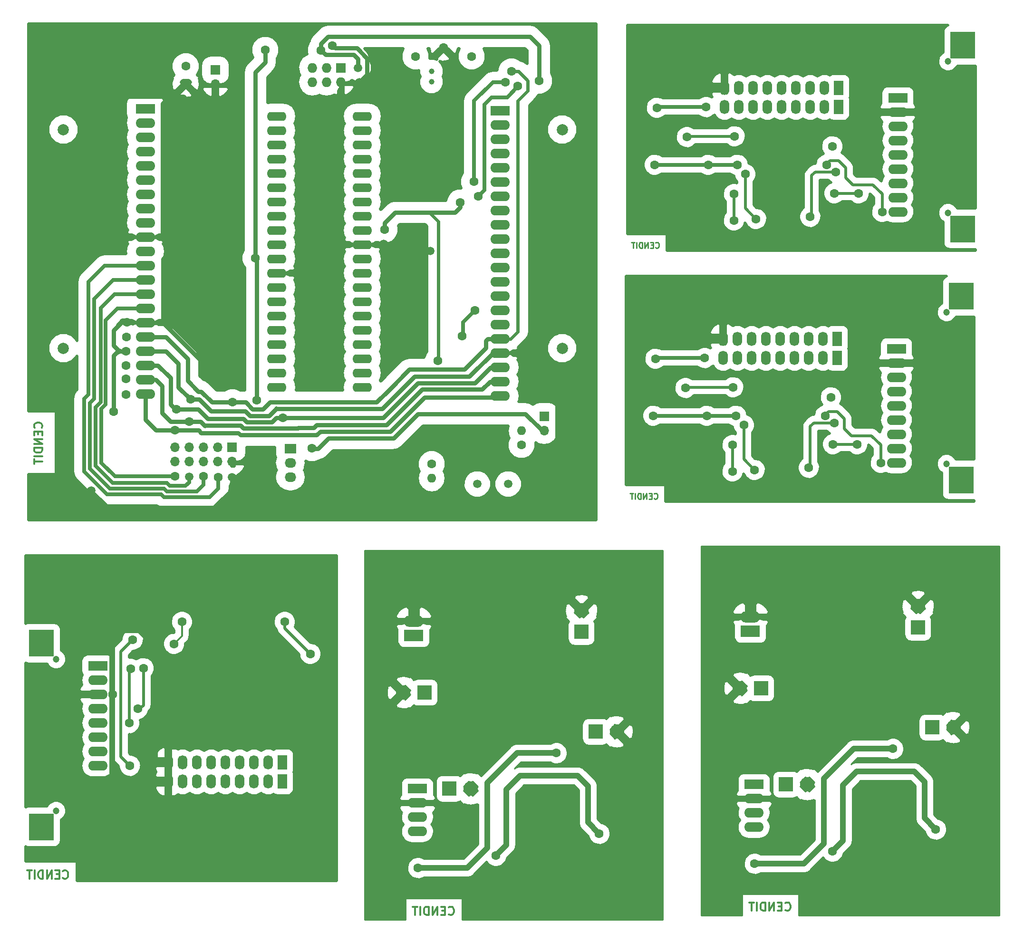
<source format=gbr>
G04 #@! TF.FileFunction,Copper,L2,Bot,Signal*
%FSLAX46Y46*%
G04 Gerber Fmt 4.6, Leading zero omitted, Abs format (unit mm)*
G04 Created by KiCad (PCBNEW 4.0.6-e0-6349~53~ubuntu14.04.1) date Mon Feb  5 09:09:58 2018*
%MOMM*%
%LPD*%
G01*
G04 APERTURE LIST*
%ADD10C,0.100000*%
%ADD11C,0.300000*%
%ADD12C,0.250000*%
%ADD13C,1.600000*%
%ADD14O,1.600000X1.600000*%
%ADD15R,3.500000X1.727200*%
%ADD16O,3.500000X1.727200*%
%ADD17R,1.700000X1.700000*%
%ADD18O,1.700000X1.700000*%
%ADD19C,1.000000*%
%ADD20C,1.600200*%
%ADD21R,1.727200X1.727200*%
%ADD22O,1.727200X1.727200*%
%ADD23O,3.500000X1.600000*%
%ADD24C,2.000000*%
%ADD25R,2.032000X1.727200*%
%ADD26O,2.032000X1.727200*%
%ADD27C,1.500000*%
%ADD28C,1.200000*%
%ADD29R,4.500000X4.850000*%
%ADD30R,3.500000X1.725000*%
%ADD31O,3.500000X1.725000*%
%ADD32R,1.725000X2.540000*%
%ADD33O,1.725000X2.540000*%
%ADD34R,3.500000X2.032000*%
%ADD35O,3.500000X2.032000*%
%ADD36R,2.540000X2.540000*%
%ADD37C,2.540000*%
%ADD38C,0.800000*%
%ADD39C,0.600000*%
%ADD40C,0.500000*%
%ADD41C,0.350000*%
%ADD42C,0.635000*%
%ADD43C,1.000000*%
%ADD44C,0.200000*%
%ADD45C,0.700000*%
%ADD46C,0.254000*%
G04 APERTURE END LIST*
D10*
D11*
X25173714Y-93079429D02*
X25245143Y-93008000D01*
X25316571Y-92793714D01*
X25316571Y-92650857D01*
X25245143Y-92436572D01*
X25102286Y-92293714D01*
X24959429Y-92222286D01*
X24673714Y-92150857D01*
X24459429Y-92150857D01*
X24173714Y-92222286D01*
X24030857Y-92293714D01*
X23888000Y-92436572D01*
X23816571Y-92650857D01*
X23816571Y-92793714D01*
X23888000Y-93008000D01*
X23959429Y-93079429D01*
X24530857Y-93722286D02*
X24530857Y-94222286D01*
X25316571Y-94436572D02*
X25316571Y-93722286D01*
X23816571Y-93722286D01*
X23816571Y-94436572D01*
X25316571Y-95079429D02*
X23816571Y-95079429D01*
X25316571Y-95936572D01*
X23816571Y-95936572D01*
X25316571Y-96650858D02*
X23816571Y-96650858D01*
X23816571Y-97008001D01*
X23888000Y-97222286D01*
X24030857Y-97365144D01*
X24173714Y-97436572D01*
X24459429Y-97508001D01*
X24673714Y-97508001D01*
X24959429Y-97436572D01*
X25102286Y-97365144D01*
X25245143Y-97222286D01*
X25316571Y-97008001D01*
X25316571Y-96650858D01*
X25316571Y-98150858D02*
X23816571Y-98150858D01*
X23816571Y-98650858D02*
X23816571Y-99508001D01*
X25316571Y-99079430D02*
X23816571Y-99079430D01*
D12*
X134500714Y-60936143D02*
X134548333Y-60983762D01*
X134691190Y-61031381D01*
X134786428Y-61031381D01*
X134929286Y-60983762D01*
X135024524Y-60888524D01*
X135072143Y-60793286D01*
X135119762Y-60602810D01*
X135119762Y-60459952D01*
X135072143Y-60269476D01*
X135024524Y-60174238D01*
X134929286Y-60079000D01*
X134786428Y-60031381D01*
X134691190Y-60031381D01*
X134548333Y-60079000D01*
X134500714Y-60126619D01*
X134072143Y-60507571D02*
X133738809Y-60507571D01*
X133595952Y-61031381D02*
X134072143Y-61031381D01*
X134072143Y-60031381D01*
X133595952Y-60031381D01*
X133167381Y-61031381D02*
X133167381Y-60031381D01*
X132595952Y-61031381D01*
X132595952Y-60031381D01*
X132119762Y-61031381D02*
X132119762Y-60031381D01*
X131881667Y-60031381D01*
X131738809Y-60079000D01*
X131643571Y-60174238D01*
X131595952Y-60269476D01*
X131548333Y-60459952D01*
X131548333Y-60602810D01*
X131595952Y-60793286D01*
X131643571Y-60888524D01*
X131738809Y-60983762D01*
X131881667Y-61031381D01*
X132119762Y-61031381D01*
X131119762Y-61031381D02*
X131119762Y-60031381D01*
X130786429Y-60031381D02*
X130215000Y-60031381D01*
X130500715Y-61031381D02*
X130500715Y-60031381D01*
X134246714Y-105640143D02*
X134294333Y-105687762D01*
X134437190Y-105735381D01*
X134532428Y-105735381D01*
X134675286Y-105687762D01*
X134770524Y-105592524D01*
X134818143Y-105497286D01*
X134865762Y-105306810D01*
X134865762Y-105163952D01*
X134818143Y-104973476D01*
X134770524Y-104878238D01*
X134675286Y-104783000D01*
X134532428Y-104735381D01*
X134437190Y-104735381D01*
X134294333Y-104783000D01*
X134246714Y-104830619D01*
X133818143Y-105211571D02*
X133484809Y-105211571D01*
X133341952Y-105735381D02*
X133818143Y-105735381D01*
X133818143Y-104735381D01*
X133341952Y-104735381D01*
X132913381Y-105735381D02*
X132913381Y-104735381D01*
X132341952Y-105735381D01*
X132341952Y-104735381D01*
X131865762Y-105735381D02*
X131865762Y-104735381D01*
X131627667Y-104735381D01*
X131484809Y-104783000D01*
X131389571Y-104878238D01*
X131341952Y-104973476D01*
X131294333Y-105163952D01*
X131294333Y-105306810D01*
X131341952Y-105497286D01*
X131389571Y-105592524D01*
X131484809Y-105687762D01*
X131627667Y-105735381D01*
X131865762Y-105735381D01*
X130865762Y-105735381D02*
X130865762Y-104735381D01*
X130532429Y-104735381D02*
X129961000Y-104735381D01*
X130246715Y-105735381D02*
X130246715Y-104735381D01*
D11*
X28967571Y-173255714D02*
X29039000Y-173327143D01*
X29253286Y-173398571D01*
X29396143Y-173398571D01*
X29610428Y-173327143D01*
X29753286Y-173184286D01*
X29824714Y-173041429D01*
X29896143Y-172755714D01*
X29896143Y-172541429D01*
X29824714Y-172255714D01*
X29753286Y-172112857D01*
X29610428Y-171970000D01*
X29396143Y-171898571D01*
X29253286Y-171898571D01*
X29039000Y-171970000D01*
X28967571Y-172041429D01*
X28324714Y-172612857D02*
X27824714Y-172612857D01*
X27610428Y-173398571D02*
X28324714Y-173398571D01*
X28324714Y-171898571D01*
X27610428Y-171898571D01*
X26967571Y-173398571D02*
X26967571Y-171898571D01*
X26110428Y-173398571D01*
X26110428Y-171898571D01*
X25396142Y-173398571D02*
X25396142Y-171898571D01*
X25038999Y-171898571D01*
X24824714Y-171970000D01*
X24681856Y-172112857D01*
X24610428Y-172255714D01*
X24538999Y-172541429D01*
X24538999Y-172755714D01*
X24610428Y-173041429D01*
X24681856Y-173184286D01*
X24824714Y-173327143D01*
X25038999Y-173398571D01*
X25396142Y-173398571D01*
X23896142Y-173398571D02*
X23896142Y-171898571D01*
X23396142Y-171898571D02*
X22538999Y-171898571D01*
X22967570Y-173398571D02*
X22967570Y-171898571D01*
X97674571Y-179732714D02*
X97746000Y-179804143D01*
X97960286Y-179875571D01*
X98103143Y-179875571D01*
X98317428Y-179804143D01*
X98460286Y-179661286D01*
X98531714Y-179518429D01*
X98603143Y-179232714D01*
X98603143Y-179018429D01*
X98531714Y-178732714D01*
X98460286Y-178589857D01*
X98317428Y-178447000D01*
X98103143Y-178375571D01*
X97960286Y-178375571D01*
X97746000Y-178447000D01*
X97674571Y-178518429D01*
X97031714Y-179089857D02*
X96531714Y-179089857D01*
X96317428Y-179875571D02*
X97031714Y-179875571D01*
X97031714Y-178375571D01*
X96317428Y-178375571D01*
X95674571Y-179875571D02*
X95674571Y-178375571D01*
X94817428Y-179875571D01*
X94817428Y-178375571D01*
X94103142Y-179875571D02*
X94103142Y-178375571D01*
X93745999Y-178375571D01*
X93531714Y-178447000D01*
X93388856Y-178589857D01*
X93317428Y-178732714D01*
X93245999Y-179018429D01*
X93245999Y-179232714D01*
X93317428Y-179518429D01*
X93388856Y-179661286D01*
X93531714Y-179804143D01*
X93745999Y-179875571D01*
X94103142Y-179875571D01*
X92603142Y-179875571D02*
X92603142Y-178375571D01*
X92103142Y-178375571D02*
X91245999Y-178375571D01*
X91674570Y-179875571D02*
X91674570Y-178375571D01*
X157618571Y-178970714D02*
X157690000Y-179042143D01*
X157904286Y-179113571D01*
X158047143Y-179113571D01*
X158261428Y-179042143D01*
X158404286Y-178899286D01*
X158475714Y-178756429D01*
X158547143Y-178470714D01*
X158547143Y-178256429D01*
X158475714Y-177970714D01*
X158404286Y-177827857D01*
X158261428Y-177685000D01*
X158047143Y-177613571D01*
X157904286Y-177613571D01*
X157690000Y-177685000D01*
X157618571Y-177756429D01*
X156975714Y-178327857D02*
X156475714Y-178327857D01*
X156261428Y-179113571D02*
X156975714Y-179113571D01*
X156975714Y-177613571D01*
X156261428Y-177613571D01*
X155618571Y-179113571D02*
X155618571Y-177613571D01*
X154761428Y-179113571D01*
X154761428Y-177613571D01*
X154047142Y-179113571D02*
X154047142Y-177613571D01*
X153689999Y-177613571D01*
X153475714Y-177685000D01*
X153332856Y-177827857D01*
X153261428Y-177970714D01*
X153189999Y-178256429D01*
X153189999Y-178470714D01*
X153261428Y-178756429D01*
X153332856Y-178899286D01*
X153475714Y-179042143D01*
X153689999Y-179113571D01*
X154047142Y-179113571D01*
X152547142Y-179113571D02*
X152547142Y-177613571D01*
X152047142Y-177613571D02*
X151189999Y-177613571D01*
X151618570Y-179113571D02*
X151618570Y-177613571D01*
D13*
X94640400Y-99517200D03*
D14*
X94640400Y-102057200D03*
D15*
X43662600Y-36233100D03*
D16*
X43662600Y-38773100D03*
X43662600Y-41313100D03*
X43662600Y-43853100D03*
X43662600Y-46393100D03*
X43662600Y-48933100D03*
X43662600Y-51473100D03*
X43662600Y-54013100D03*
X43662600Y-56553100D03*
X43662600Y-59093100D03*
X43662600Y-61633100D03*
X43662600Y-64173100D03*
X43662600Y-66713100D03*
X43662600Y-69253100D03*
X43662600Y-71793100D03*
X43662600Y-74333100D03*
X43662600Y-76873100D03*
X43662600Y-79413100D03*
X43662600Y-81953100D03*
X43662600Y-84493100D03*
X43662600Y-87033100D03*
D17*
X56134000Y-29337000D03*
D18*
X56134000Y-31877000D03*
D17*
X114681000Y-91059000D03*
D18*
X114681000Y-93599000D03*
D19*
X94615000Y-29540200D03*
X94615000Y-31440200D03*
D13*
X110617000Y-96139000D03*
D14*
X110617000Y-93599000D03*
D20*
X50825400Y-31826200D03*
X50825400Y-28651200D03*
D21*
X78486000Y-28956000D03*
D22*
X78486000Y-31496000D03*
X75946000Y-28956000D03*
X75946000Y-31496000D03*
X73406000Y-28956000D03*
X73406000Y-31496000D03*
D23*
X67056000Y-37592000D03*
X67056000Y-40132000D03*
X67056000Y-42672000D03*
X67056000Y-45212000D03*
X67056000Y-47752000D03*
X67056000Y-50292000D03*
X67056000Y-52832000D03*
X67056000Y-55372000D03*
X67056000Y-57912000D03*
X67056000Y-60452000D03*
X67056000Y-62992000D03*
X67056000Y-65532000D03*
X67056000Y-68072000D03*
X67056000Y-70612000D03*
X67056000Y-73152000D03*
X67056000Y-75692000D03*
X67056000Y-78232000D03*
X67056000Y-80772000D03*
X67056000Y-83312000D03*
X67056000Y-85852000D03*
X82296000Y-85852000D03*
X82296000Y-83312000D03*
X82296000Y-80772000D03*
X82296000Y-78232000D03*
X82296000Y-75692000D03*
X82296000Y-73152000D03*
X82296000Y-70612000D03*
X82296000Y-68072000D03*
X82296000Y-65532000D03*
X82296000Y-62992000D03*
X82296000Y-60452000D03*
X82296000Y-57912000D03*
X82296000Y-55372000D03*
X82296000Y-52832000D03*
X82296000Y-50292000D03*
X82296000Y-47752000D03*
X82296000Y-45212000D03*
X82296000Y-42672000D03*
X82296000Y-40132000D03*
X82296000Y-37592000D03*
D24*
X117898000Y-39966000D03*
X117898000Y-78906000D03*
X29041000Y-78906000D03*
X29041000Y-39966000D03*
D15*
X106807000Y-36576000D03*
D16*
X106807000Y-39116000D03*
X106807000Y-41656000D03*
X106807000Y-44196000D03*
X106807000Y-46736000D03*
X106807000Y-49276000D03*
X106807000Y-51816000D03*
X106807000Y-54356000D03*
X106807000Y-56896000D03*
X106807000Y-59436000D03*
X106807000Y-61976000D03*
X106807000Y-64516000D03*
X106807000Y-67056000D03*
X106807000Y-69596000D03*
X106807000Y-72136000D03*
X106807000Y-74676000D03*
X106807000Y-77216000D03*
X106807000Y-79756000D03*
X106807000Y-82296000D03*
X106807000Y-84836000D03*
X106807000Y-87376000D03*
D25*
X69469000Y-96774000D03*
D26*
X69469000Y-99314000D03*
X69469000Y-101854000D03*
D17*
X59080400Y-96570800D03*
D18*
X59080400Y-99110800D03*
X56540400Y-96570800D03*
X56540400Y-99110800D03*
X54000400Y-96570800D03*
X54000400Y-99110800D03*
X51460400Y-96570800D03*
X51460400Y-99110800D03*
X48920400Y-96570800D03*
X48920400Y-99110800D03*
D13*
X96748600Y-25336600D03*
X101748600Y-26936600D03*
X91748600Y-26936600D03*
D27*
X108261600Y-103088200D03*
X102761600Y-103088200D03*
D28*
X186620000Y-27792000D03*
X186620000Y-54792000D03*
D29*
X189220000Y-24942000D03*
X189220000Y-57642000D03*
D30*
X177673000Y-34290000D03*
D31*
X177673000Y-36830000D03*
X177673000Y-39370000D03*
X177673000Y-41910000D03*
X177673000Y-44450000D03*
X177673000Y-46990000D03*
X177673000Y-49530000D03*
X177673000Y-52070000D03*
X177673000Y-54610000D03*
D32*
X167132000Y-35941000D03*
D33*
X164592000Y-35941000D03*
X162052000Y-35941000D03*
X159512000Y-35941000D03*
X156972000Y-35941000D03*
X154432000Y-35941000D03*
X151892000Y-35941000D03*
X149352000Y-35941000D03*
X146812000Y-35941000D03*
D32*
X167132000Y-32512000D03*
D33*
X164592000Y-32512000D03*
X162052000Y-32512000D03*
X159512000Y-32512000D03*
X156972000Y-32512000D03*
X154432000Y-32512000D03*
X151892000Y-32512000D03*
X149352000Y-32512000D03*
X146812000Y-32512000D03*
D28*
X186366000Y-72496000D03*
X186366000Y-99496000D03*
D29*
X188966000Y-69646000D03*
X188966000Y-102346000D03*
D30*
X177419000Y-78994000D03*
D31*
X177419000Y-81534000D03*
X177419000Y-84074000D03*
X177419000Y-86614000D03*
X177419000Y-89154000D03*
X177419000Y-91694000D03*
X177419000Y-94234000D03*
X177419000Y-96774000D03*
X177419000Y-99314000D03*
D32*
X166878000Y-80645000D03*
D33*
X164338000Y-80645000D03*
X161798000Y-80645000D03*
X159258000Y-80645000D03*
X156718000Y-80645000D03*
X154178000Y-80645000D03*
X151638000Y-80645000D03*
X149098000Y-80645000D03*
X146558000Y-80645000D03*
D32*
X166878000Y-77216000D03*
D33*
X164338000Y-77216000D03*
X161798000Y-77216000D03*
X159258000Y-77216000D03*
X156718000Y-77216000D03*
X154178000Y-77216000D03*
X151638000Y-77216000D03*
X149098000Y-77216000D03*
X146558000Y-77216000D03*
D28*
X27756000Y-161311000D03*
X27756000Y-134311000D03*
D29*
X25156000Y-164161000D03*
X25156000Y-131461000D03*
D30*
X35179000Y-135509000D03*
D31*
X35179000Y-138049000D03*
X35179000Y-140589000D03*
X35179000Y-143129000D03*
X35179000Y-145669000D03*
X35179000Y-148209000D03*
X35179000Y-150749000D03*
X35179000Y-153289000D03*
D32*
X68072000Y-152654000D03*
D33*
X65532000Y-152654000D03*
X62992000Y-152654000D03*
X60452000Y-152654000D03*
X57912000Y-152654000D03*
X55372000Y-152654000D03*
X52832000Y-152654000D03*
X50292000Y-152654000D03*
X47752000Y-152654000D03*
D32*
X68072000Y-156083000D03*
D33*
X65532000Y-156083000D03*
X62992000Y-156083000D03*
X60452000Y-156083000D03*
X57912000Y-156083000D03*
X55372000Y-156083000D03*
X52832000Y-156083000D03*
X50292000Y-156083000D03*
X47752000Y-156083000D03*
D34*
X91440000Y-130048000D03*
D35*
X91440000Y-127508000D03*
D15*
X92075000Y-157353000D03*
D16*
X92075000Y-159893000D03*
X92075000Y-162433000D03*
X92075000Y-164973000D03*
D36*
X93345000Y-140208000D03*
D37*
X89545000Y-140208000D03*
D36*
X121285000Y-129413000D03*
D37*
X121285000Y-125613000D03*
D36*
X123825000Y-147193000D03*
D37*
X127625000Y-147193000D03*
D36*
X97790000Y-157353000D03*
D37*
X101590000Y-157353000D03*
D34*
X151384000Y-129286000D03*
D35*
X151384000Y-126746000D03*
D15*
X152019000Y-156591000D03*
D16*
X152019000Y-159131000D03*
X152019000Y-161671000D03*
X152019000Y-164211000D03*
D36*
X153289000Y-139446000D03*
D37*
X149489000Y-139446000D03*
D36*
X181229000Y-128651000D03*
D37*
X181229000Y-124851000D03*
D36*
X183769000Y-146431000D03*
D37*
X187569000Y-146431000D03*
D36*
X157734000Y-156591000D03*
D37*
X161534000Y-156591000D03*
D13*
X113792000Y-31242000D03*
X95758000Y-81153000D03*
D27*
X81534000Y-28956000D03*
D13*
X74904600Y-25831800D03*
X64998600Y-25755600D03*
X99720400Y-52933600D03*
X86233000Y-57785000D03*
X63500000Y-88188800D03*
X63246000Y-62865000D03*
X140081000Y-41275000D03*
X148590000Y-41148000D03*
X139827000Y-85979000D03*
X148336000Y-85852000D03*
X93726000Y-42672000D03*
D27*
X116967000Y-87630000D03*
X34036000Y-104267000D03*
X59055000Y-101854000D03*
D13*
X49809400Y-61239400D03*
X92202000Y-35026600D03*
D27*
X81788000Y-31496000D03*
D13*
X76962000Y-24968200D03*
X56845200Y-35585400D03*
X36855400Y-35483800D03*
X54965600Y-81737200D03*
X74803000Y-54610000D03*
X74930000Y-63881000D03*
X37998400Y-90170000D03*
X40182800Y-79400400D03*
X40335200Y-74269600D03*
X51689000Y-88011000D03*
D27*
X86106000Y-60325000D03*
X94386400Y-61544200D03*
D13*
X40182800Y-87122000D03*
X48920400Y-93497400D03*
X40182800Y-84378800D03*
X51435000Y-91948000D03*
X136398000Y-32639000D03*
X143510000Y-32512000D03*
X157607000Y-46990000D03*
X136144000Y-77343000D03*
X143256000Y-77216000D03*
X157353000Y-91694000D03*
X111252000Y-121158000D03*
X111125000Y-126238000D03*
X171196000Y-120396000D03*
X171069000Y-125476000D03*
X68135500Y-91313000D03*
X40182800Y-81940400D03*
X49149000Y-89789000D03*
X59182000Y-88519000D03*
X108839000Y-29591000D03*
X40233600Y-76911200D03*
X170688000Y-51308000D03*
X166370000Y-51308000D03*
X170434000Y-96012000D03*
X166116000Y-96012000D03*
X102362000Y-72136000D03*
X100076000Y-76708000D03*
X73329800Y-96723200D03*
X56642000Y-101854000D03*
X53975000Y-101727000D03*
D27*
X51409600Y-101777800D03*
D13*
X48895000Y-101727000D03*
X107721400Y-31496000D03*
X102184200Y-49199800D03*
X109982000Y-32207200D03*
X102920800Y-51816000D03*
X43815000Y-133350000D03*
X56705500Y-139128500D03*
X37846000Y-140589000D03*
X37719000Y-131064000D03*
X39116000Y-159004000D03*
D19*
X69596000Y-159004000D03*
X66802000Y-159004000D03*
X64262000Y-159004000D03*
X61722000Y-159004000D03*
X59182000Y-159004000D03*
X56642000Y-159004000D03*
X54229000Y-159004000D03*
X51562000Y-159004000D03*
X69596000Y-149860000D03*
X67183000Y-149860000D03*
X64516000Y-149860000D03*
X61722000Y-149860000D03*
X58928000Y-149860000D03*
X56261000Y-149860000D03*
X53721000Y-149860000D03*
X51054000Y-149860000D03*
D13*
X47688500Y-149542500D03*
X47625000Y-159004000D03*
X134747000Y-36068000D03*
X143510000Y-35941000D03*
X134366000Y-46228000D03*
X149098000Y-46228000D03*
X143891000Y-46228000D03*
X134493000Y-80772000D03*
X143256000Y-80645000D03*
X134112000Y-90932000D03*
X148844000Y-90932000D03*
X143637000Y-90932000D03*
X166624000Y-47498000D03*
X162052000Y-55499000D03*
X166370000Y-92202000D03*
X161798000Y-100203000D03*
X152400000Y-55880000D03*
X150495000Y-47879000D03*
X152146000Y-100584000D03*
X150241000Y-92583000D03*
X148463000Y-56134000D03*
X148463000Y-51435000D03*
X148209000Y-100838000D03*
X148209000Y-96139000D03*
X174879000Y-54610000D03*
X164973000Y-46228000D03*
X174625000Y-99314000D03*
X164719000Y-90932000D03*
X165989000Y-42926000D03*
X165735000Y-87630000D03*
X68453000Y-127635000D03*
X73025000Y-133350000D03*
X50165000Y-127635000D03*
X48768000Y-131572000D03*
X40767000Y-145669000D03*
X41021000Y-136017000D03*
X42291000Y-143129000D03*
X43307000Y-135890000D03*
X40894000Y-153289000D03*
X41402000Y-130810000D03*
X124460000Y-165354000D03*
X106045000Y-169291000D03*
X184404000Y-164592000D03*
X165989000Y-168529000D03*
X92202000Y-171450000D03*
X116840000Y-151003000D03*
X152146000Y-170688000D03*
X176784000Y-150241000D03*
D38*
X76200000Y-23368000D02*
X112141000Y-23368000D01*
X74904600Y-24663400D02*
X76200000Y-23368000D01*
X74904600Y-24663400D02*
X74904600Y-25831800D01*
X113792000Y-25019000D02*
X113792000Y-31242000D01*
X112141000Y-23368000D02*
X113792000Y-25019000D01*
X75717400Y-26644600D02*
X80772000Y-26644600D01*
X74904600Y-25831800D02*
X75717400Y-26644600D01*
X80772000Y-26644600D02*
X81534000Y-27406600D01*
X81534000Y-27406600D02*
X81534000Y-28956000D01*
X81534000Y-28956000D02*
X81280000Y-28956000D01*
D39*
X94043500Y-54711600D02*
X94208600Y-54711600D01*
X95821500Y-81089500D02*
X95758000Y-81153000D01*
X95821500Y-56324500D02*
X95821500Y-81089500D01*
X94208600Y-54711600D02*
X95821500Y-56324500D01*
D38*
X63246000Y-29743400D02*
X63246000Y-62865000D01*
X64998600Y-27990800D02*
X64998600Y-25755600D01*
X63246000Y-29743400D02*
X64998600Y-27990800D01*
X99720400Y-52933600D02*
X99720400Y-53797200D01*
X99720400Y-53797200D02*
X98806000Y-54711600D01*
X98806000Y-54711600D02*
X97053400Y-54711600D01*
X86233000Y-57785000D02*
X86233000Y-56565800D01*
X88087200Y-54711600D02*
X94043500Y-54711600D01*
X94043500Y-54711600D02*
X97053400Y-54711600D01*
X86233000Y-56565800D02*
X88087200Y-54711600D01*
X63500000Y-88188800D02*
X63500000Y-63119000D01*
X63500000Y-63119000D02*
X63246000Y-62865000D01*
X63195200Y-62915800D02*
X63246000Y-62865000D01*
D39*
X63246000Y-62865000D02*
X63119000Y-62865000D01*
D40*
X140208000Y-41148000D02*
X148590000Y-41148000D01*
D41*
X140081000Y-41275000D02*
X140208000Y-41148000D01*
D40*
X139954000Y-85852000D02*
X148336000Y-85852000D01*
D41*
X139827000Y-85979000D02*
X139954000Y-85852000D01*
D42*
X92202000Y-35026600D02*
X92202000Y-35052000D01*
X93726000Y-36576000D02*
X93726000Y-42672000D01*
X92202000Y-35052000D02*
X93726000Y-36576000D01*
D38*
X61468000Y-106553000D02*
X62357000Y-107442000D01*
X116967000Y-104267000D02*
X116967000Y-87630000D01*
X114681000Y-106553000D02*
X116967000Y-104267000D01*
X61468000Y-106553000D02*
X59055000Y-104140000D01*
X113792000Y-107442000D02*
X114681000Y-106553000D01*
X62357000Y-107442000D02*
X113792000Y-107442000D01*
X56642000Y-106553000D02*
X55880000Y-107315000D01*
X55880000Y-107315000D02*
X36957000Y-107315000D01*
X36957000Y-107315000D02*
X36195000Y-106553000D01*
X56642000Y-106553000D02*
X59055000Y-104140000D01*
X36195000Y-106553000D02*
X34036000Y-104394000D01*
X34036000Y-104394000D02*
X34036000Y-104267000D01*
X59055000Y-101854000D02*
X59055000Y-104140000D01*
D42*
X49809400Y-61239400D02*
X48539400Y-61239400D01*
D38*
X48539400Y-61239400D02*
X46736000Y-59436000D01*
X46736000Y-35306000D02*
X47955200Y-34086800D01*
X46736000Y-59436000D02*
X46736000Y-35306000D01*
X65082602Y-90932000D02*
X65633600Y-90932000D01*
X61468000Y-90119200D02*
X62280800Y-90932000D01*
X62280800Y-90932000D02*
X65082602Y-90932000D01*
X53213000Y-88011000D02*
X52832000Y-88011000D01*
X51689000Y-88011000D02*
X52832000Y-88011000D01*
X53213000Y-88011000D02*
X55321200Y-90119200D01*
X55321200Y-90119200D02*
X59588400Y-90119200D01*
X59588400Y-90119200D02*
X61468000Y-90119200D01*
X65633600Y-90932000D02*
X66903600Y-89662000D01*
X88138000Y-87376000D02*
X91567000Y-83947000D01*
X91567000Y-83947000D02*
X101346000Y-83947000D01*
X101346000Y-83947000D02*
X105537000Y-79756000D01*
X66903600Y-89662000D02*
X85852000Y-89662000D01*
X85852000Y-89662000D02*
X88138000Y-87376000D01*
X105537000Y-79756000D02*
X106807000Y-79756000D01*
X105537000Y-79756000D02*
X106807000Y-79756000D01*
X46774100Y-63004700D02*
X46774100Y-74333100D01*
X48539400Y-61239400D02*
X46774100Y-63004700D01*
X37998400Y-90170000D02*
X37769800Y-90170000D01*
X36677600Y-35661600D02*
X36855400Y-35483800D01*
D42*
X92202000Y-35026600D02*
X90246200Y-33070800D01*
X90246200Y-33070800D02*
X83362800Y-33070800D01*
X83362800Y-33070800D02*
X81788000Y-31496000D01*
D38*
X83108800Y-30175200D02*
X81788000Y-31496000D01*
X76962000Y-24968200D02*
X77444600Y-25450800D01*
X77444600Y-25450800D02*
X81305400Y-25450800D01*
X81305400Y-25450800D02*
X83108800Y-27254200D01*
X83108800Y-27254200D02*
X83108800Y-30175200D01*
X36855400Y-35483800D02*
X36855400Y-35204400D01*
X37973000Y-34086800D02*
X47955200Y-34086800D01*
X36855400Y-35204400D02*
X37973000Y-34086800D01*
X51917600Y-35585400D02*
X56845200Y-35585400D01*
X50419000Y-34086800D02*
X51917600Y-35585400D01*
X47955200Y-34086800D02*
X50419000Y-34086800D01*
X37998400Y-90170000D02*
X37896800Y-90170000D01*
D42*
X54102000Y-81661000D02*
X54889400Y-81661000D01*
X54889400Y-81661000D02*
X54965600Y-81737200D01*
D38*
X46774100Y-74333100D02*
X54102000Y-81661000D01*
X43662600Y-74333100D02*
X46774100Y-74333100D01*
X74930000Y-63881000D02*
X74930000Y-54737000D01*
X74930000Y-54737000D02*
X74803000Y-54610000D01*
X74930000Y-63881000D02*
X74930000Y-63754000D01*
X38963600Y-79400400D02*
X38760400Y-79400400D01*
X37998400Y-80162400D02*
X37998400Y-90170000D01*
X38760400Y-79400400D02*
X37998400Y-80162400D01*
X39471600Y-74269600D02*
X40335200Y-74269600D01*
X39471600Y-74269600D02*
X39420800Y-74269600D01*
X38963600Y-79400400D02*
X40182800Y-79400400D01*
X37947600Y-78384400D02*
X38963600Y-79400400D01*
X37947600Y-75742800D02*
X37947600Y-78384400D01*
X39420800Y-74269600D02*
X37947600Y-75742800D01*
X66903600Y-89619002D02*
X66903600Y-89662000D01*
X66903600Y-89662000D02*
X66903600Y-89662000D01*
X47282100Y-79413100D02*
X43662600Y-79413100D01*
X49530000Y-81661000D02*
X47282100Y-79413100D01*
X49530000Y-85852000D02*
X49530000Y-81661000D01*
X51689000Y-88011000D02*
X49530000Y-85852000D01*
X92989400Y-60325000D02*
X86106000Y-60325000D01*
X94208600Y-61544200D02*
X92989400Y-60325000D01*
X94386400Y-61544200D02*
X94208600Y-61544200D01*
X92075000Y-88900000D02*
X93345000Y-87630000D01*
X53111400Y-93497400D02*
X53594000Y-93980000D01*
X53594000Y-93980000D02*
X60198000Y-93980000D01*
X60198000Y-93980000D02*
X60579000Y-94361000D01*
X60579000Y-94361000D02*
X74168000Y-94361000D01*
X74168000Y-94361000D02*
X74803000Y-93726000D01*
X74803000Y-93726000D02*
X87249000Y-93726000D01*
X87249000Y-93726000D02*
X92075000Y-88900000D01*
X48920400Y-93497400D02*
X53111400Y-93497400D01*
X93345000Y-87630000D02*
X106553000Y-87630000D01*
X106553000Y-87630000D02*
X106807000Y-87376000D01*
X40132000Y-87071200D02*
X40030400Y-87071200D01*
X40182800Y-87122000D02*
X40132000Y-87071200D01*
X105410000Y-87376000D02*
X106807000Y-87376000D01*
X43662600Y-87033100D02*
X43662600Y-91668600D01*
X43662600Y-91668600D02*
X45491400Y-93497400D01*
X45491400Y-93497400D02*
X48920400Y-93497400D01*
X48920400Y-93497400D02*
X48895000Y-93472000D01*
X90678000Y-88519000D02*
X92964000Y-86233000D01*
X70929500Y-93091000D02*
X73596500Y-93091000D01*
X73596500Y-93091000D02*
X74104500Y-92583000D01*
X74104500Y-92583000D02*
X86614000Y-92583000D01*
X86614000Y-92583000D02*
X87122000Y-92075000D01*
X87122000Y-92075000D02*
X90678000Y-88519000D01*
X105029000Y-84836000D02*
X106807000Y-84836000D01*
X103632000Y-86233000D02*
X105029000Y-84836000D01*
X92964000Y-86233000D02*
X103632000Y-86233000D01*
X67246500Y-93167200D02*
X70853300Y-93167200D01*
X70853300Y-93167200D02*
X70929500Y-93091000D01*
X60623450Y-92678250D02*
X61112400Y-93167200D01*
X61112400Y-93167200D02*
X67246500Y-93167200D01*
X67246500Y-93167200D02*
X67310000Y-93167200D01*
X58845450Y-92678250D02*
X54197250Y-92678250D01*
X58845450Y-92678250D02*
X60623450Y-92678250D01*
D42*
X70853300Y-93167200D02*
X70929500Y-93091000D01*
D38*
X51435000Y-91948000D02*
X53467000Y-91948000D01*
X53467000Y-91948000D02*
X54197250Y-92678250D01*
X54197250Y-92678250D02*
X54229000Y-92710000D01*
X51435000Y-91948000D02*
X51943000Y-91948000D01*
X46609000Y-90297000D02*
X46609000Y-90424000D01*
X45504100Y-84493100D02*
X46609000Y-85598000D01*
X46609000Y-85598000D02*
X46609000Y-90297000D01*
D42*
X43662600Y-84493100D02*
X45504100Y-84493100D01*
D38*
X48133000Y-91948000D02*
X51435000Y-91948000D01*
X46609000Y-90424000D02*
X48133000Y-91948000D01*
D43*
X136398000Y-32639000D02*
X143383000Y-32639000D01*
X143383000Y-32639000D02*
X143510000Y-32512000D01*
X136144000Y-77343000D02*
X143129000Y-77343000D01*
X143129000Y-77343000D02*
X143256000Y-77216000D01*
X111125000Y-126238000D02*
X111125000Y-121285000D01*
D40*
X111125000Y-121285000D02*
X111252000Y-121158000D01*
D43*
X171069000Y-125476000D02*
X171069000Y-120523000D01*
D40*
X171069000Y-120523000D02*
X171196000Y-120396000D01*
D38*
X89408000Y-87884000D02*
X92202000Y-85090000D01*
X68135500Y-91313000D02*
X72263000Y-91313000D01*
X72263000Y-91313000D02*
X85979000Y-91313000D01*
X85979000Y-91313000D02*
X89408000Y-87884000D01*
X102362000Y-85090000D02*
X105156000Y-82296000D01*
X92202000Y-85090000D02*
X102362000Y-85090000D01*
X105156000Y-82296000D02*
X106807000Y-82296000D01*
D39*
X105156000Y-82296000D02*
X106807000Y-82296000D01*
D38*
X59182000Y-91440000D02*
X61112400Y-91440000D01*
X66929000Y-91313000D02*
X68135500Y-91313000D01*
X66209998Y-92032002D02*
X66929000Y-91313000D01*
X61704402Y-92032002D02*
X66209998Y-92032002D01*
X61112400Y-91440000D02*
X61704402Y-92032002D01*
X54737000Y-91440000D02*
X59182000Y-91440000D01*
X59182000Y-91440000D02*
X59232800Y-91440000D01*
X49149000Y-89789000D02*
X53086000Y-89789000D01*
X53086000Y-89789000D02*
X54737000Y-91440000D01*
X48133000Y-88519000D02*
X48133000Y-88900000D01*
X48133000Y-88900000D02*
X49022000Y-89789000D01*
X49022000Y-89789000D02*
X49149000Y-89789000D01*
X45885100Y-81953100D02*
X48133000Y-84201000D01*
X48133000Y-84201000D02*
X48133000Y-88519000D01*
X43662600Y-81953100D02*
X45885100Y-81953100D01*
X100457000Y-82677000D02*
X104267000Y-78867000D01*
X61493400Y-88519000D02*
X62738000Y-89763600D01*
X59182000Y-88519000D02*
X61493400Y-88519000D01*
X104267000Y-78867000D02*
X104267000Y-77597000D01*
X104267000Y-77597000D02*
X104648000Y-77216000D01*
X104648000Y-77216000D02*
X106807000Y-77216000D01*
X86995000Y-86360000D02*
X90678000Y-82677000D01*
X62738000Y-89763600D02*
X64566800Y-89763600D01*
X64566800Y-89763600D02*
X65811400Y-88519000D01*
X65811400Y-88519000D02*
X66319400Y-88519000D01*
X84836000Y-88519000D02*
X86995000Y-86360000D01*
X66319400Y-88519000D02*
X84836000Y-88519000D01*
X90678000Y-82677000D02*
X100457000Y-82677000D01*
X43662600Y-76873100D02*
X47282100Y-76873100D01*
X51181000Y-80772000D02*
X51181000Y-84709000D01*
X51181000Y-84709000D02*
X53086000Y-86614000D01*
X53086000Y-86614000D02*
X53594000Y-86614000D01*
X53594000Y-86614000D02*
X55499000Y-88519000D01*
X55499000Y-88519000D02*
X59182000Y-88519000D01*
X47282100Y-76873100D02*
X51181000Y-80772000D01*
D39*
X105918000Y-77216000D02*
X106807000Y-77216000D01*
X109982000Y-75946000D02*
X109982000Y-34798000D01*
X109982000Y-34798000D02*
X111760000Y-33020000D01*
X111760000Y-33020000D02*
X111760000Y-31242000D01*
X111760000Y-31242000D02*
X110109000Y-29591000D01*
X110109000Y-29591000D02*
X108839000Y-29591000D01*
X106807000Y-77216000D02*
X108712000Y-77216000D01*
X108712000Y-77216000D02*
X109982000Y-75946000D01*
D40*
X170688000Y-51308000D02*
X166370000Y-51308000D01*
X166370000Y-51308000D02*
X166243000Y-51308000D01*
X170434000Y-96012000D02*
X166116000Y-96012000D01*
X166116000Y-96012000D02*
X165989000Y-96012000D01*
D42*
X100203000Y-74295000D02*
X102362000Y-72136000D01*
X100203000Y-76581000D02*
X100203000Y-74295000D01*
X100076000Y-76708000D02*
X100203000Y-76581000D01*
D38*
X73329800Y-96723200D02*
X73380600Y-96774000D01*
X73380600Y-96774000D02*
X74396600Y-96774000D01*
X111328200Y-90576400D02*
X114350800Y-93599000D01*
X92202000Y-90576400D02*
X111328200Y-90576400D01*
X87833200Y-94945200D02*
X92202000Y-90576400D01*
X76225400Y-94945200D02*
X87833200Y-94945200D01*
X74396600Y-96774000D02*
X76225400Y-94945200D01*
X114350800Y-93599000D02*
X114681000Y-93599000D01*
D42*
X43662600Y-64173100D02*
X36410900Y-64173100D01*
X33528000Y-69596000D02*
X33528000Y-87122000D01*
X33528000Y-87122000D02*
X32766000Y-87884000D01*
X32766000Y-87884000D02*
X32766000Y-100838000D01*
X32766000Y-100838000D02*
X36830000Y-104902000D01*
X36830000Y-104902000D02*
X46482000Y-104902000D01*
X46482000Y-104902000D02*
X46990000Y-105410000D01*
X46990000Y-105410000D02*
X55118000Y-105410000D01*
X55118000Y-105410000D02*
X56642000Y-103886000D01*
X56642000Y-103886000D02*
X56642000Y-101854000D01*
X33528000Y-67056000D02*
X33528000Y-69596000D01*
X36410900Y-64173100D02*
X33528000Y-67056000D01*
X43662600Y-66713100D02*
X37934900Y-66713100D01*
X53975000Y-103251000D02*
X53975000Y-101727000D01*
X52832000Y-104394000D02*
X53975000Y-103251000D01*
X47498000Y-104394000D02*
X52832000Y-104394000D01*
X46990000Y-103886000D02*
X47498000Y-104394000D01*
X37338000Y-103886000D02*
X46990000Y-103886000D01*
X33782000Y-100330000D02*
X37338000Y-103886000D01*
X33782000Y-88646000D02*
X33782000Y-100330000D01*
X34544000Y-87884000D02*
X33782000Y-88646000D01*
X34544000Y-70104000D02*
X34544000Y-87884000D01*
X37934900Y-66713100D02*
X34544000Y-70104000D01*
X43662600Y-69253100D02*
X38188900Y-69253100D01*
X51409600Y-102768400D02*
X51409600Y-101777800D01*
X50800000Y-103378000D02*
X51409600Y-102768400D01*
X48006000Y-103378000D02*
X50800000Y-103378000D01*
X47498000Y-102870000D02*
X48006000Y-103378000D01*
X37846000Y-102870000D02*
X47498000Y-102870000D01*
X34798000Y-99822000D02*
X37846000Y-102870000D01*
X34798000Y-89408000D02*
X34798000Y-99822000D01*
X35690998Y-88515002D02*
X34798000Y-89408000D01*
X35690998Y-71751002D02*
X35690998Y-88515002D01*
X38188900Y-69253100D02*
X35690998Y-71751002D01*
X43662600Y-71793100D02*
X38696900Y-71793100D01*
X38227000Y-101727000D02*
X48895000Y-101727000D01*
X35814000Y-99314000D02*
X38227000Y-101727000D01*
X35814000Y-89662000D02*
X35814000Y-99314000D01*
X36576000Y-88900000D02*
X35814000Y-89662000D01*
X36576000Y-73914000D02*
X36576000Y-88900000D01*
X38696900Y-71793100D02*
X36576000Y-73914000D01*
X102184200Y-49199800D02*
X102184200Y-34848800D01*
X105537000Y-31496000D02*
X107721400Y-31496000D01*
X102184200Y-34848800D02*
X105537000Y-31496000D01*
X102184200Y-49199800D02*
X102184200Y-48945800D01*
X102920800Y-51816000D02*
X103987600Y-50749200D01*
X109982000Y-32258000D02*
X109982000Y-32207200D01*
X108051600Y-34188400D02*
X109982000Y-32258000D01*
X105308400Y-34188400D02*
X108051600Y-34188400D01*
X103987600Y-35509200D02*
X105308400Y-34188400D01*
X103987600Y-50749200D02*
X103987600Y-35509200D01*
D43*
X37719000Y-131064000D02*
X39624000Y-129159000D01*
X43815000Y-130429000D02*
X43815000Y-133350000D01*
X42545000Y-129159000D02*
X43815000Y-130429000D01*
X39624000Y-129159000D02*
X42545000Y-129159000D01*
X47688500Y-141287500D02*
X47561500Y-141287500D01*
X49847500Y-139128500D02*
X47688500Y-141287500D01*
X56705500Y-139128500D02*
X49847500Y-139128500D01*
X45339000Y-152781000D02*
X39116000Y-159004000D01*
X45339000Y-143510000D02*
X45339000Y-152781000D01*
X47561500Y-141287500D02*
X45339000Y-143510000D01*
X37846000Y-140589000D02*
X37719000Y-140716000D01*
X37719000Y-140716000D02*
X37719000Y-131064000D01*
X47625000Y-159004000D02*
X51562000Y-159004000D01*
X51562000Y-159004000D02*
X54229000Y-159004000D01*
X54229000Y-159004000D02*
X56642000Y-159004000D01*
X56642000Y-159004000D02*
X59182000Y-159004000D01*
X59182000Y-159004000D02*
X61722000Y-159004000D01*
X61722000Y-159004000D02*
X64262000Y-159004000D01*
X64262000Y-159004000D02*
X66802000Y-159004000D01*
X66802000Y-159004000D02*
X69596000Y-159004000D01*
X69596000Y-159004000D02*
X69850000Y-159004000D01*
D41*
X69596000Y-149860000D02*
X69532500Y-149923500D01*
X67183000Y-149860000D02*
X67183000Y-149923500D01*
X64516000Y-149860000D02*
X64516000Y-149923500D01*
X61722000Y-149860000D02*
X61722000Y-149923500D01*
X58928000Y-149860000D02*
X58928000Y-149923500D01*
X56261000Y-149860000D02*
X56261000Y-149923500D01*
X53721000Y-149860000D02*
X53721000Y-149923500D01*
X51054000Y-149860000D02*
X51054000Y-149923500D01*
D43*
X56197500Y-149923500D02*
X56261000Y-149923500D01*
X56261000Y-149923500D02*
X58928000Y-149923500D01*
X58928000Y-149923500D02*
X61722000Y-149923500D01*
X61722000Y-149923500D02*
X64516000Y-149923500D01*
X64516000Y-149923500D02*
X67183000Y-149923500D01*
X67183000Y-149923500D02*
X69532500Y-149923500D01*
X69532500Y-149923500D02*
X69596000Y-149987000D01*
D44*
X56261000Y-149987000D02*
X56197500Y-149923500D01*
D43*
X47688500Y-149542500D02*
X48069500Y-149542500D01*
X48450500Y-149923500D02*
X51054000Y-149923500D01*
X51054000Y-149923500D02*
X51371500Y-149923500D01*
X48069500Y-149542500D02*
X48450500Y-149923500D01*
X37719000Y-141224000D02*
X37719000Y-157607000D01*
X37719000Y-157607000D02*
X39116000Y-159004000D01*
X39116000Y-159004000D02*
X47625000Y-159004000D01*
X53657500Y-149923500D02*
X53721000Y-149923500D01*
X53721000Y-149923500D02*
X56197500Y-149923500D01*
D40*
X56197500Y-149923500D02*
X56324500Y-149796500D01*
D43*
X51371500Y-149923500D02*
X53657500Y-149923500D01*
D40*
X134747000Y-36068000D02*
X134874000Y-35941000D01*
D45*
X134874000Y-35941000D02*
X143510000Y-35941000D01*
X134366000Y-46228000D02*
X143891000Y-46228000D01*
X149098000Y-46228000D02*
X143891000Y-46228000D01*
D40*
X134493000Y-80772000D02*
X134620000Y-80645000D01*
D45*
X134620000Y-80645000D02*
X143256000Y-80645000D01*
X134112000Y-90932000D02*
X143637000Y-90932000D01*
X148844000Y-90932000D02*
X143637000Y-90932000D01*
D40*
X162941000Y-47498000D02*
X166624000Y-47498000D01*
X162306000Y-48133000D02*
X162941000Y-47498000D01*
X162306000Y-55245000D02*
X162306000Y-48133000D01*
X162052000Y-55499000D02*
X162306000Y-55245000D01*
X162687000Y-92202000D02*
X166370000Y-92202000D01*
X162052000Y-92837000D02*
X162687000Y-92202000D01*
X162052000Y-99949000D02*
X162052000Y-92837000D01*
X161798000Y-100203000D02*
X162052000Y-99949000D01*
X152400000Y-55880000D02*
X150495000Y-53975000D01*
X150495000Y-53975000D02*
X150495000Y-47879000D01*
X152146000Y-100584000D02*
X150241000Y-98679000D01*
X150241000Y-98679000D02*
X150241000Y-92583000D01*
X148463000Y-56134000D02*
X148463000Y-51435000D01*
D41*
X148463000Y-51435000D02*
X148463000Y-51562000D01*
D40*
X148209000Y-100838000D02*
X148209000Y-96139000D01*
D41*
X148209000Y-96139000D02*
X148209000Y-96266000D01*
D40*
X164973000Y-46228000D02*
X164973000Y-46101000D01*
X164973000Y-46101000D02*
X165608000Y-45466000D01*
X167386000Y-45720000D02*
X168402000Y-46736000D01*
X168402000Y-46736000D02*
X168402000Y-48514000D01*
X168402000Y-48514000D02*
X169672000Y-49784000D01*
X169672000Y-49784000D02*
X173228000Y-49784000D01*
X173228000Y-49784000D02*
X174879000Y-51435000D01*
X174879000Y-51435000D02*
X174879000Y-54610000D01*
X167132000Y-45466000D02*
X167386000Y-45720000D01*
X165608000Y-45466000D02*
X167132000Y-45466000D01*
X165227000Y-45974000D02*
X164973000Y-46228000D01*
X164719000Y-90932000D02*
X164719000Y-90805000D01*
X164719000Y-90805000D02*
X165354000Y-90170000D01*
X167132000Y-90424000D02*
X168148000Y-91440000D01*
X168148000Y-91440000D02*
X168148000Y-93218000D01*
X168148000Y-93218000D02*
X169418000Y-94488000D01*
X169418000Y-94488000D02*
X172974000Y-94488000D01*
X172974000Y-94488000D02*
X174625000Y-96139000D01*
X174625000Y-96139000D02*
X174625000Y-99314000D01*
X166878000Y-90170000D02*
X167132000Y-90424000D01*
X165354000Y-90170000D02*
X166878000Y-90170000D01*
X164973000Y-90678000D02*
X164719000Y-90932000D01*
X68453000Y-127635000D02*
X68453000Y-128778000D01*
X68453000Y-128778000D02*
X73025000Y-133350000D01*
X73025000Y-133350000D02*
X72644000Y-132969000D01*
D41*
X50165000Y-130175000D02*
X50165000Y-127635000D01*
X48768000Y-131572000D02*
X50165000Y-130175000D01*
D40*
X40767000Y-141986000D02*
X40767000Y-136271000D01*
X40767000Y-145669000D02*
X40767000Y-141986000D01*
X40767000Y-136271000D02*
X41021000Y-136017000D01*
X42291000Y-143129000D02*
X42672000Y-143129000D01*
X43307000Y-142494000D02*
X43307000Y-135890000D01*
X42672000Y-143129000D02*
X43307000Y-142494000D01*
X39243000Y-143002000D02*
X39243000Y-132969000D01*
X40894000Y-153289000D02*
X39243000Y-151638000D01*
X39243000Y-151638000D02*
X39243000Y-143002000D01*
X39243000Y-132969000D02*
X41402000Y-130810000D01*
D43*
X122491500Y-156908500D02*
X120650000Y-155067000D01*
X124460000Y-165354000D02*
X122491500Y-163385500D01*
X106045000Y-169291000D02*
X107950000Y-167386000D01*
X107950000Y-167386000D02*
X107950000Y-157480000D01*
X107950000Y-157480000D02*
X110363000Y-155067000D01*
X110363000Y-155067000D02*
X120650000Y-155067000D01*
X122491500Y-163385500D02*
X122491500Y-156908500D01*
X182435500Y-156146500D02*
X180594000Y-154305000D01*
X184404000Y-164592000D02*
X182435500Y-162623500D01*
X165989000Y-168529000D02*
X167894000Y-166624000D01*
X167894000Y-166624000D02*
X167894000Y-156718000D01*
X167894000Y-156718000D02*
X170307000Y-154305000D01*
X170307000Y-154305000D02*
X180594000Y-154305000D01*
X182435500Y-162623500D02*
X182435500Y-156146500D01*
X100838000Y-171450000D02*
X100965000Y-171450000D01*
X92202000Y-171450000D02*
X100838000Y-171450000D01*
X107823000Y-153035000D02*
X109855000Y-151003000D01*
X116840000Y-151003000D02*
X109855000Y-151003000D01*
X104521000Y-156337000D02*
X107823000Y-153035000D01*
X104521000Y-167894000D02*
X104521000Y-156337000D01*
X100965000Y-171450000D02*
X104521000Y-167894000D01*
X160782000Y-170688000D02*
X160909000Y-170688000D01*
X152146000Y-170688000D02*
X160782000Y-170688000D01*
X167767000Y-152273000D02*
X169799000Y-150241000D01*
X176784000Y-150241000D02*
X169799000Y-150241000D01*
X164465000Y-155575000D02*
X167767000Y-152273000D01*
X164465000Y-167132000D02*
X164465000Y-155575000D01*
X160909000Y-170688000D02*
X164465000Y-167132000D01*
D40*
X22856000Y-21078000D02*
X123956000Y-21078000D01*
X22856000Y-21478000D02*
X75233046Y-21478000D01*
X113107955Y-21478000D02*
X123956000Y-21478000D01*
X22856000Y-21878000D02*
X74649441Y-21878000D01*
X113691560Y-21878000D02*
X123956000Y-21878000D01*
X22856000Y-22278000D02*
X74249441Y-22278000D01*
X114091560Y-22278000D02*
X123956000Y-22278000D01*
X22856000Y-22678000D02*
X73849441Y-22678000D01*
X114491560Y-22678000D02*
X123956000Y-22678000D01*
X22856000Y-23078000D02*
X73449441Y-23078000D01*
X114891560Y-23078000D02*
X123956000Y-23078000D01*
X22856000Y-23478000D02*
X63833273Y-23478000D01*
X66162995Y-23478000D02*
X73160561Y-23478000D01*
X115291560Y-23478000D02*
X123956000Y-23478000D01*
X22856000Y-23878000D02*
X63270085Y-23878000D01*
X66727376Y-23878000D02*
X72910826Y-23878000D01*
X115565707Y-23878000D02*
X123956000Y-23878000D01*
X22856000Y-24278000D02*
X62869386Y-24278000D01*
X67126679Y-24278000D02*
X72831260Y-24278000D01*
X115794606Y-24278000D02*
X123956000Y-24278000D01*
X22856000Y-24678000D02*
X62684960Y-24678000D01*
X67312449Y-24678000D02*
X72622601Y-24678000D01*
X115874172Y-24678000D02*
X123956000Y-24678000D01*
X22856000Y-25078000D02*
X62518866Y-25078000D01*
X67477725Y-25078000D02*
X72456507Y-25078000D01*
X115942000Y-25078000D02*
X123956000Y-25078000D01*
X22856000Y-25478000D02*
X62448842Y-25478000D01*
X67548842Y-25478000D02*
X72354909Y-25478000D01*
X115942000Y-25478000D02*
X123956000Y-25478000D01*
X22856000Y-25878000D02*
X62448493Y-25878000D01*
X67548493Y-25878000D02*
X72354560Y-25878000D01*
X83045959Y-25878000D02*
X89427071Y-25878000D01*
X94070299Y-25878000D02*
X94244229Y-25878000D01*
X95641514Y-25878000D02*
X97855685Y-25878000D01*
X99245819Y-25878000D02*
X99427071Y-25878000D01*
X104070299Y-25878000D02*
X111610440Y-25878000D01*
X115942000Y-25878000D02*
X123956000Y-25878000D01*
X22856000Y-26278000D02*
X49891181Y-26278000D01*
X51759826Y-26278000D02*
X62455348Y-26278000D01*
X67542779Y-26278000D02*
X72354211Y-26278000D01*
X83315992Y-26278000D02*
X89260976Y-26278000D01*
X94235576Y-26278000D02*
X94333629Y-26278000D01*
X95241514Y-26278000D02*
X96372886Y-26278000D01*
X97124315Y-26278000D02*
X98255685Y-26278000D01*
X99131876Y-26278000D02*
X99260976Y-26278000D01*
X104235576Y-26278000D02*
X111642000Y-26278000D01*
X115942000Y-26278000D02*
X123956000Y-26278000D01*
X22856000Y-26678000D02*
X49192511Y-26678000D01*
X52458884Y-26678000D02*
X62620624Y-26678000D01*
X67376684Y-26678000D02*
X72124675Y-26678000D01*
X83539073Y-26678000D02*
X89198826Y-26678000D01*
X94298825Y-26678000D02*
X95972886Y-26678000D01*
X97524315Y-26678000D02*
X99198826Y-26678000D01*
X104298826Y-26678000D02*
X111642000Y-26678000D01*
X115942000Y-26678000D02*
X123956000Y-26678000D01*
X22856000Y-27078000D02*
X48791812Y-27078000D01*
X52858186Y-27078000D02*
X54241915Y-27078000D01*
X58021693Y-27078000D02*
X62785901Y-27078000D01*
X67210590Y-27078000D02*
X71543676Y-27078000D01*
X83618638Y-27078000D02*
X89198477Y-27078000D01*
X94298476Y-27078000D02*
X95572886Y-27078000D01*
X97924315Y-27078000D02*
X99198477Y-27078000D01*
X104298477Y-27078000D02*
X108243385Y-27078000D01*
X109436489Y-27078000D02*
X111642000Y-27078000D01*
X115942000Y-27078000D02*
X123956000Y-27078000D01*
X22856000Y-27478000D02*
X48551349Y-27478000D01*
X53099856Y-27478000D02*
X53855396Y-27478000D01*
X58414291Y-27478000D02*
X62470841Y-27478000D01*
X67148600Y-27478000D02*
X71276405Y-27478000D01*
X83684000Y-27478000D02*
X89213198Y-27478000D01*
X95515845Y-27478000D02*
X95551283Y-27478000D01*
X97945916Y-27478000D02*
X99213198Y-27478000D01*
X104284890Y-27478000D02*
X107346296Y-27478000D01*
X110332787Y-27478000D02*
X111642000Y-27478000D01*
X115942000Y-27478000D02*
X123956000Y-27478000D01*
X22856000Y-27878000D02*
X48385254Y-27878000D01*
X53265132Y-27878000D02*
X53623042Y-27878000D01*
X58653693Y-27878000D02*
X62070841Y-27878000D01*
X67148600Y-27878000D02*
X71009133Y-27878000D01*
X83793584Y-27878000D02*
X89378475Y-27878000D01*
X96134907Y-27878000D02*
X96362298Y-27878000D01*
X96969961Y-27878000D02*
X99378475Y-27878000D01*
X104118795Y-27878000D02*
X106945597Y-27878000D01*
X111164317Y-27878000D02*
X111642000Y-27878000D01*
X115942000Y-27878000D02*
X123956000Y-27878000D01*
X22856000Y-28278000D02*
X48275626Y-28278000D01*
X53375825Y-28278000D02*
X53542040Y-28278000D01*
X58728958Y-28278000D02*
X61689051Y-28278000D01*
X67091472Y-28278000D02*
X70917078Y-28278000D01*
X83958860Y-28278000D02*
X89543751Y-28278000D01*
X96527973Y-28278000D02*
X99543751Y-28278000D01*
X103952700Y-28278000D02*
X106623107Y-28278000D01*
X115942000Y-28278000D02*
X123956000Y-28278000D01*
X22856000Y-28678000D02*
X48275277Y-28678000D01*
X53375476Y-28678000D02*
X53499716Y-28678000D01*
X58768284Y-28678000D02*
X61421780Y-28678000D01*
X67011907Y-28678000D02*
X70837513Y-28678000D01*
X84034243Y-28678000D02*
X89883861Y-28678000D01*
X96693250Y-28678000D02*
X99883861Y-28678000D01*
X103613553Y-28678000D02*
X106457012Y-28678000D01*
X115942000Y-28678000D02*
X123956000Y-28678000D01*
X22856000Y-29078000D02*
X48274928Y-29078000D01*
X53375128Y-29078000D02*
X53499716Y-29078000D01*
X58768284Y-29078000D02*
X61228356Y-29078000D01*
X66808254Y-29078000D02*
X70806482Y-29078000D01*
X84033894Y-29078000D02*
X90283164Y-29078000D01*
X96858527Y-29078000D02*
X100283164Y-29078000D01*
X103212854Y-29078000D02*
X106290918Y-29078000D01*
X115942000Y-29078000D02*
X123956000Y-29078000D01*
X22856000Y-29478000D02*
X48407815Y-29478000D01*
X53243289Y-29478000D02*
X53499716Y-29478000D01*
X58768284Y-29478000D02*
X61148791Y-29478000D01*
X66540983Y-29478000D02*
X70886047Y-29478000D01*
X84024206Y-29478000D02*
X91219506Y-29478000D01*
X92275481Y-29478000D02*
X92365054Y-29478000D01*
X96865055Y-29478000D02*
X101219506Y-29478000D01*
X102275481Y-29478000D02*
X105288147Y-29478000D01*
X115942000Y-29478000D02*
X123956000Y-29478000D01*
X22856000Y-29878000D02*
X48573091Y-29878000D01*
X53077195Y-29878000D02*
X53499716Y-29878000D01*
X58768284Y-29878000D02*
X61096000Y-29878000D01*
X66151959Y-29878000D02*
X70965611Y-29878000D01*
X83858111Y-29878000D02*
X92364705Y-29878000D01*
X96864705Y-29878000D02*
X104308613Y-29878000D01*
X115987511Y-29878000D02*
X123956000Y-29878000D01*
X22856000Y-30278000D02*
X48703487Y-30278000D01*
X52947313Y-30278000D02*
X53516838Y-30278000D01*
X58749856Y-30278000D02*
X61096000Y-30278000D01*
X65751959Y-30278000D02*
X71102678Y-30278000D01*
X83692017Y-30278000D02*
X92485348Y-30278000D01*
X96744902Y-30278000D02*
X103831114Y-30278000D01*
X116152787Y-30278000D02*
X123956000Y-30278000D01*
X22856000Y-30678000D02*
X48303487Y-30678000D01*
X53347313Y-30678000D02*
X53592104Y-30678000D01*
X58668854Y-30678000D02*
X61096000Y-30678000D01*
X65396000Y-30678000D02*
X70944926Y-30678000D01*
X83347615Y-30678000D02*
X92495230Y-30678000D01*
X96734570Y-30678000D02*
X103431114Y-30678000D01*
X116318064Y-30678000D02*
X123956000Y-30678000D01*
X22856000Y-31078000D02*
X48386985Y-31078000D01*
X53305937Y-31078000D02*
X53686314Y-31078000D01*
X58581685Y-31078000D02*
X61096000Y-31078000D01*
X65396000Y-31078000D02*
X70865361Y-31078000D01*
X82944977Y-31078000D02*
X92365316Y-31078000D01*
X96865317Y-31078000D02*
X103031114Y-31078000D01*
X116342143Y-31078000D02*
X123956000Y-31078000D01*
X22856000Y-31478000D02*
X48273049Y-31478000D01*
X50042088Y-31478000D02*
X51608712Y-31478000D01*
X53352224Y-31478000D02*
X54073609Y-31478000D01*
X58209463Y-31478000D02*
X61096000Y-31478000D01*
X65396000Y-31478000D02*
X70792400Y-31478000D01*
X80004106Y-31478000D02*
X92364967Y-31478000D01*
X96864967Y-31478000D02*
X102631114Y-31478000D01*
X116341794Y-31478000D02*
X123956000Y-31478000D01*
X22856000Y-31878000D02*
X48264277Y-31878000D01*
X50207844Y-31878000D02*
X51442956Y-31878000D01*
X53398511Y-31878000D02*
X54823349Y-31878000D01*
X57479760Y-31878000D02*
X61096000Y-31878000D01*
X65396000Y-31878000D02*
X70858199Y-31878000D01*
X78493799Y-31878000D02*
X92364617Y-31878000D01*
X96864618Y-31878000D02*
X102231114Y-31878000D01*
X116289008Y-31878000D02*
X123956000Y-31878000D01*
X22856000Y-32278000D02*
X48310564Y-32278000D01*
X49807844Y-32278000D02*
X51842956Y-32278000D01*
X53348241Y-32278000D02*
X61096000Y-32278000D01*
X65396000Y-32278000D02*
X70937764Y-32278000D01*
X78414235Y-32278000D02*
X78917800Y-32278000D01*
X80923856Y-32278000D02*
X92526668Y-32278000D01*
X96703378Y-32278000D02*
X101831114Y-32278000D01*
X116122914Y-32278000D02*
X123956000Y-32278000D01*
X22856000Y-32678000D02*
X48373203Y-32678000D01*
X49407844Y-32678000D02*
X50539356Y-32678000D01*
X51111444Y-32678000D02*
X52242956Y-32678000D01*
X53234304Y-32678000D02*
X53684564Y-32678000D01*
X55709000Y-32678000D02*
X56559000Y-32678000D01*
X58583437Y-32678000D02*
X61096000Y-32678000D01*
X65396000Y-32678000D02*
X71078622Y-32678000D01*
X78273377Y-32678000D02*
X78917800Y-32678000D01*
X80762999Y-32678000D02*
X92691945Y-32678000D01*
X96537284Y-32678000D02*
X101431114Y-32678000D01*
X115956819Y-32678000D02*
X123956000Y-32678000D01*
X22856000Y-33078000D02*
X50139356Y-33078000D01*
X51511444Y-33078000D02*
X53837873Y-33078000D01*
X55709000Y-33078000D02*
X56559000Y-33078000D01*
X58430126Y-33078000D02*
X61096000Y-33078000D01*
X65396000Y-33078000D02*
X71345894Y-33078000D01*
X78054200Y-33078000D02*
X78917800Y-33078000D01*
X80534293Y-33078000D02*
X93070736Y-33078000D01*
X96159100Y-33078000D02*
X101031114Y-33078000D01*
X115562188Y-33078000D02*
X123956000Y-33078000D01*
X22856000Y-33478000D02*
X49739356Y-33478000D01*
X51911444Y-33478000D02*
X54148617Y-33478000D01*
X55709000Y-33478000D02*
X56559000Y-33478000D01*
X58119382Y-33478000D02*
X61096000Y-33478000D01*
X65396000Y-33478000D02*
X71681679Y-33478000D01*
X78054200Y-33478000D02*
X78917800Y-33478000D01*
X80113305Y-33478000D02*
X93655392Y-33478000D01*
X95575095Y-33478000D02*
X100661358Y-33478000D01*
X115058007Y-33478000D02*
X123956000Y-33478000D01*
X22856000Y-33878000D02*
X40998724Y-33878000D01*
X46329550Y-33878000D02*
X49622378Y-33878000D01*
X52028421Y-33878000D02*
X54494616Y-33878000D01*
X55709000Y-33878000D02*
X56559000Y-33878000D01*
X57773383Y-33878000D02*
X61096000Y-33878000D01*
X65396000Y-33878000D02*
X72280321Y-33878000D01*
X74531679Y-33878000D02*
X74820320Y-33878000D01*
X77071678Y-33878000D02*
X77423513Y-33878000D01*
X77767281Y-33878000D02*
X79204718Y-33878000D01*
X79548486Y-33878000D02*
X100394086Y-33878000D01*
X113604842Y-33878000D02*
X123956000Y-33878000D01*
X22856000Y-34278000D02*
X40540366Y-34278000D01*
X46789803Y-34278000D02*
X50124191Y-34278000D01*
X51678157Y-34278000D02*
X55197092Y-34278000D01*
X55389955Y-34278000D02*
X56878044Y-34278000D01*
X57070907Y-34278000D02*
X61096000Y-34278000D01*
X65396000Y-34278000D02*
X100230240Y-34278000D01*
X113337571Y-34278000D02*
X123956000Y-34278000D01*
X22856000Y-34678000D02*
X40268349Y-34678000D01*
X47047196Y-34678000D02*
X61096000Y-34678000D01*
X65396000Y-34678000D02*
X100150675Y-34678000D01*
X113001138Y-34678000D02*
X123956000Y-34678000D01*
X22856000Y-35078000D02*
X40187347Y-35078000D01*
X47142035Y-35078000D02*
X61096000Y-35078000D01*
X65396000Y-35078000D02*
X65856446Y-35078000D01*
X68255554Y-35078000D02*
X81096447Y-35078000D01*
X83495554Y-35078000D02*
X100116700Y-35078000D01*
X112601138Y-35078000D02*
X123956000Y-35078000D01*
X22856000Y-35478000D02*
X40128316Y-35478000D01*
X47196884Y-35478000D02*
X61096000Y-35478000D01*
X69412430Y-35478000D02*
X79939571Y-35478000D01*
X84652430Y-35478000D02*
X100116700Y-35478000D01*
X112201138Y-35478000D02*
X123956000Y-35478000D01*
X22856000Y-35878000D02*
X40128316Y-35878000D01*
X47196884Y-35878000D02*
X61096000Y-35878000D01*
X69937241Y-35878000D02*
X79414760Y-35878000D01*
X85177241Y-35878000D02*
X100116700Y-35878000D01*
X112032000Y-35878000D02*
X123956000Y-35878000D01*
X22856000Y-36278000D02*
X40128316Y-36278000D01*
X47196884Y-36278000D02*
X61096000Y-36278000D01*
X70204513Y-36278000D02*
X79147488Y-36278000D01*
X85444513Y-36278000D02*
X100116700Y-36278000D01*
X112032000Y-36278000D02*
X123956000Y-36278000D01*
X22856000Y-36678000D02*
X40128316Y-36678000D01*
X47196884Y-36678000D02*
X61096000Y-36678000D01*
X70442764Y-36678000D02*
X78909237Y-36678000D01*
X85682764Y-36678000D02*
X100116700Y-36678000D01*
X112032000Y-36678000D02*
X123956000Y-36678000D01*
X22856000Y-37078000D02*
X40128316Y-37078000D01*
X47196884Y-37078000D02*
X61096000Y-37078000D01*
X70522329Y-37078000D02*
X78829672Y-37078000D01*
X85762329Y-37078000D02*
X100116700Y-37078000D01*
X112032000Y-37078000D02*
X123956000Y-37078000D01*
X22856000Y-37478000D02*
X27861149Y-37478000D01*
X30220223Y-37478000D02*
X40200062Y-37478000D01*
X47119668Y-37478000D02*
X61096000Y-37478000D01*
X70601894Y-37478000D02*
X78750107Y-37478000D01*
X85841894Y-37478000D02*
X100116700Y-37478000D01*
X112032000Y-37478000D02*
X116718149Y-37478000D01*
X119077223Y-37478000D02*
X123956000Y-37478000D01*
X22856000Y-37878000D02*
X27240162Y-37878000D01*
X30842340Y-37878000D02*
X40272077Y-37878000D01*
X47053123Y-37878000D02*
X61096000Y-37878000D01*
X70567680Y-37878000D02*
X78784319Y-37878000D01*
X85807680Y-37878000D02*
X100116700Y-37878000D01*
X112032000Y-37878000D02*
X116097162Y-37878000D01*
X119699340Y-37878000D02*
X123956000Y-37878000D01*
X22856000Y-38278000D02*
X26839463Y-38278000D01*
X31241642Y-38278000D02*
X40192513Y-38278000D01*
X47132688Y-38278000D02*
X61096000Y-38278000D01*
X70488115Y-38278000D02*
X78863884Y-38278000D01*
X85728115Y-38278000D02*
X100116700Y-38278000D01*
X112032000Y-38278000D02*
X115696463Y-38278000D01*
X120098642Y-38278000D02*
X123956000Y-38278000D01*
X22856000Y-38678000D02*
X26598169Y-38678000D01*
X31484314Y-38678000D02*
X40112948Y-38678000D01*
X47212253Y-38678000D02*
X61096000Y-38678000D01*
X70356857Y-38678000D02*
X78995142Y-38678000D01*
X85596857Y-38678000D02*
X100116700Y-38678000D01*
X112032000Y-38678000D02*
X115455169Y-38678000D01*
X120341314Y-38678000D02*
X123956000Y-38678000D01*
X22856000Y-39078000D02*
X26432074Y-39078000D01*
X31649591Y-39078000D02*
X40154679Y-39078000D01*
X47170520Y-39078000D02*
X61096000Y-39078000D01*
X70378240Y-39078000D02*
X78973761Y-39078000D01*
X85618240Y-39078000D02*
X100116700Y-39078000D01*
X112032000Y-39078000D02*
X115289074Y-39078000D01*
X120506591Y-39078000D02*
X123956000Y-39078000D01*
X22856000Y-39478000D02*
X26291425Y-39478000D01*
X31791427Y-39478000D02*
X40234244Y-39478000D01*
X47090955Y-39478000D02*
X61096000Y-39478000D01*
X70494481Y-39478000D02*
X78857520Y-39478000D01*
X85734481Y-39478000D02*
X100116700Y-39478000D01*
X112032000Y-39478000D02*
X115148425Y-39478000D01*
X120648427Y-39478000D02*
X123956000Y-39478000D01*
X22856000Y-39878000D02*
X26291076Y-39878000D01*
X31791078Y-39878000D02*
X40362949Y-39878000D01*
X46962250Y-39878000D02*
X61096000Y-39878000D01*
X70574046Y-39878000D02*
X78777955Y-39878000D01*
X85814046Y-39878000D02*
X100116700Y-39878000D01*
X112032000Y-39878000D02*
X115148076Y-39878000D01*
X120648078Y-39878000D02*
X123956000Y-39878000D01*
X22856000Y-40278000D02*
X26290727Y-40278000D01*
X31790729Y-40278000D02*
X40316312Y-40278000D01*
X47008889Y-40278000D02*
X61096000Y-40278000D01*
X70595527Y-40278000D02*
X78756472Y-40278000D01*
X85835527Y-40278000D02*
X100116700Y-40278000D01*
X112032000Y-40278000D02*
X115147727Y-40278000D01*
X120647729Y-40278000D02*
X123956000Y-40278000D01*
X22856000Y-40678000D02*
X26359687Y-40678000D01*
X31723008Y-40678000D02*
X40220361Y-40678000D01*
X47104840Y-40678000D02*
X61096000Y-40678000D01*
X70515962Y-40678000D02*
X78836037Y-40678000D01*
X85755962Y-40678000D02*
X100116700Y-40678000D01*
X112032000Y-40678000D02*
X115216687Y-40678000D01*
X120580008Y-40678000D02*
X123956000Y-40678000D01*
X22856000Y-41078000D02*
X26524964Y-41078000D01*
X31556913Y-41078000D02*
X40140796Y-41078000D01*
X47184405Y-41078000D02*
X61096000Y-41078000D01*
X70436398Y-41078000D02*
X78915601Y-41078000D01*
X85676398Y-41078000D02*
X100116700Y-41078000D01*
X112032000Y-41078000D02*
X115381964Y-41078000D01*
X120413913Y-41078000D02*
X123956000Y-41078000D01*
X22856000Y-41478000D02*
X26690241Y-41478000D01*
X31390818Y-41478000D02*
X40126831Y-41478000D01*
X47198368Y-41478000D02*
X61096000Y-41478000D01*
X70284694Y-41478000D02*
X79067307Y-41478000D01*
X85524694Y-41478000D02*
X100116700Y-41478000D01*
X112032000Y-41478000D02*
X115547241Y-41478000D01*
X120247818Y-41478000D02*
X123956000Y-41478000D01*
X22856000Y-41878000D02*
X27063967Y-41878000D01*
X31018145Y-41878000D02*
X40206396Y-41878000D01*
X47118803Y-41878000D02*
X61096000Y-41878000D01*
X70466633Y-41878000D02*
X78885368Y-41878000D01*
X85706633Y-41878000D02*
X100116700Y-41878000D01*
X112032000Y-41878000D02*
X115920967Y-41878000D01*
X119875145Y-41878000D02*
X123956000Y-41878000D01*
X22856000Y-42278000D02*
X27463270Y-42278000D01*
X30617447Y-42278000D02*
X40285961Y-42278000D01*
X47039238Y-42278000D02*
X61096000Y-42278000D01*
X70546198Y-42278000D02*
X78805803Y-42278000D01*
X85786198Y-42278000D02*
X100116700Y-42278000D01*
X112032000Y-42278000D02*
X116320270Y-42278000D01*
X119474447Y-42278000D02*
X123956000Y-42278000D01*
X22856000Y-42678000D02*
X28401228Y-42678000D01*
X29678730Y-42678000D02*
X40409856Y-42678000D01*
X46915345Y-42678000D02*
X61096000Y-42678000D01*
X70623375Y-42678000D02*
X78728624Y-42678000D01*
X85863375Y-42678000D02*
X100116700Y-42678000D01*
X112032000Y-42678000D02*
X117258228Y-42678000D01*
X118535730Y-42678000D02*
X123956000Y-42678000D01*
X22856000Y-43078000D02*
X40248208Y-43078000D01*
X47076993Y-43078000D02*
X61096000Y-43078000D01*
X70543810Y-43078000D02*
X78808189Y-43078000D01*
X85783810Y-43078000D02*
X100116700Y-43078000D01*
X112032000Y-43078000D02*
X123956000Y-43078000D01*
X22856000Y-43478000D02*
X40168643Y-43478000D01*
X47156558Y-43478000D02*
X61096000Y-43478000D01*
X70464245Y-43478000D02*
X78887754Y-43478000D01*
X85704245Y-43478000D02*
X100116700Y-43478000D01*
X112032000Y-43478000D02*
X123956000Y-43478000D01*
X22856000Y-43878000D02*
X40098983Y-43878000D01*
X47226216Y-43878000D02*
X61096000Y-43878000D01*
X70276675Y-43878000D02*
X79075324Y-43878000D01*
X85516675Y-43878000D02*
X100116700Y-43878000D01*
X112032000Y-43878000D02*
X123956000Y-43878000D01*
X22856000Y-44278000D02*
X40178548Y-44278000D01*
X47146651Y-44278000D02*
X61096000Y-44278000D01*
X70438786Y-44278000D02*
X78913215Y-44278000D01*
X85678786Y-44278000D02*
X100116700Y-44278000D01*
X112032000Y-44278000D02*
X123956000Y-44278000D01*
X22856000Y-44678000D02*
X40258113Y-44678000D01*
X47067086Y-44678000D02*
X61096000Y-44678000D01*
X70518350Y-44678000D02*
X78833651Y-44678000D01*
X85758350Y-44678000D02*
X100116700Y-44678000D01*
X112032000Y-44678000D02*
X123956000Y-44678000D01*
X22856000Y-45078000D02*
X40443131Y-45078000D01*
X46882068Y-45078000D02*
X61096000Y-45078000D01*
X70597915Y-45078000D02*
X78754086Y-45078000D01*
X85837915Y-45078000D02*
X100116700Y-45078000D01*
X112032000Y-45078000D02*
X123956000Y-45078000D01*
X22856000Y-45478000D02*
X40276056Y-45478000D01*
X47049145Y-45478000D02*
X61096000Y-45478000D01*
X70571658Y-45478000D02*
X78780341Y-45478000D01*
X85811658Y-45478000D02*
X100116700Y-45478000D01*
X112032000Y-45478000D02*
X123956000Y-45478000D01*
X22856000Y-45878000D02*
X40196491Y-45878000D01*
X47128710Y-45878000D02*
X61096000Y-45878000D01*
X70492093Y-45878000D02*
X78859906Y-45878000D01*
X85732093Y-45878000D02*
X100116700Y-45878000D01*
X112032000Y-45878000D02*
X123956000Y-45878000D01*
X22856000Y-46278000D02*
X40116926Y-46278000D01*
X47208275Y-46278000D02*
X61096000Y-46278000D01*
X70370220Y-46278000D02*
X78981779Y-46278000D01*
X85610220Y-46278000D02*
X100116700Y-46278000D01*
X112032000Y-46278000D02*
X123956000Y-46278000D01*
X22856000Y-46678000D02*
X40150701Y-46678000D01*
X47174498Y-46678000D02*
X61096000Y-46678000D01*
X70364876Y-46678000D02*
X78987125Y-46678000D01*
X85604876Y-46678000D02*
X100116700Y-46678000D01*
X112032000Y-46678000D02*
X123956000Y-46678000D01*
X22856000Y-47078000D02*
X40230265Y-47078000D01*
X47094934Y-47078000D02*
X61096000Y-47078000D01*
X70490503Y-47078000D02*
X78861498Y-47078000D01*
X85730503Y-47078000D02*
X100116700Y-47078000D01*
X112032000Y-47078000D02*
X123956000Y-47078000D01*
X22856000Y-47478000D02*
X40349586Y-47478000D01*
X46975613Y-47478000D02*
X61096000Y-47478000D01*
X70570068Y-47478000D02*
X78781933Y-47478000D01*
X85810068Y-47478000D02*
X100116700Y-47478000D01*
X112032000Y-47478000D02*
X123956000Y-47478000D01*
X22856000Y-47878000D02*
X40329675Y-47878000D01*
X46995526Y-47878000D02*
X61096000Y-47878000D01*
X70599506Y-47878000D02*
X78752493Y-47878000D01*
X85839506Y-47878000D02*
X99971961Y-47878000D01*
X112032000Y-47878000D02*
X123956000Y-47878000D01*
X22856000Y-48278000D02*
X40224339Y-48278000D01*
X47100862Y-48278000D02*
X61096000Y-48278000D01*
X70519941Y-48278000D02*
X78832058Y-48278000D01*
X85759941Y-48278000D02*
X99805866Y-48278000D01*
X112032000Y-48278000D02*
X123956000Y-48278000D01*
X22856000Y-48678000D02*
X40144774Y-48678000D01*
X47180427Y-48678000D02*
X61096000Y-48678000D01*
X70440376Y-48678000D02*
X78911623Y-48678000D01*
X85680376Y-48678000D02*
X99639772Y-48678000D01*
X112032000Y-48678000D02*
X123956000Y-48678000D01*
X22856000Y-49078000D02*
X40122853Y-49078000D01*
X47202346Y-49078000D02*
X61096000Y-49078000D01*
X70271331Y-49078000D02*
X79080670Y-49078000D01*
X85511331Y-49078000D02*
X99634306Y-49078000D01*
X112032000Y-49078000D02*
X123956000Y-49078000D01*
X22856000Y-49478000D02*
X40202418Y-49478000D01*
X47122781Y-49478000D02*
X61096000Y-49478000D01*
X70462655Y-49478000D02*
X78889346Y-49478000D01*
X85702655Y-49478000D02*
X99633957Y-49478000D01*
X112032000Y-49478000D02*
X123956000Y-49478000D01*
X22856000Y-49878000D02*
X40281982Y-49878000D01*
X47043217Y-49878000D02*
X61096000Y-49878000D01*
X70542220Y-49878000D02*
X78809781Y-49878000D01*
X85782220Y-49878000D02*
X99705323Y-49878000D01*
X112032000Y-49878000D02*
X123956000Y-49878000D01*
X22856000Y-50278000D02*
X40423220Y-50278000D01*
X46901981Y-50278000D02*
X61096000Y-50278000D01*
X70621785Y-50278000D02*
X78730216Y-50278000D01*
X85861785Y-50278000D02*
X99870599Y-50278000D01*
X112032000Y-50278000D02*
X123956000Y-50278000D01*
X22856000Y-50678000D02*
X40252186Y-50678000D01*
X47073015Y-50678000D02*
X61096000Y-50678000D01*
X70547788Y-50678000D02*
X78804211Y-50678000D01*
X85787788Y-50678000D02*
X98501829Y-50678000D01*
X112032000Y-50678000D02*
X123956000Y-50678000D01*
X22856000Y-51078000D02*
X40172622Y-51078000D01*
X47152579Y-51078000D02*
X61096000Y-51078000D01*
X70468224Y-51078000D02*
X78883775Y-51078000D01*
X85708224Y-51078000D02*
X97969846Y-51078000D01*
X112032000Y-51078000D02*
X123956000Y-51078000D01*
X22856000Y-51478000D02*
X40095005Y-51478000D01*
X47230194Y-51478000D02*
X61096000Y-51478000D01*
X70290039Y-51478000D02*
X79061960Y-51478000D01*
X85530039Y-51478000D02*
X97569148Y-51478000D01*
X112032000Y-51478000D02*
X123956000Y-51478000D01*
X22856000Y-51878000D02*
X40174570Y-51878000D01*
X47150629Y-51878000D02*
X61096000Y-51878000D01*
X70434807Y-51878000D02*
X78917194Y-51878000D01*
X85674807Y-51878000D02*
X97397625Y-51878000D01*
X112032000Y-51878000D02*
X123956000Y-51878000D01*
X22856000Y-52278000D02*
X40254135Y-52278000D01*
X47071064Y-52278000D02*
X61096000Y-52278000D01*
X70514372Y-52278000D02*
X78837629Y-52278000D01*
X85754372Y-52278000D02*
X97231530Y-52278000D01*
X112032000Y-52278000D02*
X123956000Y-52278000D01*
X22856000Y-52678000D02*
X40429767Y-52678000D01*
X46895432Y-52678000D02*
X61096000Y-52678000D01*
X70593937Y-52678000D02*
X78758064Y-52678000D01*
X85833937Y-52678000D02*
X87502016Y-52678000D01*
X112032000Y-52678000D02*
X123956000Y-52678000D01*
X22856000Y-53078000D02*
X40280034Y-53078000D01*
X47045167Y-53078000D02*
X61096000Y-53078000D01*
X70575636Y-53078000D02*
X78776363Y-53078000D01*
X85815636Y-53078000D02*
X86736516Y-53078000D01*
X112032000Y-53078000D02*
X123956000Y-53078000D01*
X22856000Y-53478000D02*
X40200469Y-53478000D01*
X47124732Y-53478000D02*
X61096000Y-53478000D01*
X70496071Y-53478000D02*
X78855928Y-53478000D01*
X85736071Y-53478000D02*
X86280241Y-53478000D01*
X112032000Y-53478000D02*
X123956000Y-53478000D01*
X22856000Y-53878000D02*
X40120905Y-53878000D01*
X47204296Y-53878000D02*
X61096000Y-53878000D01*
X70383584Y-53878000D02*
X78968415Y-53878000D01*
X85623584Y-53878000D02*
X85880241Y-53878000D01*
X112032000Y-53878000D02*
X123956000Y-53878000D01*
X22856000Y-54278000D02*
X40146722Y-54278000D01*
X47178477Y-54278000D02*
X61096000Y-54278000D01*
X70351512Y-54278000D02*
X79000489Y-54278000D01*
X112032000Y-54278000D02*
X123956000Y-54278000D01*
X22856000Y-54678000D02*
X40226287Y-54678000D01*
X47098912Y-54678000D02*
X61096000Y-54678000D01*
X70486524Y-54678000D02*
X78865477Y-54678000D01*
X112032000Y-54678000D02*
X123956000Y-54678000D01*
X22856000Y-55078000D02*
X40336222Y-55078000D01*
X46988977Y-55078000D02*
X61096000Y-55078000D01*
X70566089Y-55078000D02*
X78785912Y-55078000D01*
X112032000Y-55078000D02*
X123956000Y-55078000D01*
X22856000Y-55478000D02*
X40343039Y-55478000D01*
X46982162Y-55478000D02*
X61096000Y-55478000D01*
X70603484Y-55478000D02*
X78748515Y-55478000D01*
X112032000Y-55478000D02*
X123956000Y-55478000D01*
X22856000Y-55878000D02*
X40228317Y-55878000D01*
X47096884Y-55878000D02*
X61096000Y-55878000D01*
X70523919Y-55878000D02*
X78828080Y-55878000D01*
X112032000Y-55878000D02*
X123956000Y-55878000D01*
X22856000Y-56278000D02*
X40148752Y-56278000D01*
X47176449Y-56278000D02*
X61096000Y-56278000D01*
X70444354Y-56278000D02*
X78907645Y-56278000D01*
X112032000Y-56278000D02*
X123956000Y-56278000D01*
X22856000Y-56678000D02*
X40118875Y-56678000D01*
X47206324Y-56678000D02*
X61096000Y-56678000D01*
X70257967Y-56678000D02*
X79094034Y-56678000D01*
X112032000Y-56678000D02*
X123956000Y-56678000D01*
X22856000Y-57078000D02*
X40198439Y-57078000D01*
X47126760Y-57078000D02*
X61096000Y-57078000D01*
X70458677Y-57078000D02*
X78893324Y-57078000D01*
X112032000Y-57078000D02*
X123956000Y-57078000D01*
X22856000Y-57478000D02*
X40278004Y-57478000D01*
X47047195Y-57478000D02*
X61096000Y-57478000D01*
X70538242Y-57478000D02*
X78813759Y-57478000D01*
X112032000Y-57478000D02*
X123956000Y-57478000D01*
X22856000Y-57878000D02*
X40496232Y-57878000D01*
X46828969Y-57878000D02*
X61096000Y-57878000D01*
X70617806Y-57878000D02*
X78734195Y-57878000D01*
X112032000Y-57878000D02*
X123956000Y-57878000D01*
X22856000Y-58278000D02*
X40310498Y-58278000D01*
X47014701Y-58278000D02*
X61096000Y-58278000D01*
X70551767Y-58278000D02*
X78800232Y-58278000D01*
X112032000Y-58278000D02*
X123956000Y-58278000D01*
X22856000Y-58678000D02*
X41273806Y-58678000D01*
X46051393Y-58678000D02*
X61096000Y-58678000D01*
X70472202Y-58678000D02*
X78879797Y-58678000D01*
X112032000Y-58678000D02*
X123956000Y-58678000D01*
X22856000Y-59078000D02*
X42261705Y-59078000D01*
X45063494Y-59078000D02*
X61096000Y-59078000D01*
X70303402Y-59078000D02*
X79048597Y-59078000D01*
X112032000Y-59078000D02*
X123956000Y-59078000D01*
X22856000Y-59478000D02*
X41319004Y-59478000D01*
X46006197Y-59478000D02*
X61096000Y-59478000D01*
X70430829Y-59478000D02*
X79015182Y-59478000D01*
X112032000Y-59478000D02*
X123956000Y-59478000D01*
X22856000Y-59878000D02*
X40336726Y-59878000D01*
X46988475Y-59878000D02*
X61096000Y-59878000D01*
X70510394Y-59878000D02*
X79114924Y-59878000D01*
X112032000Y-59878000D02*
X123956000Y-59878000D01*
X22856000Y-60278000D02*
X40480681Y-60278000D01*
X46844518Y-60278000D02*
X61096000Y-60278000D01*
X70589959Y-60278000D02*
X80352399Y-60278000D01*
X112032000Y-60278000D02*
X123956000Y-60278000D01*
X22856000Y-60678000D02*
X40284012Y-60678000D01*
X47041189Y-60678000D02*
X61096000Y-60678000D01*
X70579614Y-60678000D02*
X80238891Y-60678000D01*
X112032000Y-60678000D02*
X123956000Y-60678000D01*
X22856000Y-61078000D02*
X40204448Y-61078000D01*
X47120753Y-61078000D02*
X61096000Y-61078000D01*
X70500050Y-61078000D02*
X79068068Y-61078000D01*
X112032000Y-61078000D02*
X123956000Y-61078000D01*
X22856000Y-61478000D02*
X40124883Y-61478000D01*
X47200318Y-61478000D02*
X61060834Y-61478000D01*
X70396948Y-61478000D02*
X79041619Y-61478000D01*
X112032000Y-61478000D02*
X123956000Y-61478000D01*
X22856000Y-61878000D02*
X40142744Y-61878000D01*
X47182455Y-61878000D02*
X60894740Y-61878000D01*
X70338149Y-61878000D02*
X79013852Y-61878000D01*
X112032000Y-61878000D02*
X123956000Y-61878000D01*
X22856000Y-62278000D02*
X35597222Y-62278000D01*
X47102890Y-62278000D02*
X60728645Y-62278000D01*
X70482546Y-62278000D02*
X78869455Y-62278000D01*
X112032000Y-62278000D02*
X123956000Y-62278000D01*
X22856000Y-62678000D02*
X34998580Y-62678000D01*
X47002340Y-62678000D02*
X60696163Y-62678000D01*
X70562111Y-62678000D02*
X78789890Y-62678000D01*
X112032000Y-62678000D02*
X123956000Y-62678000D01*
X22856000Y-63078000D02*
X34582114Y-63078000D01*
X46968799Y-63078000D02*
X60695814Y-63078000D01*
X70607462Y-63078000D02*
X78744537Y-63078000D01*
X112032000Y-63078000D02*
X123956000Y-63078000D01*
X22856000Y-63478000D02*
X34182114Y-63478000D01*
X47092906Y-63478000D02*
X60740183Y-63478000D01*
X70527897Y-63478000D02*
X78824102Y-63478000D01*
X112032000Y-63478000D02*
X123956000Y-63478000D01*
X22856000Y-63878000D02*
X33782114Y-63878000D01*
X47172471Y-63878000D02*
X60905459Y-63878000D01*
X70448332Y-63878000D02*
X78903667Y-63878000D01*
X112032000Y-63878000D02*
X123956000Y-63878000D01*
X22856000Y-64278000D02*
X33382114Y-64278000D01*
X47210303Y-64278000D02*
X61070736Y-64278000D01*
X70223221Y-64278000D02*
X79107398Y-64278000D01*
X112032000Y-64278000D02*
X123956000Y-64278000D01*
X22856000Y-64678000D02*
X32982114Y-64678000D01*
X47130738Y-64678000D02*
X61350000Y-64678000D01*
X70397828Y-64678000D02*
X78897302Y-64678000D01*
X112032000Y-64678000D02*
X123956000Y-64678000D01*
X22856000Y-65078000D02*
X32582114Y-65078000D01*
X47051173Y-65078000D02*
X61350000Y-65078000D01*
X70128944Y-65078000D02*
X78817738Y-65078000D01*
X112032000Y-65078000D02*
X123956000Y-65078000D01*
X22856000Y-65478000D02*
X32182114Y-65478000D01*
X46875254Y-65478000D02*
X61350000Y-65478000D01*
X68396318Y-65478000D02*
X78738173Y-65478000D01*
X112032000Y-65478000D02*
X123956000Y-65478000D01*
X22856000Y-65878000D02*
X31876333Y-65878000D01*
X47065058Y-65878000D02*
X61350000Y-65878000D01*
X69292702Y-65878000D02*
X78796254Y-65878000D01*
X112032000Y-65878000D02*
X123956000Y-65878000D01*
X22856000Y-66278000D02*
X31615254Y-66278000D01*
X47144623Y-66278000D02*
X61350000Y-66278000D01*
X70392065Y-66278000D02*
X78875819Y-66278000D01*
X112032000Y-66278000D02*
X123956000Y-66278000D01*
X22856000Y-66678000D02*
X31535689Y-66678000D01*
X47224188Y-66678000D02*
X61350000Y-66678000D01*
X70249370Y-66678000D02*
X79035233Y-66678000D01*
X112032000Y-66678000D02*
X123956000Y-66678000D01*
X22856000Y-67078000D02*
X31460500Y-67078000D01*
X47158586Y-67078000D02*
X61350000Y-67078000D01*
X70418330Y-67078000D02*
X78933671Y-67078000D01*
X112032000Y-67078000D02*
X123956000Y-67078000D01*
X22856000Y-67478000D02*
X31460500Y-67478000D01*
X47079021Y-67478000D02*
X61350000Y-67478000D01*
X70506416Y-67478000D02*
X78845585Y-67478000D01*
X112032000Y-67478000D02*
X123956000Y-67478000D01*
X22856000Y-67878000D02*
X31460500Y-67878000D01*
X46922159Y-67878000D02*
X61350000Y-67878000D01*
X70585981Y-67878000D02*
X78766020Y-67878000D01*
X112032000Y-67878000D02*
X123956000Y-67878000D01*
X22856000Y-68278000D02*
X31460500Y-68278000D01*
X47037210Y-68278000D02*
X61350000Y-68278000D01*
X70583593Y-68278000D02*
X78768406Y-68278000D01*
X112032000Y-68278000D02*
X123956000Y-68278000D01*
X22856000Y-68678000D02*
X31460500Y-68678000D01*
X47116775Y-68678000D02*
X61350000Y-68678000D01*
X70504028Y-68678000D02*
X78847971Y-68678000D01*
X112032000Y-68678000D02*
X123956000Y-68678000D01*
X22856000Y-69078000D02*
X31460500Y-69078000D01*
X47196340Y-69078000D02*
X61350000Y-69078000D01*
X70410311Y-69078000D02*
X78941688Y-69078000D01*
X112032000Y-69078000D02*
X123956000Y-69078000D01*
X22856000Y-69478000D02*
X31460500Y-69478000D01*
X47186433Y-69478000D02*
X61350000Y-69478000D01*
X70324785Y-69478000D02*
X79027216Y-69478000D01*
X112032000Y-69478000D02*
X123956000Y-69478000D01*
X22856000Y-69878000D02*
X31460500Y-69878000D01*
X47106868Y-69878000D02*
X61350000Y-69878000D01*
X70478568Y-69878000D02*
X78873433Y-69878000D01*
X112032000Y-69878000D02*
X123956000Y-69878000D01*
X22856000Y-70278000D02*
X31460500Y-70278000D01*
X47015704Y-70278000D02*
X61350000Y-70278000D01*
X70558133Y-70278000D02*
X78793868Y-70278000D01*
X112032000Y-70278000D02*
X123956000Y-70278000D01*
X22856000Y-70678000D02*
X31460500Y-70678000D01*
X46955435Y-70678000D02*
X61350000Y-70678000D01*
X70611440Y-70678000D02*
X78740559Y-70678000D01*
X112032000Y-70678000D02*
X123956000Y-70678000D01*
X22856000Y-71078000D02*
X31460500Y-71078000D01*
X47088928Y-71078000D02*
X61350000Y-71078000D01*
X70531875Y-71078000D02*
X78820124Y-71078000D01*
X112032000Y-71078000D02*
X123956000Y-71078000D01*
X22856000Y-71478000D02*
X31460500Y-71478000D01*
X47168492Y-71478000D02*
X61350000Y-71478000D01*
X70452311Y-71478000D02*
X78899688Y-71478000D01*
X112032000Y-71478000D02*
X123956000Y-71478000D01*
X22856000Y-71878000D02*
X31460500Y-71878000D01*
X47214281Y-71878000D02*
X61350000Y-71878000D01*
X70236584Y-71878000D02*
X79115415Y-71878000D01*
X112032000Y-71878000D02*
X123956000Y-71878000D01*
X22856000Y-72278000D02*
X31460500Y-72278000D01*
X47134716Y-72278000D02*
X61350000Y-72278000D01*
X70450720Y-72278000D02*
X78901281Y-72278000D01*
X112032000Y-72278000D02*
X123956000Y-72278000D01*
X22856000Y-72678000D02*
X31460500Y-72678000D01*
X47055151Y-72678000D02*
X61350000Y-72678000D01*
X70530285Y-72678000D02*
X78821716Y-72678000D01*
X112032000Y-72678000D02*
X123956000Y-72678000D01*
X22856000Y-73078000D02*
X31460500Y-73078000D01*
X46841977Y-73078000D02*
X61350000Y-73078000D01*
X70609850Y-73078000D02*
X78742151Y-73078000D01*
X112032000Y-73078000D02*
X123956000Y-73078000D01*
X22856000Y-73478000D02*
X31460500Y-73478000D01*
X47014333Y-73478000D02*
X61350000Y-73478000D01*
X70559723Y-73478000D02*
X78792276Y-73478000D01*
X112032000Y-73478000D02*
X123956000Y-73478000D01*
X22856000Y-73878000D02*
X31460500Y-73878000D01*
X46702063Y-73878000D02*
X61350000Y-73878000D01*
X70480158Y-73878000D02*
X78871841Y-73878000D01*
X112032000Y-73878000D02*
X123956000Y-73878000D01*
X22856000Y-74278000D02*
X31460500Y-74278000D01*
X45264588Y-74278000D02*
X61350000Y-74278000D01*
X70330130Y-74278000D02*
X79021869Y-74278000D01*
X112032000Y-74278000D02*
X123956000Y-74278000D01*
X22856000Y-74678000D02*
X31460500Y-74678000D01*
X45946333Y-74678000D02*
X61350000Y-74678000D01*
X70404967Y-74678000D02*
X78947034Y-74678000D01*
X112032000Y-74678000D02*
X123956000Y-74678000D01*
X22856000Y-75078000D02*
X31460500Y-75078000D01*
X48391083Y-75078000D02*
X61350000Y-75078000D01*
X70502437Y-75078000D02*
X78849564Y-75078000D01*
X112032000Y-75078000D02*
X123956000Y-75078000D01*
X22856000Y-75478000D02*
X31460500Y-75478000D01*
X48927560Y-75478000D02*
X61350000Y-75478000D01*
X70582002Y-75478000D02*
X78769999Y-75478000D01*
X112032000Y-75478000D02*
X123956000Y-75478000D01*
X22856000Y-75878000D02*
X31460500Y-75878000D01*
X49327560Y-75878000D02*
X61350000Y-75878000D01*
X70587571Y-75878000D02*
X78764428Y-75878000D01*
X112032000Y-75878000D02*
X123956000Y-75878000D01*
X22856000Y-76278000D02*
X28199975Y-76278000D01*
X29883067Y-76278000D02*
X31460500Y-76278000D01*
X49727560Y-76278000D02*
X61350000Y-76278000D01*
X70508006Y-76278000D02*
X78843993Y-76278000D01*
X111965961Y-76278000D02*
X117056975Y-76278000D01*
X118740067Y-76278000D02*
X123956000Y-76278000D01*
X22856000Y-76678000D02*
X27380407Y-76678000D01*
X30702584Y-76678000D02*
X31460500Y-76678000D01*
X50127560Y-76678000D02*
X61350000Y-76678000D01*
X70423675Y-76678000D02*
X78928324Y-76678000D01*
X111886396Y-76678000D02*
X116237407Y-76678000D01*
X119559584Y-76678000D02*
X123956000Y-76678000D01*
X22856000Y-77078000D02*
X26979708Y-77078000D01*
X31101886Y-77078000D02*
X31460500Y-77078000D01*
X50527560Y-77078000D02*
X61350000Y-77078000D01*
X70311421Y-77078000D02*
X79040580Y-77078000D01*
X111643761Y-77078000D02*
X115836708Y-77078000D01*
X119958886Y-77078000D02*
X123956000Y-77078000D01*
X22856000Y-77478000D02*
X26656302Y-77478000D01*
X31426467Y-77478000D02*
X31460500Y-77478000D01*
X50927560Y-77478000D02*
X61350000Y-77478000D01*
X70474590Y-77478000D02*
X78877411Y-77478000D01*
X111349138Y-77478000D02*
X115513302Y-77478000D01*
X120283467Y-77478000D02*
X123956000Y-77478000D01*
X22856000Y-77878000D02*
X26490207Y-77878000D01*
X51327560Y-77878000D02*
X61350000Y-77878000D01*
X70554155Y-77878000D02*
X78797846Y-77878000D01*
X110949138Y-77878000D02*
X115347207Y-77878000D01*
X120448744Y-77878000D02*
X123956000Y-77878000D01*
X22856000Y-78278000D02*
X26324112Y-78278000D01*
X51727560Y-78278000D02*
X61350000Y-78278000D01*
X70615419Y-78278000D02*
X78736580Y-78278000D01*
X110549138Y-78278000D02*
X115181112Y-78278000D01*
X120614021Y-78278000D02*
X123956000Y-78278000D01*
X22856000Y-78678000D02*
X26291198Y-78678000D01*
X52127560Y-78678000D02*
X61350000Y-78678000D01*
X70535854Y-78678000D02*
X78816145Y-78678000D01*
X110142964Y-78678000D02*
X115148198Y-78678000D01*
X120648200Y-78678000D02*
X123956000Y-78678000D01*
X22856000Y-79078000D02*
X26290849Y-79078000D01*
X52527560Y-79078000D02*
X61350000Y-79078000D01*
X70456289Y-79078000D02*
X78895710Y-79078000D01*
X110040038Y-79078000D02*
X115147849Y-79078000D01*
X120647851Y-79078000D02*
X123956000Y-79078000D01*
X22856000Y-79478000D02*
X26301840Y-79478000D01*
X52852476Y-79478000D02*
X61350000Y-79478000D01*
X70249948Y-79478000D02*
X79102051Y-79478000D01*
X108990608Y-79478000D02*
X115158840Y-79478000D01*
X120638141Y-79478000D02*
X123956000Y-79478000D01*
X22856000Y-79878000D02*
X26467117Y-79878000D01*
X53119747Y-79878000D02*
X61350000Y-79878000D01*
X70446742Y-79878000D02*
X78905259Y-79878000D01*
X108745319Y-79878000D02*
X115324117Y-79878000D01*
X120472046Y-79878000D02*
X123956000Y-79878000D01*
X22856000Y-80278000D02*
X26632394Y-80278000D01*
X31448951Y-80278000D02*
X31460500Y-80278000D01*
X53232738Y-80278000D02*
X61350000Y-80278000D01*
X70526307Y-80278000D02*
X78825694Y-80278000D01*
X109904563Y-80278000D02*
X115489394Y-80278000D01*
X120305951Y-80278000D02*
X123956000Y-80278000D01*
X22856000Y-80678000D02*
X26924211Y-80678000D01*
X31158390Y-80678000D02*
X31460500Y-80678000D01*
X53312303Y-80678000D02*
X61350000Y-80678000D01*
X70605872Y-80678000D02*
X78746129Y-80678000D01*
X110124285Y-80678000D02*
X115781211Y-80678000D01*
X120015390Y-80678000D02*
X123956000Y-80678000D01*
X22856000Y-81078000D02*
X27323514Y-81078000D01*
X30757691Y-81078000D02*
X31460500Y-81078000D01*
X53331000Y-81078000D02*
X61350000Y-81078000D01*
X70563701Y-81078000D02*
X78788298Y-81078000D01*
X110031079Y-81078000D02*
X116180514Y-81078000D01*
X119614691Y-81078000D02*
X123956000Y-81078000D01*
X22856000Y-81478000D02*
X28064071Y-81478000D01*
X30017555Y-81478000D02*
X31460500Y-81478000D01*
X53331000Y-81478000D02*
X61350000Y-81478000D01*
X70484137Y-81478000D02*
X78867862Y-81478000D01*
X110212859Y-81478000D02*
X116921071Y-81478000D01*
X118874555Y-81478000D02*
X123956000Y-81478000D01*
X22856000Y-81878000D02*
X31460500Y-81878000D01*
X53331000Y-81878000D02*
X61350000Y-81878000D01*
X70343493Y-81878000D02*
X79008506Y-81878000D01*
X110292424Y-81878000D02*
X123956000Y-81878000D01*
X22856000Y-82278000D02*
X31460500Y-82278000D01*
X53331000Y-82278000D02*
X61350000Y-82278000D01*
X70391603Y-82278000D02*
X78960398Y-82278000D01*
X110371989Y-82278000D02*
X123956000Y-82278000D01*
X22856000Y-82678000D02*
X31460500Y-82678000D01*
X53331000Y-82678000D02*
X61350000Y-82678000D01*
X70498459Y-82678000D02*
X78853542Y-82678000D01*
X110299584Y-82678000D02*
X123956000Y-82678000D01*
X22856000Y-83078000D02*
X31460500Y-83078000D01*
X53331000Y-83078000D02*
X61350000Y-83078000D01*
X70578024Y-83078000D02*
X78773977Y-83078000D01*
X110220019Y-83078000D02*
X123956000Y-83078000D01*
X22856000Y-83478000D02*
X31460500Y-83478000D01*
X53331000Y-83478000D02*
X61350000Y-83478000D01*
X70591549Y-83478000D02*
X78760450Y-83478000D01*
X110055133Y-83478000D02*
X123956000Y-83478000D01*
X22856000Y-83878000D02*
X31460500Y-83878000D01*
X53390560Y-83878000D02*
X61350000Y-83878000D01*
X70511984Y-83878000D02*
X78840015Y-83878000D01*
X110185012Y-83878000D02*
X123956000Y-83878000D01*
X22856000Y-84278000D02*
X31460500Y-84278000D01*
X53790560Y-84278000D02*
X61350000Y-84278000D01*
X70432419Y-84278000D02*
X78919580Y-84278000D01*
X110264577Y-84278000D02*
X123956000Y-84278000D01*
X22856000Y-84678000D02*
X31460500Y-84678000D01*
X54492111Y-84678000D02*
X61350000Y-84678000D01*
X70298058Y-84678000D02*
X79053943Y-84678000D01*
X110344141Y-84678000D02*
X123956000Y-84678000D01*
X22856000Y-85078000D02*
X31460500Y-85078000D01*
X55090754Y-85078000D02*
X61350000Y-85078000D01*
X70470612Y-85078000D02*
X78881389Y-85078000D01*
X110327432Y-85078000D02*
X123956000Y-85078000D01*
X22856000Y-85478000D02*
X31460500Y-85478000D01*
X55498560Y-85478000D02*
X61350000Y-85478000D01*
X70550176Y-85478000D02*
X78801825Y-85478000D01*
X110247867Y-85478000D02*
X123956000Y-85478000D01*
X22856000Y-85878000D02*
X31460500Y-85878000D01*
X55898560Y-85878000D02*
X61350000Y-85878000D01*
X70619397Y-85878000D02*
X78732602Y-85878000D01*
X110148678Y-85878000D02*
X123956000Y-85878000D01*
X22856000Y-86278000D02*
X31448114Y-86278000D01*
X56298560Y-86278000D02*
X57928094Y-86278000D01*
X60434538Y-86278000D02*
X61350000Y-86278000D01*
X70539832Y-86278000D02*
X78812167Y-86278000D01*
X110111261Y-86278000D02*
X123956000Y-86278000D01*
X22856000Y-86678000D02*
X31133042Y-86678000D01*
X110236729Y-86678000D02*
X123956000Y-86678000D01*
X22856000Y-87078000D02*
X30865770Y-87078000D01*
X110316294Y-87078000D02*
X123956000Y-87078000D01*
X22856000Y-87478000D02*
X30779259Y-87478000D01*
X110355279Y-87478000D02*
X123956000Y-87478000D01*
X22856000Y-87878000D02*
X30699694Y-87878000D01*
X110275715Y-87878000D02*
X123956000Y-87878000D01*
X22856000Y-88278000D02*
X30698500Y-88278000D01*
X110196150Y-88278000D02*
X123956000Y-88278000D01*
X22856000Y-88678000D02*
X30698500Y-88678000D01*
X112282584Y-88678000D02*
X112978508Y-88678000D01*
X116390140Y-88678000D02*
X123956000Y-88678000D01*
X22856000Y-89078000D02*
X30698500Y-89078000D01*
X116882786Y-89078000D02*
X123956000Y-89078000D01*
X22856000Y-89478000D02*
X30698500Y-89478000D01*
X117140178Y-89478000D02*
X123956000Y-89478000D01*
X22856000Y-89878000D02*
X30698500Y-89878000D01*
X117253002Y-89878000D02*
X123956000Y-89878000D01*
X27738000Y-90278000D02*
X30698500Y-90278000D01*
X117315284Y-90278000D02*
X123956000Y-90278000D01*
X27738000Y-90678000D02*
X30698500Y-90678000D01*
X117315284Y-90678000D02*
X123956000Y-90678000D01*
X27738000Y-91078000D02*
X30698500Y-91078000D01*
X117315284Y-91078000D02*
X123956000Y-91078000D01*
X27738000Y-91478000D02*
X30698500Y-91478000D01*
X117315284Y-91478000D02*
X123956000Y-91478000D01*
X27738000Y-91878000D02*
X30698500Y-91878000D01*
X117315284Y-91878000D02*
X123956000Y-91878000D01*
X27738000Y-92278000D02*
X30698500Y-92278000D01*
X117240559Y-92278000D02*
X123956000Y-92278000D01*
X27738000Y-92678000D02*
X30698500Y-92678000D01*
X117148739Y-92678000D02*
X123956000Y-92678000D01*
X27738000Y-93078000D02*
X30698500Y-93078000D01*
X92740959Y-93078000D02*
X108160697Y-93078000D01*
X117228304Y-93078000D02*
X123956000Y-93078000D01*
X27738000Y-93478000D02*
X30698500Y-93478000D01*
X92340959Y-93478000D02*
X108081132Y-93478000D01*
X117307869Y-93478000D02*
X123956000Y-93478000D01*
X27738000Y-93878000D02*
X30698500Y-93878000D01*
X91940959Y-93878000D02*
X108112559Y-93878000D01*
X117276440Y-93878000D02*
X123956000Y-93878000D01*
X27738000Y-94278000D02*
X30698500Y-94278000D01*
X91540959Y-94278000D02*
X108192124Y-94278000D01*
X117196875Y-94278000D02*
X123956000Y-94278000D01*
X27738000Y-94678000D02*
X30698500Y-94678000D01*
X91140959Y-94678000D02*
X108296654Y-94678000D01*
X117077881Y-94678000D02*
X123956000Y-94678000D01*
X27738000Y-95078000D02*
X30698500Y-95078000D01*
X90740959Y-95078000D02*
X108296467Y-95078000D01*
X116810610Y-95078000D02*
X123956000Y-95078000D01*
X27738000Y-95478000D02*
X30698500Y-95478000D01*
X90340959Y-95478000D02*
X108130373Y-95478000D01*
X116509769Y-95478000D02*
X123956000Y-95478000D01*
X27738000Y-95878000D02*
X30698500Y-95878000D01*
X89940959Y-95878000D02*
X108067228Y-95878000D01*
X113167227Y-95878000D02*
X113450873Y-95878000D01*
X115911126Y-95878000D02*
X123956000Y-95878000D01*
X27738000Y-96278000D02*
X30698500Y-96278000D01*
X89540959Y-96278000D02*
X108066879Y-96278000D01*
X113166879Y-96278000D02*
X123956000Y-96278000D01*
X27738000Y-96678000D02*
X30698500Y-96678000D01*
X61714684Y-96678000D02*
X66668716Y-96678000D01*
X89035421Y-96678000D02*
X108080607Y-96678000D01*
X113154286Y-96678000D02*
X123956000Y-96678000D01*
X27738000Y-97078000D02*
X30698500Y-97078000D01*
X61714684Y-97078000D02*
X66668716Y-97078000D01*
X87919674Y-97078000D02*
X93866175Y-97078000D01*
X95415619Y-97078000D02*
X108245883Y-97078000D01*
X112988192Y-97078000D02*
X123956000Y-97078000D01*
X27738000Y-97478000D02*
X30698500Y-97478000D01*
X61703100Y-97478000D02*
X66668716Y-97478000D01*
X76733159Y-97478000D02*
X93073767Y-97478000D01*
X96207858Y-97478000D02*
X108411159Y-97478000D01*
X112822097Y-97478000D02*
X123956000Y-97478000D01*
X27738000Y-97878000D02*
X30698500Y-97878000D01*
X61622098Y-97878000D02*
X66713950Y-97878000D01*
X76333159Y-97878000D02*
X92673068Y-97878000D01*
X96607160Y-97878000D02*
X108749866Y-97878000D01*
X112484357Y-97878000D02*
X123956000Y-97878000D01*
X27738000Y-98278000D02*
X30698500Y-98278000D01*
X61540681Y-98278000D02*
X66789215Y-98278000D01*
X75933159Y-98278000D02*
X92393862Y-98278000D01*
X96887477Y-98278000D02*
X109149168Y-98278000D01*
X112083659Y-98278000D02*
X123956000Y-98278000D01*
X27738000Y-98678000D02*
X30698500Y-98678000D01*
X61214633Y-98678000D02*
X66775320Y-98678000D01*
X75342602Y-98678000D02*
X92227768Y-98678000D01*
X97052753Y-98678000D02*
X110082126Y-98678000D01*
X111149690Y-98678000D02*
X123956000Y-98678000D01*
X27738000Y-99078000D02*
X30698500Y-99078000D01*
X60586771Y-99078000D02*
X66695755Y-99078000D01*
X72242246Y-99078000D02*
X72351323Y-99078000D01*
X74308288Y-99078000D02*
X92090783Y-99078000D01*
X97190783Y-99078000D02*
X123956000Y-99078000D01*
X27738000Y-99478000D02*
X30698500Y-99478000D01*
X59077491Y-99478000D02*
X66681432Y-99478000D01*
X72256567Y-99478000D02*
X92090434Y-99478000D01*
X97190434Y-99478000D02*
X123956000Y-99478000D01*
X27738000Y-99878000D02*
X30698500Y-99878000D01*
X58997926Y-99878000D02*
X59505400Y-99878000D01*
X61501247Y-99878000D02*
X66760997Y-99878000D01*
X72177002Y-99878000D02*
X92090085Y-99878000D01*
X97190085Y-99878000D02*
X123956000Y-99878000D01*
X27738000Y-100278000D02*
X30698500Y-100278000D01*
X61350268Y-100278000D02*
X66840562Y-100278000D01*
X72097437Y-100278000D02*
X92195652Y-100278000D01*
X97085587Y-100278000D02*
X123956000Y-100278000D01*
X27738000Y-100678000D02*
X30698500Y-100678000D01*
X61122502Y-100678000D02*
X66965238Y-100678000D01*
X71972763Y-100678000D02*
X92360929Y-100678000D01*
X96919492Y-100678000D02*
X102048121Y-100678000D01*
X103476277Y-100678000D02*
X107548121Y-100678000D01*
X108976277Y-100678000D02*
X123956000Y-100678000D01*
X27738000Y-101078000D02*
X30746238Y-101078000D01*
X60704805Y-101078000D02*
X66803167Y-101078000D01*
X72134834Y-101078000D02*
X92275238Y-101078000D01*
X97005563Y-101078000D02*
X101236689Y-101078000D01*
X104287358Y-101078000D02*
X106736689Y-101078000D01*
X109787358Y-101078000D02*
X123956000Y-101078000D01*
X22856000Y-101478000D02*
X30825803Y-101478000D01*
X60142310Y-101478000D02*
X66723602Y-101478000D01*
X72214399Y-101478000D02*
X92195673Y-101478000D01*
X97085128Y-101478000D02*
X100835990Y-101478000D01*
X104686661Y-101478000D02*
X106335990Y-101478000D01*
X110186661Y-101478000D02*
X123956000Y-101478000D01*
X22856000Y-101878000D02*
X31022123Y-101878000D01*
X59191979Y-101878000D02*
X66653584Y-101878000D01*
X72284415Y-101878000D02*
X92116108Y-101878000D01*
X97164693Y-101878000D02*
X100557160Y-101878000D01*
X104966560Y-101878000D02*
X106057160Y-101878000D01*
X110466560Y-101878000D02*
X123956000Y-101878000D01*
X22856000Y-102278000D02*
X31289395Y-102278000D01*
X59191630Y-102278000D02*
X66733149Y-102278000D01*
X72204850Y-102278000D02*
X92124382Y-102278000D01*
X97156417Y-102278000D02*
X100391065Y-102278000D01*
X105131837Y-102278000D02*
X105891065Y-102278000D01*
X110631837Y-102278000D02*
X123956000Y-102278000D01*
X22856000Y-102678000D02*
X31682114Y-102678000D01*
X59060944Y-102678000D02*
X66812714Y-102678000D01*
X72125285Y-102678000D02*
X92203947Y-102678000D01*
X97076852Y-102678000D02*
X100261958Y-102678000D01*
X105261958Y-102678000D02*
X105761958Y-102678000D01*
X110761958Y-102678000D02*
X123956000Y-102678000D01*
X22856000Y-103078000D02*
X32082114Y-103078000D01*
X58894849Y-103078000D02*
X66997310Y-103078000D01*
X71940689Y-103078000D02*
X92283512Y-103078000D01*
X96997287Y-103078000D02*
X100261608Y-103078000D01*
X105261609Y-103078000D02*
X105761608Y-103078000D01*
X110761609Y-103078000D02*
X123956000Y-103078000D01*
X22856000Y-103478000D02*
X32482114Y-103478000D01*
X58709500Y-103478000D02*
X67264582Y-103478000D01*
X71673417Y-103478000D02*
X92548437Y-103478000D01*
X96732361Y-103478000D02*
X100261259Y-103478000D01*
X105261259Y-103478000D02*
X105761259Y-103478000D01*
X110761260Y-103478000D02*
X123956000Y-103478000D01*
X22856000Y-103878000D02*
X32882114Y-103878000D01*
X58709500Y-103878000D02*
X67677578Y-103878000D01*
X71260421Y-103878000D02*
X92815709Y-103878000D01*
X96465090Y-103878000D02*
X100382934Y-103878000D01*
X105140606Y-103878000D02*
X105882934Y-103878000D01*
X110640606Y-103878000D02*
X123956000Y-103878000D01*
X22856000Y-104278000D02*
X33282114Y-104278000D01*
X58631526Y-104278000D02*
X68309225Y-104278000D01*
X70628774Y-104278000D02*
X93387610Y-104278000D01*
X95893189Y-104278000D02*
X100548211Y-104278000D01*
X104974511Y-104278000D02*
X106048211Y-104278000D01*
X110474511Y-104278000D02*
X123956000Y-104278000D01*
X22856000Y-104678000D02*
X33682114Y-104678000D01*
X58551585Y-104678000D02*
X100816175Y-104678000D01*
X104707645Y-104678000D02*
X106316175Y-104678000D01*
X110207645Y-104678000D02*
X123956000Y-104678000D01*
X22856000Y-105078000D02*
X34082114Y-105078000D01*
X58284313Y-105078000D02*
X101215477Y-105078000D01*
X104306947Y-105078000D02*
X106715477Y-105078000D01*
X109806947Y-105078000D02*
X123956000Y-105078000D01*
X22856000Y-105478000D02*
X34482114Y-105478000D01*
X57973886Y-105478000D02*
X101997794Y-105478000D01*
X103524451Y-105478000D02*
X107497794Y-105478000D01*
X109024451Y-105478000D02*
X123956000Y-105478000D01*
X22856000Y-105878000D02*
X34882114Y-105878000D01*
X57573886Y-105878000D02*
X123956000Y-105878000D01*
X22856000Y-106278000D02*
X35282114Y-106278000D01*
X57173886Y-106278000D02*
X123956000Y-106278000D01*
X22856000Y-106678000D02*
X35838075Y-106678000D01*
X56773886Y-106678000D02*
X123956000Y-106678000D01*
X22856000Y-107078000D02*
X45836441Y-107078000D01*
X56271557Y-107078000D02*
X123956000Y-107078000D01*
X22856000Y-107478000D02*
X123956000Y-107478000D01*
X22856000Y-107878000D02*
X123956000Y-107878000D01*
X22856000Y-108278000D02*
X123956000Y-108278000D01*
X22856000Y-108678000D02*
X123956000Y-108678000D01*
X22856000Y-109078000D02*
X123956000Y-109078000D01*
X88977759Y-56861600D02*
X93459462Y-56861600D01*
X88775839Y-57261600D02*
X93771500Y-57261600D01*
X88783108Y-57661600D02*
X93771500Y-57661600D01*
X88782759Y-58061600D02*
X93771500Y-58061600D01*
X88713150Y-58461600D02*
X93771500Y-58461600D01*
X88547055Y-58861600D02*
X93771500Y-58861600D01*
X88363216Y-59261600D02*
X93771500Y-59261600D01*
X87962517Y-59661600D02*
X93771500Y-59661600D01*
X84599150Y-60061600D02*
X85066197Y-60061600D01*
X87400747Y-60061600D02*
X93771500Y-60061600D01*
X83413105Y-60461600D02*
X93771500Y-60461600D01*
X85328936Y-60861600D02*
X93771500Y-60861600D01*
X85660401Y-61261600D02*
X93771500Y-61261600D01*
X85457035Y-61661600D02*
X93771500Y-61661600D01*
X85679502Y-62061600D02*
X93771500Y-62061600D01*
X85759067Y-62461600D02*
X93771500Y-62461600D01*
X85838631Y-62861600D02*
X93771500Y-62861600D01*
X85810942Y-63261600D02*
X93771500Y-63261600D01*
X85731377Y-63661600D02*
X93771500Y-63661600D01*
X85607815Y-64061600D02*
X93771500Y-64061600D01*
X85607281Y-64461600D02*
X93771500Y-64461600D01*
X85731219Y-64861600D02*
X93771500Y-64861600D01*
X85810784Y-65261600D02*
X93771500Y-65261600D01*
X85838789Y-65661600D02*
X93771500Y-65661600D01*
X85759225Y-66061600D02*
X93771500Y-66061600D01*
X85679660Y-66461600D02*
X93771500Y-66461600D01*
X85513736Y-66861600D02*
X93771500Y-66861600D01*
X85703371Y-67261600D02*
X93771500Y-67261600D01*
X85782936Y-67661600D02*
X93771500Y-67661600D01*
X85862501Y-68061600D02*
X93771500Y-68061600D01*
X85787072Y-68461600D02*
X93771500Y-68461600D01*
X85707507Y-68861600D02*
X93771500Y-68861600D01*
X85527633Y-69261600D02*
X93771500Y-69261600D01*
X85675523Y-69661600D02*
X93771500Y-69661600D01*
X85755088Y-70061600D02*
X93771500Y-70061600D01*
X85834653Y-70461600D02*
X93771500Y-70461600D01*
X85814920Y-70861600D02*
X93771500Y-70861600D01*
X85735355Y-71261600D02*
X93771500Y-71261600D01*
X85621179Y-71661600D02*
X93771500Y-71661600D01*
X85593918Y-72061600D02*
X93771500Y-72061600D01*
X85727241Y-72461600D02*
X93771500Y-72461600D01*
X85806805Y-72861600D02*
X93771500Y-72861600D01*
X85842768Y-73261600D02*
X93771500Y-73261600D01*
X85763203Y-73661600D02*
X93771500Y-73661600D01*
X85683638Y-74061600D02*
X93771500Y-74061600D01*
X85500372Y-74461600D02*
X93771500Y-74461600D01*
X85699393Y-74861600D02*
X93771500Y-74861600D01*
X85778958Y-75261600D02*
X93771500Y-75261600D01*
X85858523Y-75661600D02*
X93771500Y-75661600D01*
X85791051Y-76061600D02*
X93771500Y-76061600D01*
X85711486Y-76461600D02*
X93771500Y-76461600D01*
X85540997Y-76861600D02*
X93771500Y-76861600D01*
X85671545Y-77261600D02*
X93771500Y-77261600D01*
X85751110Y-77661600D02*
X93771500Y-77661600D01*
X85830675Y-78061600D02*
X93771500Y-78061600D01*
X85818898Y-78461600D02*
X93771500Y-78461600D01*
X85739333Y-78861600D02*
X93771500Y-78861600D01*
X85634542Y-79261600D02*
X93771500Y-79261600D01*
X85580554Y-79661600D02*
X93642610Y-79661600D01*
X85723262Y-80061600D02*
X93450090Y-80061600D01*
X85802827Y-80461600D02*
X93283996Y-80461600D01*
X85846746Y-80861600D02*
X89599400Y-80861600D01*
X85767181Y-81261600D02*
X89052841Y-81261600D01*
X85687616Y-81661600D02*
X88652841Y-81661600D01*
X85487009Y-82061600D02*
X88252841Y-82061600D01*
X85695415Y-82461600D02*
X87852841Y-82461600D01*
X85774979Y-82861600D02*
X87452841Y-82861600D01*
X85854544Y-83261600D02*
X87052841Y-83261600D01*
X85795029Y-83661600D02*
X86652841Y-83661600D01*
X85715464Y-84061600D02*
X86252841Y-84061600D01*
X85554360Y-84461600D02*
X85852841Y-84461600D01*
X38643500Y-78927718D02*
X38643500Y-78927718D01*
X38643500Y-79327718D02*
X39403756Y-79327718D01*
X38643500Y-79727718D02*
X38860359Y-79727718D01*
X39553287Y-73860600D02*
X40608026Y-73860600D01*
X39153286Y-74260600D02*
X41973135Y-74260600D01*
X38753286Y-74660600D02*
X39002928Y-74660600D01*
X123956000Y-109478000D02*
X22856000Y-109478000D01*
X22856000Y-101400857D01*
X27738000Y-101400857D01*
X27738000Y-90115142D01*
X22856000Y-90115142D01*
X22856000Y-79450609D01*
X26290523Y-79450609D01*
X26708304Y-80461715D01*
X27481216Y-81235977D01*
X28491591Y-81655522D01*
X29585609Y-81656477D01*
X30596715Y-81238696D01*
X31370977Y-80465784D01*
X31460500Y-80250189D01*
X31460500Y-86265614D01*
X31304057Y-86422057D01*
X30855879Y-87092802D01*
X30698500Y-87884000D01*
X30698500Y-100838000D01*
X30855879Y-101629198D01*
X31304057Y-102299943D01*
X35368057Y-106363943D01*
X36038802Y-106812121D01*
X36830000Y-106969500D01*
X45674060Y-106969500D01*
X46198802Y-107320121D01*
X46990000Y-107477500D01*
X55118000Y-107477500D01*
X55909198Y-107320121D01*
X56579943Y-106871943D01*
X58103943Y-105347944D01*
X58552121Y-104677198D01*
X58563737Y-104618802D01*
X58709500Y-103886000D01*
X58709500Y-103393207D01*
X58802524Y-103300345D01*
X59191556Y-102363452D01*
X59192125Y-101710800D01*
X60080402Y-101710800D01*
X60080402Y-101503640D01*
X60244265Y-101435775D01*
X61045401Y-100813405D01*
X61547383Y-99931829D01*
X61207948Y-99535800D01*
X59505400Y-99535800D01*
X59505400Y-99960800D01*
X58981457Y-99960800D01*
X59131778Y-99205084D01*
X59930400Y-99205084D01*
X60578911Y-99083058D01*
X61174529Y-98699789D01*
X61184087Y-98685800D01*
X61207948Y-98685800D01*
X61547383Y-98289771D01*
X61505246Y-98215770D01*
X61574108Y-98114986D01*
X61714684Y-97420800D01*
X61714684Y-96511000D01*
X66668716Y-96511000D01*
X66668716Y-97637600D01*
X66790742Y-98286111D01*
X66838506Y-98360338D01*
X66648811Y-99314000D01*
X66847759Y-100314181D01*
X67028046Y-100584000D01*
X66847759Y-100853819D01*
X66648811Y-101854000D01*
X66847759Y-102854181D01*
X67414317Y-103702094D01*
X68262230Y-104268652D01*
X69262411Y-104467600D01*
X69675589Y-104467600D01*
X70675770Y-104268652D01*
X71523683Y-103702094D01*
X72090241Y-102854181D01*
X72289189Y-101854000D01*
X72090241Y-100853819D01*
X71909954Y-100584000D01*
X72090241Y-100314181D01*
X72148319Y-100022201D01*
X92089959Y-100022201D01*
X92421955Y-100825694D01*
X92284507Y-101031400D01*
X92090400Y-102007243D01*
X92090400Y-102107157D01*
X92284507Y-103083000D01*
X92837278Y-103910279D01*
X93664557Y-104463050D01*
X94640400Y-104657157D01*
X95616243Y-104463050D01*
X96443522Y-103910279D01*
X96662003Y-103583299D01*
X100261167Y-103583299D01*
X100640967Y-104502486D01*
X101343615Y-105206361D01*
X102262138Y-105587765D01*
X103256699Y-105588633D01*
X104175886Y-105208833D01*
X104879761Y-104506185D01*
X105261165Y-103587662D01*
X105261168Y-103583299D01*
X105761167Y-103583299D01*
X106140967Y-104502486D01*
X106843615Y-105206361D01*
X107762138Y-105587765D01*
X108756699Y-105588633D01*
X109675886Y-105208833D01*
X110379761Y-104506185D01*
X110761165Y-103587662D01*
X110762033Y-102593101D01*
X110382233Y-101673914D01*
X109679585Y-100970039D01*
X108761062Y-100588635D01*
X107766501Y-100587767D01*
X106847314Y-100967567D01*
X106143439Y-101670215D01*
X105762035Y-102588738D01*
X105761167Y-103583299D01*
X105261168Y-103583299D01*
X105262033Y-102593101D01*
X104882233Y-101673914D01*
X104179585Y-100970039D01*
X103261062Y-100588635D01*
X102266501Y-100587767D01*
X101347314Y-100967567D01*
X100643439Y-101670215D01*
X100262035Y-102588738D01*
X100261167Y-103583299D01*
X96662003Y-103583299D01*
X96996293Y-103083000D01*
X97190400Y-102107157D01*
X97190400Y-102007243D01*
X96996293Y-101031400D01*
X96858425Y-100825067D01*
X97189956Y-100026652D01*
X97190841Y-99012199D01*
X96803445Y-98074628D01*
X96086745Y-97356676D01*
X95149852Y-96967644D01*
X94135399Y-96966759D01*
X93197828Y-97354155D01*
X92479876Y-98070855D01*
X92090844Y-99007748D01*
X92089959Y-100022201D01*
X72148319Y-100022201D01*
X72289189Y-99314000D01*
X72232425Y-99028629D01*
X72820348Y-99272756D01*
X73834801Y-99273641D01*
X74772372Y-98886245D01*
X74818648Y-98840050D01*
X75219370Y-98760341D01*
X75916880Y-98294280D01*
X77115959Y-97095200D01*
X87833195Y-97095200D01*
X87833200Y-97095201D01*
X88655970Y-96931541D01*
X89353480Y-96465480D01*
X93092559Y-92726400D01*
X108230634Y-92726400D01*
X108067000Y-93549043D01*
X108067000Y-93648957D01*
X108261107Y-94624800D01*
X108398975Y-94831133D01*
X108067444Y-95629548D01*
X108066559Y-96644001D01*
X108453955Y-97581572D01*
X109170655Y-98299524D01*
X110107548Y-98688556D01*
X111122001Y-98689441D01*
X112059572Y-98302045D01*
X112777524Y-97585345D01*
X113166556Y-96648452D01*
X113167393Y-95688585D01*
X113635086Y-96001087D01*
X114630063Y-96199000D01*
X114731937Y-96199000D01*
X115726914Y-96001087D01*
X116570415Y-95437478D01*
X117134024Y-94593977D01*
X117331937Y-93599000D01*
X117143068Y-92649492D01*
X117174708Y-92603186D01*
X117315284Y-91909000D01*
X117315284Y-90209000D01*
X117193258Y-89560489D01*
X116809989Y-88964871D01*
X116225186Y-88565292D01*
X115531000Y-88424716D01*
X113831000Y-88424716D01*
X113182489Y-88546742D01*
X112623994Y-88906123D01*
X112150970Y-88590059D01*
X111328200Y-88426399D01*
X111328195Y-88426400D01*
X110143066Y-88426400D01*
X110176621Y-88376181D01*
X110375569Y-87376000D01*
X110176621Y-86375819D01*
X109996334Y-86106000D01*
X110176621Y-85836181D01*
X110375569Y-84836000D01*
X110176621Y-83835819D01*
X109996334Y-83566000D01*
X110176621Y-83296181D01*
X110375569Y-82296000D01*
X110176621Y-81295819D01*
X109967398Y-80982695D01*
X110171800Y-80585722D01*
X109826229Y-80187800D01*
X109220787Y-80187800D01*
X108762150Y-79881348D01*
X108131982Y-79756000D01*
X108762150Y-79630652D01*
X109031602Y-79450609D01*
X115147523Y-79450609D01*
X115565304Y-80461715D01*
X116338216Y-81235977D01*
X117348591Y-81655522D01*
X118442609Y-81656477D01*
X119453715Y-81238696D01*
X120227977Y-80465784D01*
X120647522Y-79455409D01*
X120648477Y-78361391D01*
X120230696Y-77350285D01*
X119457784Y-76576023D01*
X118447409Y-76156478D01*
X117353391Y-76155523D01*
X116342285Y-76573304D01*
X115568023Y-77346216D01*
X115148478Y-78356591D01*
X115147523Y-79450609D01*
X109031602Y-79450609D01*
X109220787Y-79324200D01*
X109826229Y-79324200D01*
X110171800Y-78926278D01*
X110069304Y-78727219D01*
X110161569Y-78665569D01*
X111431569Y-77395569D01*
X111875953Y-76730501D01*
X112032000Y-75946000D01*
X112032000Y-40510609D01*
X115147523Y-40510609D01*
X115565304Y-41521715D01*
X116338216Y-42295977D01*
X117348591Y-42715522D01*
X118442609Y-42716477D01*
X119453715Y-42298696D01*
X120227977Y-41525784D01*
X120647522Y-40515409D01*
X120648477Y-39421391D01*
X120230696Y-38410285D01*
X119457784Y-37636023D01*
X118447409Y-37216478D01*
X117353391Y-37215523D01*
X116342285Y-37633304D01*
X115568023Y-38406216D01*
X115148478Y-39416591D01*
X115147523Y-40510609D01*
X112032000Y-40510609D01*
X112032000Y-35647138D01*
X113209569Y-34469569D01*
X113653953Y-33804501D01*
X113656463Y-33791882D01*
X114297001Y-33792441D01*
X115234572Y-33405045D01*
X115952524Y-32688345D01*
X116341556Y-31751452D01*
X116342441Y-30736999D01*
X115955045Y-29799428D01*
X115942000Y-29786360D01*
X115942000Y-25019005D01*
X115942001Y-25019000D01*
X115778341Y-24196231D01*
X115434609Y-23681799D01*
X115312280Y-23498720D01*
X115312277Y-23498718D01*
X113661280Y-21847720D01*
X112963770Y-21381659D01*
X112141000Y-21217999D01*
X112140995Y-21218000D01*
X76200000Y-21218000D01*
X75377230Y-21381659D01*
X75097847Y-21568337D01*
X74679720Y-21847720D01*
X74679718Y-21847723D01*
X73384320Y-23143120D01*
X72918259Y-23840630D01*
X72826191Y-24303483D01*
X72744076Y-24385455D01*
X72355044Y-25322348D01*
X72354159Y-26336801D01*
X72416631Y-26487994D01*
X72405819Y-26490145D01*
X71557906Y-27056703D01*
X70991348Y-27904616D01*
X70792400Y-28904797D01*
X70792400Y-29007203D01*
X70991348Y-30007384D01*
X71137423Y-30226000D01*
X70991348Y-30444616D01*
X70792400Y-31444797D01*
X70792400Y-31547203D01*
X70991348Y-32547384D01*
X71557906Y-33395297D01*
X72405819Y-33961855D01*
X73406000Y-34160803D01*
X74406181Y-33961855D01*
X74676000Y-33781568D01*
X74945819Y-33961855D01*
X75946000Y-34160803D01*
X76946181Y-33961855D01*
X77234726Y-33769055D01*
X77320197Y-33835211D01*
X77656278Y-33974400D01*
X78054200Y-33628829D01*
X78054200Y-33006021D01*
X78360652Y-32547384D01*
X78483894Y-31927800D01*
X78917800Y-31927800D01*
X78917800Y-33628829D01*
X79315722Y-33974400D01*
X79651803Y-33835211D01*
X80458239Y-33211016D01*
X80964419Y-32325725D01*
X80626203Y-31927800D01*
X78917800Y-31927800D01*
X78483894Y-31927800D01*
X78548325Y-31603884D01*
X79349600Y-31603884D01*
X79998111Y-31481858D01*
X80429440Y-31204306D01*
X81034538Y-31455565D01*
X82029099Y-31456433D01*
X82948286Y-31076633D01*
X83652161Y-30373985D01*
X84033565Y-29455462D01*
X84034433Y-28460901D01*
X83684000Y-27612788D01*
X83684000Y-27406605D01*
X83684001Y-27406600D01*
X83520341Y-26583831D01*
X83418623Y-26431599D01*
X83054280Y-25886320D01*
X83054277Y-25886318D01*
X82685959Y-25518000D01*
X89576555Y-25518000D01*
X89199044Y-26427148D01*
X89198159Y-27441601D01*
X89585555Y-28379172D01*
X90302255Y-29097124D01*
X91239148Y-29486156D01*
X92253601Y-29487041D01*
X92365086Y-29440976D01*
X92364610Y-29985789D01*
X92573119Y-30490420D01*
X92365392Y-30990684D01*
X92364610Y-31885789D01*
X92706431Y-32713058D01*
X93338813Y-33346545D01*
X94165484Y-33689808D01*
X95060589Y-33690590D01*
X95887858Y-33348769D01*
X96521345Y-32716387D01*
X96864608Y-31889716D01*
X96865390Y-30994611D01*
X96656881Y-30489980D01*
X96864608Y-29989716D01*
X96865390Y-29094611D01*
X96523569Y-28267342D01*
X96044552Y-27787488D01*
X96537826Y-27928000D01*
X97545557Y-27811401D01*
X97935016Y-27650082D01*
X97968458Y-27122144D01*
X96748600Y-25902285D01*
X95528742Y-27122144D01*
X95552241Y-27493113D01*
X95064516Y-27290592D01*
X94298292Y-27289923D01*
X94299041Y-26431599D01*
X93921550Y-25518000D01*
X94202576Y-25518000D01*
X94273799Y-26133557D01*
X94435118Y-26523016D01*
X94963056Y-26556458D01*
X96001515Y-25518000D01*
X97495685Y-25518000D01*
X98534144Y-26556458D01*
X99062082Y-26523016D01*
X99340000Y-25547374D01*
X99336601Y-25518000D01*
X99576555Y-25518000D01*
X99199044Y-26427148D01*
X99198159Y-27441601D01*
X99585555Y-28379172D01*
X100302255Y-29097124D01*
X101239148Y-29486156D01*
X102253601Y-29487041D01*
X103191172Y-29099645D01*
X103909124Y-28382945D01*
X104298156Y-27446052D01*
X104299041Y-26431599D01*
X103921550Y-25518000D01*
X111250440Y-25518000D01*
X111642000Y-25909559D01*
X111642000Y-28224862D01*
X111558569Y-28141431D01*
X110893501Y-27697047D01*
X110466704Y-27612152D01*
X110285345Y-27430476D01*
X109348452Y-27041444D01*
X108333999Y-27040559D01*
X107396428Y-27427955D01*
X106678476Y-28144655D01*
X106289444Y-29081548D01*
X106289228Y-29328658D01*
X106278828Y-29332955D01*
X106183116Y-29428500D01*
X105537000Y-29428500D01*
X104892993Y-29556601D01*
X104745802Y-29585879D01*
X104075057Y-30034057D01*
X100722257Y-33386857D01*
X100274079Y-34057602D01*
X100116700Y-34848800D01*
X100116700Y-47660593D01*
X100023676Y-47753455D01*
X99634644Y-48690348D01*
X99633759Y-49704801D01*
X99914302Y-50383769D01*
X99215399Y-50383159D01*
X98277828Y-50770555D01*
X97559876Y-51487255D01*
X97170844Y-52424148D01*
X97170724Y-52561600D01*
X88087205Y-52561600D01*
X88087200Y-52561599D01*
X87264430Y-52725259D01*
X87104681Y-52832000D01*
X86566920Y-53191320D01*
X86566918Y-53191323D01*
X85546943Y-54211298D01*
X85473912Y-54102000D01*
X85670462Y-53807843D01*
X85864569Y-52832000D01*
X85670462Y-51856157D01*
X85473912Y-51562000D01*
X85670462Y-51267843D01*
X85864569Y-50292000D01*
X85670462Y-49316157D01*
X85473912Y-49022000D01*
X85670462Y-48727843D01*
X85864569Y-47752000D01*
X85670462Y-46776157D01*
X85473912Y-46482000D01*
X85670462Y-46187843D01*
X85864569Y-45212000D01*
X85670462Y-44236157D01*
X85473912Y-43942000D01*
X85670462Y-43647843D01*
X85864569Y-42672000D01*
X85670462Y-41696157D01*
X85473912Y-41402000D01*
X85670462Y-41107843D01*
X85864569Y-40132000D01*
X85670462Y-39156157D01*
X85473912Y-38862000D01*
X85670462Y-38567843D01*
X85864569Y-37592000D01*
X85670462Y-36616157D01*
X85117691Y-35788878D01*
X84290412Y-35236107D01*
X83314569Y-35042000D01*
X81277431Y-35042000D01*
X80301588Y-35236107D01*
X79474309Y-35788878D01*
X78921538Y-36616157D01*
X78727431Y-37592000D01*
X78921538Y-38567843D01*
X79118088Y-38862000D01*
X78921538Y-39156157D01*
X78727431Y-40132000D01*
X78921538Y-41107843D01*
X79118088Y-41402000D01*
X78921538Y-41696157D01*
X78727431Y-42672000D01*
X78921538Y-43647843D01*
X79118088Y-43942000D01*
X78921538Y-44236157D01*
X78727431Y-45212000D01*
X78921538Y-46187843D01*
X79118088Y-46482000D01*
X78921538Y-46776157D01*
X78727431Y-47752000D01*
X78921538Y-48727843D01*
X79118088Y-49022000D01*
X78921538Y-49316157D01*
X78727431Y-50292000D01*
X78921538Y-51267843D01*
X79118088Y-51562000D01*
X78921538Y-51856157D01*
X78727431Y-52832000D01*
X78921538Y-53807843D01*
X79118088Y-54102000D01*
X78921538Y-54396157D01*
X78727431Y-55372000D01*
X78921538Y-56347843D01*
X79118088Y-56642000D01*
X78921538Y-56936157D01*
X78727431Y-57912000D01*
X78921538Y-58887843D01*
X79145111Y-59222443D01*
X78921148Y-59662955D01*
X79271715Y-60052000D01*
X79978482Y-60052000D01*
X80301588Y-60267893D01*
X81227158Y-60452000D01*
X80301588Y-60636107D01*
X79978482Y-60852000D01*
X79271715Y-60852000D01*
X78921148Y-61241045D01*
X79145111Y-61681557D01*
X78921538Y-62016157D01*
X78727431Y-62992000D01*
X78921538Y-63967843D01*
X79118088Y-64262000D01*
X78921538Y-64556157D01*
X78727431Y-65532000D01*
X78921538Y-66507843D01*
X79118088Y-66802000D01*
X78921538Y-67096157D01*
X78727431Y-68072000D01*
X78921538Y-69047843D01*
X79118088Y-69342000D01*
X78921538Y-69636157D01*
X78727431Y-70612000D01*
X78921538Y-71587843D01*
X79118088Y-71882000D01*
X78921538Y-72176157D01*
X78727431Y-73152000D01*
X78921538Y-74127843D01*
X79118088Y-74422000D01*
X78921538Y-74716157D01*
X78727431Y-75692000D01*
X78921538Y-76667843D01*
X79118088Y-76962000D01*
X78921538Y-77256157D01*
X78727431Y-78232000D01*
X78921538Y-79207843D01*
X79118088Y-79502000D01*
X78921538Y-79796157D01*
X78727431Y-80772000D01*
X78921538Y-81747843D01*
X79118088Y-82042000D01*
X78921538Y-82336157D01*
X78727431Y-83312000D01*
X78921538Y-84287843D01*
X79118088Y-84582000D01*
X78921538Y-84876157D01*
X78727431Y-85852000D01*
X78830269Y-86369000D01*
X70521731Y-86369000D01*
X70624569Y-85852000D01*
X70430462Y-84876157D01*
X70233912Y-84582000D01*
X70430462Y-84287843D01*
X70624569Y-83312000D01*
X70430462Y-82336157D01*
X70233912Y-82042000D01*
X70430462Y-81747843D01*
X70624569Y-80772000D01*
X70430462Y-79796157D01*
X70233912Y-79502000D01*
X70430462Y-79207843D01*
X70624569Y-78232000D01*
X70430462Y-77256157D01*
X70233912Y-76962000D01*
X70430462Y-76667843D01*
X70624569Y-75692000D01*
X70430462Y-74716157D01*
X70233912Y-74422000D01*
X70430462Y-74127843D01*
X70624569Y-73152000D01*
X70430462Y-72176157D01*
X70233912Y-71882000D01*
X70430462Y-71587843D01*
X70624569Y-70612000D01*
X70430462Y-69636157D01*
X70233912Y-69342000D01*
X70430462Y-69047843D01*
X70624569Y-68072000D01*
X70430462Y-67096157D01*
X70206889Y-66761557D01*
X70430852Y-66321045D01*
X70080285Y-65932000D01*
X69373518Y-65932000D01*
X69050412Y-65716107D01*
X68124842Y-65532000D01*
X69050412Y-65347893D01*
X69373518Y-65132000D01*
X70080285Y-65132000D01*
X70430852Y-64742955D01*
X70206889Y-64302443D01*
X70430462Y-63967843D01*
X70624569Y-62992000D01*
X70430462Y-62016157D01*
X70233912Y-61722000D01*
X70430462Y-61427843D01*
X70624569Y-60452000D01*
X70430462Y-59476157D01*
X70233912Y-59182000D01*
X70430462Y-58887843D01*
X70624569Y-57912000D01*
X70430462Y-56936157D01*
X70233912Y-56642000D01*
X70430462Y-56347843D01*
X70624569Y-55372000D01*
X70430462Y-54396157D01*
X70233912Y-54102000D01*
X70430462Y-53807843D01*
X70624569Y-52832000D01*
X70430462Y-51856157D01*
X70233912Y-51562000D01*
X70430462Y-51267843D01*
X70624569Y-50292000D01*
X70430462Y-49316157D01*
X70233912Y-49022000D01*
X70430462Y-48727843D01*
X70624569Y-47752000D01*
X70430462Y-46776157D01*
X70233912Y-46482000D01*
X70430462Y-46187843D01*
X70624569Y-45212000D01*
X70430462Y-44236157D01*
X70233912Y-43942000D01*
X70430462Y-43647843D01*
X70624569Y-42672000D01*
X70430462Y-41696157D01*
X70233912Y-41402000D01*
X70430462Y-41107843D01*
X70624569Y-40132000D01*
X70430462Y-39156157D01*
X70233912Y-38862000D01*
X70430462Y-38567843D01*
X70624569Y-37592000D01*
X70430462Y-36616157D01*
X69877691Y-35788878D01*
X69050412Y-35236107D01*
X68074569Y-35042000D01*
X66037431Y-35042000D01*
X65396000Y-35169588D01*
X65396000Y-30633960D01*
X66518877Y-29511082D01*
X66518880Y-29511080D01*
X66984941Y-28813569D01*
X67055959Y-28456538D01*
X67148601Y-27990800D01*
X67148600Y-27990795D01*
X67148600Y-27212451D01*
X67159124Y-27201945D01*
X67548156Y-26265052D01*
X67549041Y-25250599D01*
X67161645Y-24313028D01*
X66444945Y-23595076D01*
X65508052Y-23206044D01*
X64493599Y-23205159D01*
X63556028Y-23592555D01*
X62838076Y-24309255D01*
X62449044Y-25246148D01*
X62448159Y-26260601D01*
X62810736Y-27138105D01*
X61725720Y-28223120D01*
X61259659Y-28920630D01*
X61095999Y-29743400D01*
X61096000Y-29743405D01*
X61096000Y-61408149D01*
X61085476Y-61418655D01*
X60696444Y-62355548D01*
X60695559Y-63370001D01*
X61082955Y-64307572D01*
X61350000Y-64575083D01*
X61350000Y-86369000D01*
X60638851Y-86369000D01*
X60628345Y-86358476D01*
X59691452Y-85969444D01*
X58676999Y-85968559D01*
X57739428Y-86355955D01*
X57726360Y-86369000D01*
X56389559Y-86369000D01*
X55114280Y-85093720D01*
X54416770Y-84627659D01*
X54071549Y-84558990D01*
X53331000Y-83818440D01*
X53331000Y-80772000D01*
X53293947Y-80585722D01*
X53167341Y-79949230D01*
X52954474Y-79630652D01*
X52701280Y-79251720D01*
X52701277Y-79251718D01*
X48802380Y-75352820D01*
X48104870Y-74886759D01*
X47282100Y-74723099D01*
X47282095Y-74723100D01*
X46013829Y-74723100D01*
X45617750Y-74458448D01*
X44987582Y-74333100D01*
X45617750Y-74207752D01*
X46076387Y-73901300D01*
X46681829Y-73901300D01*
X47027400Y-73503378D01*
X46822998Y-73106405D01*
X47032221Y-72793281D01*
X47231169Y-71793100D01*
X47032221Y-70792919D01*
X46851934Y-70523100D01*
X47032221Y-70253281D01*
X47231169Y-69253100D01*
X47032221Y-68252919D01*
X46851934Y-67983100D01*
X47032221Y-67713281D01*
X47231169Y-66713100D01*
X47032221Y-65712919D01*
X46851934Y-65443100D01*
X47032221Y-65173281D01*
X47231169Y-64173100D01*
X47032221Y-63172919D01*
X46851934Y-62903100D01*
X47032221Y-62633281D01*
X47231169Y-61633100D01*
X47032221Y-60632919D01*
X46822998Y-60319795D01*
X47027400Y-59922822D01*
X46681829Y-59524900D01*
X46076387Y-59524900D01*
X45617750Y-59218448D01*
X44987582Y-59093100D01*
X45617750Y-58967752D01*
X46076387Y-58661300D01*
X46681829Y-58661300D01*
X47027400Y-58263378D01*
X46822998Y-57866405D01*
X47032221Y-57553281D01*
X47231169Y-56553100D01*
X47032221Y-55552919D01*
X46851934Y-55283100D01*
X47032221Y-55013281D01*
X47231169Y-54013100D01*
X47032221Y-53012919D01*
X46851934Y-52743100D01*
X47032221Y-52473281D01*
X47231169Y-51473100D01*
X47032221Y-50472919D01*
X46851934Y-50203100D01*
X47032221Y-49933281D01*
X47231169Y-48933100D01*
X47032221Y-47932919D01*
X46851934Y-47663100D01*
X47032221Y-47393281D01*
X47231169Y-46393100D01*
X47032221Y-45392919D01*
X46851934Y-45123100D01*
X47032221Y-44853281D01*
X47231169Y-43853100D01*
X47032221Y-42852919D01*
X46851934Y-42583100D01*
X47032221Y-42313281D01*
X47231169Y-41313100D01*
X47032221Y-40312919D01*
X46851934Y-40043100D01*
X47032221Y-39773281D01*
X47231169Y-38773100D01*
X47040420Y-37814139D01*
X47056308Y-37790886D01*
X47196884Y-37096700D01*
X47196884Y-35369500D01*
X47074858Y-34720989D01*
X46691589Y-34125371D01*
X46106786Y-33725792D01*
X45544099Y-33611845D01*
X49605511Y-33611845D01*
X49638969Y-34139788D01*
X50614652Y-34417704D01*
X51622420Y-34301087D01*
X52011831Y-34139788D01*
X52045289Y-33611845D01*
X50825400Y-32391956D01*
X49605511Y-33611845D01*
X45544099Y-33611845D01*
X45412600Y-33585216D01*
X41912600Y-33585216D01*
X41264089Y-33707242D01*
X40668471Y-34090511D01*
X40268892Y-34675314D01*
X40128316Y-35369500D01*
X40128316Y-37096700D01*
X40250342Y-37745211D01*
X40287121Y-37802368D01*
X40094031Y-38773100D01*
X40292979Y-39773281D01*
X40473266Y-40043100D01*
X40292979Y-40312919D01*
X40094031Y-41313100D01*
X40292979Y-42313281D01*
X40473266Y-42583100D01*
X40292979Y-42852919D01*
X40094031Y-43853100D01*
X40292979Y-44853281D01*
X40473266Y-45123100D01*
X40292979Y-45392919D01*
X40094031Y-46393100D01*
X40292979Y-47393281D01*
X40473266Y-47663100D01*
X40292979Y-47932919D01*
X40094031Y-48933100D01*
X40292979Y-49933281D01*
X40473266Y-50203100D01*
X40292979Y-50472919D01*
X40094031Y-51473100D01*
X40292979Y-52473281D01*
X40473266Y-52743100D01*
X40292979Y-53012919D01*
X40094031Y-54013100D01*
X40292979Y-55013281D01*
X40473266Y-55283100D01*
X40292979Y-55552919D01*
X40094031Y-56553100D01*
X40292979Y-57553281D01*
X40502202Y-57866405D01*
X40297800Y-58263378D01*
X40643371Y-58661300D01*
X41248813Y-58661300D01*
X41707450Y-58967752D01*
X42337618Y-59093100D01*
X41707450Y-59218448D01*
X41248813Y-59524900D01*
X40643371Y-59524900D01*
X40297800Y-59922822D01*
X40502202Y-60319795D01*
X40292979Y-60632919D01*
X40094031Y-61633100D01*
X40188017Y-62105600D01*
X36410900Y-62105600D01*
X35659202Y-62255122D01*
X35619702Y-62262979D01*
X34948957Y-62711157D01*
X32066057Y-65594057D01*
X31617879Y-66264802D01*
X31460500Y-67056000D01*
X31460500Y-77560366D01*
X31373696Y-77350285D01*
X30600784Y-76576023D01*
X29590409Y-76156478D01*
X28496391Y-76155523D01*
X27485285Y-76573304D01*
X26711023Y-77346216D01*
X26291478Y-78356591D01*
X26290523Y-79450609D01*
X22856000Y-79450609D01*
X22856000Y-40510609D01*
X26290523Y-40510609D01*
X26708304Y-41521715D01*
X27481216Y-42295977D01*
X28491591Y-42715522D01*
X29585609Y-42716477D01*
X30596715Y-42298696D01*
X31370977Y-41525784D01*
X31790522Y-40515409D01*
X31791477Y-39421391D01*
X31373696Y-38410285D01*
X30600784Y-37636023D01*
X29590409Y-37216478D01*
X28496391Y-37215523D01*
X27485285Y-37633304D01*
X26711023Y-38406216D01*
X26291478Y-39416591D01*
X26290523Y-40510609D01*
X22856000Y-40510609D01*
X22856000Y-31615452D01*
X48233896Y-31615452D01*
X48350513Y-32623220D01*
X48511812Y-33012631D01*
X49039755Y-33046089D01*
X50259644Y-31826200D01*
X49976766Y-31543322D01*
X50319229Y-31200859D01*
X50766205Y-31201249D01*
X50825400Y-31260444D01*
X50884492Y-31201352D01*
X51330421Y-31201741D01*
X51331859Y-31201147D01*
X51674034Y-31543322D01*
X51391156Y-31826200D01*
X52611045Y-33046089D01*
X53138988Y-33012631D01*
X53228600Y-32698026D01*
X53667035Y-32698026D01*
X53809025Y-33040865D01*
X54431395Y-33842001D01*
X55312971Y-34343983D01*
X55709000Y-34004548D01*
X55709000Y-32302000D01*
X56559000Y-32302000D01*
X56559000Y-34004548D01*
X56955029Y-34343983D01*
X57836605Y-33842001D01*
X58458975Y-33040865D01*
X58600965Y-32698026D01*
X58254326Y-32302000D01*
X56559000Y-32302000D01*
X55709000Y-32302000D01*
X54013674Y-32302000D01*
X53667035Y-32698026D01*
X53228600Y-32698026D01*
X53416904Y-32036948D01*
X53300287Y-31029180D01*
X53223066Y-30842751D01*
X53367565Y-30698252D01*
X52876366Y-30207053D01*
X52986009Y-30097601D01*
X53375056Y-29160672D01*
X53375643Y-28487000D01*
X53499716Y-28487000D01*
X53499716Y-30187000D01*
X53621742Y-30835511D01*
X53704851Y-30964666D01*
X53667035Y-31055974D01*
X54013674Y-31452000D01*
X54035557Y-31452000D01*
X54589814Y-31830708D01*
X55284000Y-31971284D01*
X56984000Y-31971284D01*
X57632511Y-31849258D01*
X58228129Y-31465989D01*
X58237687Y-31452000D01*
X58254326Y-31452000D01*
X58600965Y-31055974D01*
X58565987Y-30971518D01*
X58627708Y-30881186D01*
X58768284Y-30187000D01*
X58768284Y-28487000D01*
X58646258Y-27838489D01*
X58262989Y-27242871D01*
X57678186Y-26843292D01*
X56984000Y-26702716D01*
X55284000Y-26702716D01*
X54635489Y-26824742D01*
X54039871Y-27208011D01*
X53640292Y-27792814D01*
X53499716Y-28487000D01*
X53375643Y-28487000D01*
X53375941Y-28146179D01*
X52988530Y-27208572D01*
X52271801Y-26490591D01*
X51334872Y-26101544D01*
X50320379Y-26100659D01*
X49382772Y-26488070D01*
X48664791Y-27204799D01*
X48275744Y-28141728D01*
X48274859Y-29156221D01*
X48662270Y-30093828D01*
X48774866Y-30206621D01*
X48283235Y-30698252D01*
X48448172Y-30863189D01*
X48233896Y-31615452D01*
X22856000Y-31615452D01*
X22856000Y-21078000D01*
X123956000Y-21078000D01*
X123956000Y-109478000D01*
X22856000Y-21078000D02*
X123956000Y-21078000D01*
X22856000Y-21478000D02*
X75233046Y-21478000D01*
X113107955Y-21478000D02*
X123956000Y-21478000D01*
X22856000Y-21878000D02*
X74649441Y-21878000D01*
X113691560Y-21878000D02*
X123956000Y-21878000D01*
X22856000Y-22278000D02*
X74249441Y-22278000D01*
X114091560Y-22278000D02*
X123956000Y-22278000D01*
X22856000Y-22678000D02*
X73849441Y-22678000D01*
X114491560Y-22678000D02*
X123956000Y-22678000D01*
X22856000Y-23078000D02*
X73449441Y-23078000D01*
X114891560Y-23078000D02*
X123956000Y-23078000D01*
X22856000Y-23478000D02*
X63833273Y-23478000D01*
X66162995Y-23478000D02*
X73160561Y-23478000D01*
X115291560Y-23478000D02*
X123956000Y-23478000D01*
X22856000Y-23878000D02*
X63270085Y-23878000D01*
X66727376Y-23878000D02*
X72910826Y-23878000D01*
X115565707Y-23878000D02*
X123956000Y-23878000D01*
X22856000Y-24278000D02*
X62869386Y-24278000D01*
X67126679Y-24278000D02*
X72831260Y-24278000D01*
X115794606Y-24278000D02*
X123956000Y-24278000D01*
X22856000Y-24678000D02*
X62684960Y-24678000D01*
X67312449Y-24678000D02*
X72622601Y-24678000D01*
X115874172Y-24678000D02*
X123956000Y-24678000D01*
X22856000Y-25078000D02*
X62518866Y-25078000D01*
X67477725Y-25078000D02*
X72456507Y-25078000D01*
X115942000Y-25078000D02*
X123956000Y-25078000D01*
X22856000Y-25478000D02*
X62448842Y-25478000D01*
X67548842Y-25478000D02*
X72354909Y-25478000D01*
X115942000Y-25478000D02*
X123956000Y-25478000D01*
X22856000Y-25878000D02*
X62448493Y-25878000D01*
X67548493Y-25878000D02*
X72354560Y-25878000D01*
X83045959Y-25878000D02*
X89427071Y-25878000D01*
X94070299Y-25878000D02*
X94244229Y-25878000D01*
X95641514Y-25878000D02*
X97855685Y-25878000D01*
X99245819Y-25878000D02*
X99427071Y-25878000D01*
X104070299Y-25878000D02*
X111610440Y-25878000D01*
X115942000Y-25878000D02*
X123956000Y-25878000D01*
X22856000Y-26278000D02*
X49891181Y-26278000D01*
X51759826Y-26278000D02*
X62455348Y-26278000D01*
X67542779Y-26278000D02*
X72354211Y-26278000D01*
X83315992Y-26278000D02*
X89260976Y-26278000D01*
X94235576Y-26278000D02*
X94333629Y-26278000D01*
X95241514Y-26278000D02*
X96372886Y-26278000D01*
X97124315Y-26278000D02*
X98255685Y-26278000D01*
X99131876Y-26278000D02*
X99260976Y-26278000D01*
X104235576Y-26278000D02*
X111642000Y-26278000D01*
X115942000Y-26278000D02*
X123956000Y-26278000D01*
X22856000Y-26678000D02*
X49192511Y-26678000D01*
X52458884Y-26678000D02*
X62620624Y-26678000D01*
X67376684Y-26678000D02*
X72124675Y-26678000D01*
X83539073Y-26678000D02*
X89198826Y-26678000D01*
X94298825Y-26678000D02*
X95972886Y-26678000D01*
X97524315Y-26678000D02*
X99198826Y-26678000D01*
X104298826Y-26678000D02*
X111642000Y-26678000D01*
X115942000Y-26678000D02*
X123956000Y-26678000D01*
X22856000Y-27078000D02*
X48791812Y-27078000D01*
X52858186Y-27078000D02*
X54241915Y-27078000D01*
X58021693Y-27078000D02*
X62785901Y-27078000D01*
X67210590Y-27078000D02*
X71543676Y-27078000D01*
X83618638Y-27078000D02*
X89198477Y-27078000D01*
X94298476Y-27078000D02*
X95572886Y-27078000D01*
X97924315Y-27078000D02*
X99198477Y-27078000D01*
X104298477Y-27078000D02*
X108243385Y-27078000D01*
X109436489Y-27078000D02*
X111642000Y-27078000D01*
X115942000Y-27078000D02*
X123956000Y-27078000D01*
X22856000Y-27478000D02*
X48551349Y-27478000D01*
X53099856Y-27478000D02*
X53855396Y-27478000D01*
X58414291Y-27478000D02*
X62470841Y-27478000D01*
X67148600Y-27478000D02*
X71276405Y-27478000D01*
X83684000Y-27478000D02*
X89213198Y-27478000D01*
X95515845Y-27478000D02*
X95551283Y-27478000D01*
X97945916Y-27478000D02*
X99213198Y-27478000D01*
X104284890Y-27478000D02*
X107346296Y-27478000D01*
X110332787Y-27478000D02*
X111642000Y-27478000D01*
X115942000Y-27478000D02*
X123956000Y-27478000D01*
X22856000Y-27878000D02*
X48385254Y-27878000D01*
X53265132Y-27878000D02*
X53623042Y-27878000D01*
X58653693Y-27878000D02*
X62070841Y-27878000D01*
X67148600Y-27878000D02*
X71009133Y-27878000D01*
X83793584Y-27878000D02*
X89378475Y-27878000D01*
X96134907Y-27878000D02*
X96362298Y-27878000D01*
X96969961Y-27878000D02*
X99378475Y-27878000D01*
X104118795Y-27878000D02*
X106945597Y-27878000D01*
X111164317Y-27878000D02*
X111642000Y-27878000D01*
X115942000Y-27878000D02*
X123956000Y-27878000D01*
X22856000Y-28278000D02*
X48275626Y-28278000D01*
X53375825Y-28278000D02*
X53542040Y-28278000D01*
X58728958Y-28278000D02*
X61689051Y-28278000D01*
X67091472Y-28278000D02*
X70917078Y-28278000D01*
X83958860Y-28278000D02*
X89543751Y-28278000D01*
X96527973Y-28278000D02*
X99543751Y-28278000D01*
X103952700Y-28278000D02*
X106623107Y-28278000D01*
X115942000Y-28278000D02*
X123956000Y-28278000D01*
X22856000Y-28678000D02*
X48275277Y-28678000D01*
X53375476Y-28678000D02*
X53499716Y-28678000D01*
X58768284Y-28678000D02*
X61421780Y-28678000D01*
X67011907Y-28678000D02*
X70837513Y-28678000D01*
X84034243Y-28678000D02*
X89883861Y-28678000D01*
X96693250Y-28678000D02*
X99883861Y-28678000D01*
X103613553Y-28678000D02*
X106457012Y-28678000D01*
X115942000Y-28678000D02*
X123956000Y-28678000D01*
X22856000Y-29078000D02*
X48274928Y-29078000D01*
X53375128Y-29078000D02*
X53499716Y-29078000D01*
X58768284Y-29078000D02*
X61228356Y-29078000D01*
X66808254Y-29078000D02*
X70806482Y-29078000D01*
X84033894Y-29078000D02*
X90283164Y-29078000D01*
X96858527Y-29078000D02*
X100283164Y-29078000D01*
X103212854Y-29078000D02*
X106290918Y-29078000D01*
X115942000Y-29078000D02*
X123956000Y-29078000D01*
X22856000Y-29478000D02*
X48407815Y-29478000D01*
X53243289Y-29478000D02*
X53499716Y-29478000D01*
X58768284Y-29478000D02*
X61148791Y-29478000D01*
X66540983Y-29478000D02*
X70886047Y-29478000D01*
X84024206Y-29478000D02*
X91219506Y-29478000D01*
X92275481Y-29478000D02*
X92365054Y-29478000D01*
X96865055Y-29478000D02*
X101219506Y-29478000D01*
X102275481Y-29478000D02*
X105288147Y-29478000D01*
X115942000Y-29478000D02*
X123956000Y-29478000D01*
X22856000Y-29878000D02*
X48573091Y-29878000D01*
X53077195Y-29878000D02*
X53499716Y-29878000D01*
X58768284Y-29878000D02*
X61096000Y-29878000D01*
X66151959Y-29878000D02*
X70965611Y-29878000D01*
X83858111Y-29878000D02*
X92364705Y-29878000D01*
X96864705Y-29878000D02*
X104308613Y-29878000D01*
X115987511Y-29878000D02*
X123956000Y-29878000D01*
X22856000Y-30278000D02*
X48703487Y-30278000D01*
X52947313Y-30278000D02*
X53516838Y-30278000D01*
X58749856Y-30278000D02*
X61096000Y-30278000D01*
X65751959Y-30278000D02*
X71102678Y-30278000D01*
X83692017Y-30278000D02*
X92485348Y-30278000D01*
X96744902Y-30278000D02*
X103831114Y-30278000D01*
X116152787Y-30278000D02*
X123956000Y-30278000D01*
X22856000Y-30678000D02*
X48303487Y-30678000D01*
X53347313Y-30678000D02*
X53592104Y-30678000D01*
X58668854Y-30678000D02*
X61096000Y-30678000D01*
X65396000Y-30678000D02*
X70944926Y-30678000D01*
X83347615Y-30678000D02*
X92495230Y-30678000D01*
X96734570Y-30678000D02*
X103431114Y-30678000D01*
X116318064Y-30678000D02*
X123956000Y-30678000D01*
X22856000Y-31078000D02*
X48386985Y-31078000D01*
X53305937Y-31078000D02*
X53686314Y-31078000D01*
X58581685Y-31078000D02*
X61096000Y-31078000D01*
X65396000Y-31078000D02*
X70865361Y-31078000D01*
X82944977Y-31078000D02*
X92365316Y-31078000D01*
X96865317Y-31078000D02*
X103031114Y-31078000D01*
X116342143Y-31078000D02*
X123956000Y-31078000D01*
X22856000Y-31478000D02*
X48273049Y-31478000D01*
X50042088Y-31478000D02*
X51608712Y-31478000D01*
X53352224Y-31478000D02*
X54073609Y-31478000D01*
X58209463Y-31478000D02*
X61096000Y-31478000D01*
X65396000Y-31478000D02*
X70792400Y-31478000D01*
X80004106Y-31478000D02*
X92364967Y-31478000D01*
X96864967Y-31478000D02*
X102631114Y-31478000D01*
X116341794Y-31478000D02*
X123956000Y-31478000D01*
X22856000Y-31878000D02*
X48264277Y-31878000D01*
X50207844Y-31878000D02*
X51442956Y-31878000D01*
X53398511Y-31878000D02*
X54823349Y-31878000D01*
X57479760Y-31878000D02*
X61096000Y-31878000D01*
X65396000Y-31878000D02*
X70858199Y-31878000D01*
X78493799Y-31878000D02*
X92364617Y-31878000D01*
X96864618Y-31878000D02*
X102231114Y-31878000D01*
X116289008Y-31878000D02*
X123956000Y-31878000D01*
X22856000Y-32278000D02*
X48310564Y-32278000D01*
X49807844Y-32278000D02*
X51842956Y-32278000D01*
X53348241Y-32278000D02*
X61096000Y-32278000D01*
X65396000Y-32278000D02*
X70937764Y-32278000D01*
X78414235Y-32278000D02*
X78917800Y-32278000D01*
X80923856Y-32278000D02*
X92526668Y-32278000D01*
X96703378Y-32278000D02*
X101831114Y-32278000D01*
X116122914Y-32278000D02*
X123956000Y-32278000D01*
X22856000Y-32678000D02*
X48373203Y-32678000D01*
X49407844Y-32678000D02*
X50539356Y-32678000D01*
X51111444Y-32678000D02*
X52242956Y-32678000D01*
X53234304Y-32678000D02*
X53684564Y-32678000D01*
X55709000Y-32678000D02*
X56559000Y-32678000D01*
X58583437Y-32678000D02*
X61096000Y-32678000D01*
X65396000Y-32678000D02*
X71078622Y-32678000D01*
X78273377Y-32678000D02*
X78917800Y-32678000D01*
X80762999Y-32678000D02*
X92691945Y-32678000D01*
X96537284Y-32678000D02*
X101431114Y-32678000D01*
X115956819Y-32678000D02*
X123956000Y-32678000D01*
X22856000Y-33078000D02*
X50139356Y-33078000D01*
X51511444Y-33078000D02*
X53837873Y-33078000D01*
X55709000Y-33078000D02*
X56559000Y-33078000D01*
X58430126Y-33078000D02*
X61096000Y-33078000D01*
X65396000Y-33078000D02*
X71345894Y-33078000D01*
X78054200Y-33078000D02*
X78917800Y-33078000D01*
X80534293Y-33078000D02*
X93070736Y-33078000D01*
X96159100Y-33078000D02*
X101031114Y-33078000D01*
X115562188Y-33078000D02*
X123956000Y-33078000D01*
X22856000Y-33478000D02*
X49739356Y-33478000D01*
X51911444Y-33478000D02*
X54148617Y-33478000D01*
X55709000Y-33478000D02*
X56559000Y-33478000D01*
X58119382Y-33478000D02*
X61096000Y-33478000D01*
X65396000Y-33478000D02*
X71681679Y-33478000D01*
X78054200Y-33478000D02*
X78917800Y-33478000D01*
X80113305Y-33478000D02*
X93655392Y-33478000D01*
X95575095Y-33478000D02*
X100661358Y-33478000D01*
X115058007Y-33478000D02*
X123956000Y-33478000D01*
X22856000Y-33878000D02*
X40998724Y-33878000D01*
X46329550Y-33878000D02*
X49622378Y-33878000D01*
X52028421Y-33878000D02*
X54494616Y-33878000D01*
X55709000Y-33878000D02*
X56559000Y-33878000D01*
X57773383Y-33878000D02*
X61096000Y-33878000D01*
X65396000Y-33878000D02*
X72280321Y-33878000D01*
X74531679Y-33878000D02*
X74820320Y-33878000D01*
X77071678Y-33878000D02*
X77423513Y-33878000D01*
X77767281Y-33878000D02*
X79204718Y-33878000D01*
X79548486Y-33878000D02*
X100394086Y-33878000D01*
X113604842Y-33878000D02*
X123956000Y-33878000D01*
X22856000Y-34278000D02*
X40540366Y-34278000D01*
X46789803Y-34278000D02*
X50124191Y-34278000D01*
X51678157Y-34278000D02*
X55197092Y-34278000D01*
X55389955Y-34278000D02*
X56878044Y-34278000D01*
X57070907Y-34278000D02*
X61096000Y-34278000D01*
X65396000Y-34278000D02*
X100230240Y-34278000D01*
X113337571Y-34278000D02*
X123956000Y-34278000D01*
X22856000Y-34678000D02*
X40268349Y-34678000D01*
X47047196Y-34678000D02*
X61096000Y-34678000D01*
X65396000Y-34678000D02*
X100150675Y-34678000D01*
X113001138Y-34678000D02*
X123956000Y-34678000D01*
X22856000Y-35078000D02*
X40187347Y-35078000D01*
X47142035Y-35078000D02*
X61096000Y-35078000D01*
X65396000Y-35078000D02*
X65856446Y-35078000D01*
X68255554Y-35078000D02*
X81096447Y-35078000D01*
X83495554Y-35078000D02*
X100116700Y-35078000D01*
X112601138Y-35078000D02*
X123956000Y-35078000D01*
X22856000Y-35478000D02*
X40128316Y-35478000D01*
X47196884Y-35478000D02*
X61096000Y-35478000D01*
X69412430Y-35478000D02*
X79939571Y-35478000D01*
X84652430Y-35478000D02*
X100116700Y-35478000D01*
X112201138Y-35478000D02*
X123956000Y-35478000D01*
X22856000Y-35878000D02*
X40128316Y-35878000D01*
X47196884Y-35878000D02*
X61096000Y-35878000D01*
X69937241Y-35878000D02*
X79414760Y-35878000D01*
X85177241Y-35878000D02*
X100116700Y-35878000D01*
X112032000Y-35878000D02*
X123956000Y-35878000D01*
X22856000Y-36278000D02*
X40128316Y-36278000D01*
X47196884Y-36278000D02*
X61096000Y-36278000D01*
X70204513Y-36278000D02*
X79147488Y-36278000D01*
X85444513Y-36278000D02*
X100116700Y-36278000D01*
X112032000Y-36278000D02*
X123956000Y-36278000D01*
X22856000Y-36678000D02*
X40128316Y-36678000D01*
X47196884Y-36678000D02*
X61096000Y-36678000D01*
X70442764Y-36678000D02*
X78909237Y-36678000D01*
X85682764Y-36678000D02*
X100116700Y-36678000D01*
X112032000Y-36678000D02*
X123956000Y-36678000D01*
X22856000Y-37078000D02*
X40128316Y-37078000D01*
X47196884Y-37078000D02*
X61096000Y-37078000D01*
X70522329Y-37078000D02*
X78829672Y-37078000D01*
X85762329Y-37078000D02*
X100116700Y-37078000D01*
X112032000Y-37078000D02*
X123956000Y-37078000D01*
X22856000Y-37478000D02*
X27861149Y-37478000D01*
X30220223Y-37478000D02*
X40200062Y-37478000D01*
X47119668Y-37478000D02*
X61096000Y-37478000D01*
X70601894Y-37478000D02*
X78750107Y-37478000D01*
X85841894Y-37478000D02*
X100116700Y-37478000D01*
X112032000Y-37478000D02*
X116718149Y-37478000D01*
X119077223Y-37478000D02*
X123956000Y-37478000D01*
X22856000Y-37878000D02*
X27240162Y-37878000D01*
X30842340Y-37878000D02*
X40272077Y-37878000D01*
X47053123Y-37878000D02*
X61096000Y-37878000D01*
X70567680Y-37878000D02*
X78784319Y-37878000D01*
X85807680Y-37878000D02*
X100116700Y-37878000D01*
X112032000Y-37878000D02*
X116097162Y-37878000D01*
X119699340Y-37878000D02*
X123956000Y-37878000D01*
X22856000Y-38278000D02*
X26839463Y-38278000D01*
X31241642Y-38278000D02*
X40192513Y-38278000D01*
X47132688Y-38278000D02*
X61096000Y-38278000D01*
X70488115Y-38278000D02*
X78863884Y-38278000D01*
X85728115Y-38278000D02*
X100116700Y-38278000D01*
X112032000Y-38278000D02*
X115696463Y-38278000D01*
X120098642Y-38278000D02*
X123956000Y-38278000D01*
X22856000Y-38678000D02*
X26598169Y-38678000D01*
X31484314Y-38678000D02*
X40112948Y-38678000D01*
X47212253Y-38678000D02*
X61096000Y-38678000D01*
X70356857Y-38678000D02*
X78995142Y-38678000D01*
X85596857Y-38678000D02*
X100116700Y-38678000D01*
X112032000Y-38678000D02*
X115455169Y-38678000D01*
X120341314Y-38678000D02*
X123956000Y-38678000D01*
X22856000Y-39078000D02*
X26432074Y-39078000D01*
X31649591Y-39078000D02*
X40154679Y-39078000D01*
X47170520Y-39078000D02*
X61096000Y-39078000D01*
X70378240Y-39078000D02*
X78973761Y-39078000D01*
X85618240Y-39078000D02*
X100116700Y-39078000D01*
X112032000Y-39078000D02*
X115289074Y-39078000D01*
X120506591Y-39078000D02*
X123956000Y-39078000D01*
X22856000Y-39478000D02*
X26291425Y-39478000D01*
X31791427Y-39478000D02*
X40234244Y-39478000D01*
X47090955Y-39478000D02*
X61096000Y-39478000D01*
X70494481Y-39478000D02*
X78857520Y-39478000D01*
X85734481Y-39478000D02*
X100116700Y-39478000D01*
X112032000Y-39478000D02*
X115148425Y-39478000D01*
X120648427Y-39478000D02*
X123956000Y-39478000D01*
X22856000Y-39878000D02*
X26291076Y-39878000D01*
X31791078Y-39878000D02*
X40362949Y-39878000D01*
X46962250Y-39878000D02*
X61096000Y-39878000D01*
X70574046Y-39878000D02*
X78777955Y-39878000D01*
X85814046Y-39878000D02*
X100116700Y-39878000D01*
X112032000Y-39878000D02*
X115148076Y-39878000D01*
X120648078Y-39878000D02*
X123956000Y-39878000D01*
X22856000Y-40278000D02*
X26290727Y-40278000D01*
X31790729Y-40278000D02*
X40316312Y-40278000D01*
X47008889Y-40278000D02*
X61096000Y-40278000D01*
X70595527Y-40278000D02*
X78756472Y-40278000D01*
X85835527Y-40278000D02*
X100116700Y-40278000D01*
X112032000Y-40278000D02*
X115147727Y-40278000D01*
X120647729Y-40278000D02*
X123956000Y-40278000D01*
X22856000Y-40678000D02*
X26359687Y-40678000D01*
X31723008Y-40678000D02*
X40220361Y-40678000D01*
X47104840Y-40678000D02*
X61096000Y-40678000D01*
X70515962Y-40678000D02*
X78836037Y-40678000D01*
X85755962Y-40678000D02*
X100116700Y-40678000D01*
X112032000Y-40678000D02*
X115216687Y-40678000D01*
X120580008Y-40678000D02*
X123956000Y-40678000D01*
X22856000Y-41078000D02*
X26524964Y-41078000D01*
X31556913Y-41078000D02*
X40140796Y-41078000D01*
X47184405Y-41078000D02*
X61096000Y-41078000D01*
X70436398Y-41078000D02*
X78915601Y-41078000D01*
X85676398Y-41078000D02*
X100116700Y-41078000D01*
X112032000Y-41078000D02*
X115381964Y-41078000D01*
X120413913Y-41078000D02*
X123956000Y-41078000D01*
X22856000Y-41478000D02*
X26690241Y-41478000D01*
X31390818Y-41478000D02*
X40126831Y-41478000D01*
X47198368Y-41478000D02*
X61096000Y-41478000D01*
X70284694Y-41478000D02*
X79067307Y-41478000D01*
X85524694Y-41478000D02*
X100116700Y-41478000D01*
X112032000Y-41478000D02*
X115547241Y-41478000D01*
X120247818Y-41478000D02*
X123956000Y-41478000D01*
X22856000Y-41878000D02*
X27063967Y-41878000D01*
X31018145Y-41878000D02*
X40206396Y-41878000D01*
X47118803Y-41878000D02*
X61096000Y-41878000D01*
X70466633Y-41878000D02*
X78885368Y-41878000D01*
X85706633Y-41878000D02*
X100116700Y-41878000D01*
X112032000Y-41878000D02*
X115920967Y-41878000D01*
X119875145Y-41878000D02*
X123956000Y-41878000D01*
X22856000Y-42278000D02*
X27463270Y-42278000D01*
X30617447Y-42278000D02*
X40285961Y-42278000D01*
X47039238Y-42278000D02*
X61096000Y-42278000D01*
X70546198Y-42278000D02*
X78805803Y-42278000D01*
X85786198Y-42278000D02*
X100116700Y-42278000D01*
X112032000Y-42278000D02*
X116320270Y-42278000D01*
X119474447Y-42278000D02*
X123956000Y-42278000D01*
X22856000Y-42678000D02*
X28401228Y-42678000D01*
X29678730Y-42678000D02*
X40409856Y-42678000D01*
X46915345Y-42678000D02*
X61096000Y-42678000D01*
X70623375Y-42678000D02*
X78728624Y-42678000D01*
X85863375Y-42678000D02*
X100116700Y-42678000D01*
X112032000Y-42678000D02*
X117258228Y-42678000D01*
X118535730Y-42678000D02*
X123956000Y-42678000D01*
X22856000Y-43078000D02*
X40248208Y-43078000D01*
X47076993Y-43078000D02*
X61096000Y-43078000D01*
X70543810Y-43078000D02*
X78808189Y-43078000D01*
X85783810Y-43078000D02*
X100116700Y-43078000D01*
X112032000Y-43078000D02*
X123956000Y-43078000D01*
X22856000Y-43478000D02*
X40168643Y-43478000D01*
X47156558Y-43478000D02*
X61096000Y-43478000D01*
X70464245Y-43478000D02*
X78887754Y-43478000D01*
X85704245Y-43478000D02*
X100116700Y-43478000D01*
X112032000Y-43478000D02*
X123956000Y-43478000D01*
X22856000Y-43878000D02*
X40098983Y-43878000D01*
X47226216Y-43878000D02*
X61096000Y-43878000D01*
X70276675Y-43878000D02*
X79075324Y-43878000D01*
X85516675Y-43878000D02*
X100116700Y-43878000D01*
X112032000Y-43878000D02*
X123956000Y-43878000D01*
X22856000Y-44278000D02*
X40178548Y-44278000D01*
X47146651Y-44278000D02*
X61096000Y-44278000D01*
X70438786Y-44278000D02*
X78913215Y-44278000D01*
X85678786Y-44278000D02*
X100116700Y-44278000D01*
X112032000Y-44278000D02*
X123956000Y-44278000D01*
X22856000Y-44678000D02*
X40258113Y-44678000D01*
X47067086Y-44678000D02*
X61096000Y-44678000D01*
X70518350Y-44678000D02*
X78833651Y-44678000D01*
X85758350Y-44678000D02*
X100116700Y-44678000D01*
X112032000Y-44678000D02*
X123956000Y-44678000D01*
X22856000Y-45078000D02*
X40443131Y-45078000D01*
X46882068Y-45078000D02*
X61096000Y-45078000D01*
X70597915Y-45078000D02*
X78754086Y-45078000D01*
X85837915Y-45078000D02*
X100116700Y-45078000D01*
X112032000Y-45078000D02*
X123956000Y-45078000D01*
X22856000Y-45478000D02*
X40276056Y-45478000D01*
X47049145Y-45478000D02*
X61096000Y-45478000D01*
X70571658Y-45478000D02*
X78780341Y-45478000D01*
X85811658Y-45478000D02*
X100116700Y-45478000D01*
X112032000Y-45478000D02*
X123956000Y-45478000D01*
X22856000Y-45878000D02*
X40196491Y-45878000D01*
X47128710Y-45878000D02*
X61096000Y-45878000D01*
X70492093Y-45878000D02*
X78859906Y-45878000D01*
X85732093Y-45878000D02*
X100116700Y-45878000D01*
X112032000Y-45878000D02*
X123956000Y-45878000D01*
X22856000Y-46278000D02*
X40116926Y-46278000D01*
X47208275Y-46278000D02*
X61096000Y-46278000D01*
X70370220Y-46278000D02*
X78981779Y-46278000D01*
X85610220Y-46278000D02*
X100116700Y-46278000D01*
X112032000Y-46278000D02*
X123956000Y-46278000D01*
X22856000Y-46678000D02*
X40150701Y-46678000D01*
X47174498Y-46678000D02*
X61096000Y-46678000D01*
X70364876Y-46678000D02*
X78987125Y-46678000D01*
X85604876Y-46678000D02*
X100116700Y-46678000D01*
X112032000Y-46678000D02*
X123956000Y-46678000D01*
X22856000Y-47078000D02*
X40230265Y-47078000D01*
X47094934Y-47078000D02*
X61096000Y-47078000D01*
X70490503Y-47078000D02*
X78861498Y-47078000D01*
X85730503Y-47078000D02*
X100116700Y-47078000D01*
X112032000Y-47078000D02*
X123956000Y-47078000D01*
X22856000Y-47478000D02*
X40349586Y-47478000D01*
X46975613Y-47478000D02*
X61096000Y-47478000D01*
X70570068Y-47478000D02*
X78781933Y-47478000D01*
X85810068Y-47478000D02*
X100116700Y-47478000D01*
X112032000Y-47478000D02*
X123956000Y-47478000D01*
X22856000Y-47878000D02*
X40329675Y-47878000D01*
X46995526Y-47878000D02*
X61096000Y-47878000D01*
X70599506Y-47878000D02*
X78752493Y-47878000D01*
X85839506Y-47878000D02*
X99971961Y-47878000D01*
X112032000Y-47878000D02*
X123956000Y-47878000D01*
X22856000Y-48278000D02*
X40224339Y-48278000D01*
X47100862Y-48278000D02*
X61096000Y-48278000D01*
X70519941Y-48278000D02*
X78832058Y-48278000D01*
X85759941Y-48278000D02*
X99805866Y-48278000D01*
X112032000Y-48278000D02*
X123956000Y-48278000D01*
X22856000Y-48678000D02*
X40144774Y-48678000D01*
X47180427Y-48678000D02*
X61096000Y-48678000D01*
X70440376Y-48678000D02*
X78911623Y-48678000D01*
X85680376Y-48678000D02*
X99639772Y-48678000D01*
X112032000Y-48678000D02*
X123956000Y-48678000D01*
X22856000Y-49078000D02*
X40122853Y-49078000D01*
X47202346Y-49078000D02*
X61096000Y-49078000D01*
X70271331Y-49078000D02*
X79080670Y-49078000D01*
X85511331Y-49078000D02*
X99634306Y-49078000D01*
X112032000Y-49078000D02*
X123956000Y-49078000D01*
X22856000Y-49478000D02*
X40202418Y-49478000D01*
X47122781Y-49478000D02*
X61096000Y-49478000D01*
X70462655Y-49478000D02*
X78889346Y-49478000D01*
X85702655Y-49478000D02*
X99633957Y-49478000D01*
X112032000Y-49478000D02*
X123956000Y-49478000D01*
X22856000Y-49878000D02*
X40281982Y-49878000D01*
X47043217Y-49878000D02*
X61096000Y-49878000D01*
X70542220Y-49878000D02*
X78809781Y-49878000D01*
X85782220Y-49878000D02*
X99705323Y-49878000D01*
X112032000Y-49878000D02*
X123956000Y-49878000D01*
X22856000Y-50278000D02*
X40423220Y-50278000D01*
X46901981Y-50278000D02*
X61096000Y-50278000D01*
X70621785Y-50278000D02*
X78730216Y-50278000D01*
X85861785Y-50278000D02*
X99870599Y-50278000D01*
X112032000Y-50278000D02*
X123956000Y-50278000D01*
X22856000Y-50678000D02*
X40252186Y-50678000D01*
X47073015Y-50678000D02*
X61096000Y-50678000D01*
X70547788Y-50678000D02*
X78804211Y-50678000D01*
X85787788Y-50678000D02*
X98501829Y-50678000D01*
X112032000Y-50678000D02*
X123956000Y-50678000D01*
X22856000Y-51078000D02*
X40172622Y-51078000D01*
X47152579Y-51078000D02*
X61096000Y-51078000D01*
X70468224Y-51078000D02*
X78883775Y-51078000D01*
X85708224Y-51078000D02*
X97969846Y-51078000D01*
X112032000Y-51078000D02*
X123956000Y-51078000D01*
X22856000Y-51478000D02*
X40095005Y-51478000D01*
X47230194Y-51478000D02*
X61096000Y-51478000D01*
X70290039Y-51478000D02*
X79061960Y-51478000D01*
X85530039Y-51478000D02*
X97569148Y-51478000D01*
X112032000Y-51478000D02*
X123956000Y-51478000D01*
X22856000Y-51878000D02*
X40174570Y-51878000D01*
X47150629Y-51878000D02*
X61096000Y-51878000D01*
X70434807Y-51878000D02*
X78917194Y-51878000D01*
X85674807Y-51878000D02*
X97397625Y-51878000D01*
X112032000Y-51878000D02*
X123956000Y-51878000D01*
X22856000Y-52278000D02*
X40254135Y-52278000D01*
X47071064Y-52278000D02*
X61096000Y-52278000D01*
X70514372Y-52278000D02*
X78837629Y-52278000D01*
X85754372Y-52278000D02*
X97231530Y-52278000D01*
X112032000Y-52278000D02*
X123956000Y-52278000D01*
X22856000Y-52678000D02*
X40429767Y-52678000D01*
X46895432Y-52678000D02*
X61096000Y-52678000D01*
X70593937Y-52678000D02*
X78758064Y-52678000D01*
X85833937Y-52678000D02*
X87502016Y-52678000D01*
X112032000Y-52678000D02*
X123956000Y-52678000D01*
X22856000Y-53078000D02*
X40280034Y-53078000D01*
X47045167Y-53078000D02*
X61096000Y-53078000D01*
X70575636Y-53078000D02*
X78776363Y-53078000D01*
X85815636Y-53078000D02*
X86736516Y-53078000D01*
X112032000Y-53078000D02*
X123956000Y-53078000D01*
X22856000Y-53478000D02*
X40200469Y-53478000D01*
X47124732Y-53478000D02*
X61096000Y-53478000D01*
X70496071Y-53478000D02*
X78855928Y-53478000D01*
X85736071Y-53478000D02*
X86280241Y-53478000D01*
X112032000Y-53478000D02*
X123956000Y-53478000D01*
X22856000Y-53878000D02*
X40120905Y-53878000D01*
X47204296Y-53878000D02*
X61096000Y-53878000D01*
X70383584Y-53878000D02*
X78968415Y-53878000D01*
X85623584Y-53878000D02*
X85880241Y-53878000D01*
X112032000Y-53878000D02*
X123956000Y-53878000D01*
X22856000Y-54278000D02*
X40146722Y-54278000D01*
X47178477Y-54278000D02*
X61096000Y-54278000D01*
X70351512Y-54278000D02*
X79000489Y-54278000D01*
X112032000Y-54278000D02*
X123956000Y-54278000D01*
X22856000Y-54678000D02*
X40226287Y-54678000D01*
X47098912Y-54678000D02*
X61096000Y-54678000D01*
X70486524Y-54678000D02*
X78865477Y-54678000D01*
X112032000Y-54678000D02*
X123956000Y-54678000D01*
X22856000Y-55078000D02*
X40336222Y-55078000D01*
X46988977Y-55078000D02*
X61096000Y-55078000D01*
X70566089Y-55078000D02*
X78785912Y-55078000D01*
X112032000Y-55078000D02*
X123956000Y-55078000D01*
X22856000Y-55478000D02*
X40343039Y-55478000D01*
X46982162Y-55478000D02*
X61096000Y-55478000D01*
X70603484Y-55478000D02*
X78748515Y-55478000D01*
X112032000Y-55478000D02*
X123956000Y-55478000D01*
X22856000Y-55878000D02*
X40228317Y-55878000D01*
X47096884Y-55878000D02*
X61096000Y-55878000D01*
X70523919Y-55878000D02*
X78828080Y-55878000D01*
X112032000Y-55878000D02*
X123956000Y-55878000D01*
X22856000Y-56278000D02*
X40148752Y-56278000D01*
X47176449Y-56278000D02*
X61096000Y-56278000D01*
X70444354Y-56278000D02*
X78907645Y-56278000D01*
X112032000Y-56278000D02*
X123956000Y-56278000D01*
X22856000Y-56678000D02*
X40118875Y-56678000D01*
X47206324Y-56678000D02*
X61096000Y-56678000D01*
X70257967Y-56678000D02*
X79094034Y-56678000D01*
X112032000Y-56678000D02*
X123956000Y-56678000D01*
X22856000Y-57078000D02*
X40198439Y-57078000D01*
X47126760Y-57078000D02*
X61096000Y-57078000D01*
X70458677Y-57078000D02*
X78893324Y-57078000D01*
X112032000Y-57078000D02*
X123956000Y-57078000D01*
X22856000Y-57478000D02*
X40278004Y-57478000D01*
X47047195Y-57478000D02*
X61096000Y-57478000D01*
X70538242Y-57478000D02*
X78813759Y-57478000D01*
X112032000Y-57478000D02*
X123956000Y-57478000D01*
X22856000Y-57878000D02*
X40496232Y-57878000D01*
X46828969Y-57878000D02*
X61096000Y-57878000D01*
X70617806Y-57878000D02*
X78734195Y-57878000D01*
X112032000Y-57878000D02*
X123956000Y-57878000D01*
X22856000Y-58278000D02*
X40310498Y-58278000D01*
X47014701Y-58278000D02*
X61096000Y-58278000D01*
X70551767Y-58278000D02*
X78800232Y-58278000D01*
X112032000Y-58278000D02*
X123956000Y-58278000D01*
X22856000Y-58678000D02*
X41273806Y-58678000D01*
X46051393Y-58678000D02*
X61096000Y-58678000D01*
X70472202Y-58678000D02*
X78879797Y-58678000D01*
X112032000Y-58678000D02*
X123956000Y-58678000D01*
X22856000Y-59078000D02*
X42261705Y-59078000D01*
X45063494Y-59078000D02*
X61096000Y-59078000D01*
X70303402Y-59078000D02*
X79048597Y-59078000D01*
X112032000Y-59078000D02*
X123956000Y-59078000D01*
X22856000Y-59478000D02*
X41319004Y-59478000D01*
X46006197Y-59478000D02*
X61096000Y-59478000D01*
X70430829Y-59478000D02*
X79015182Y-59478000D01*
X112032000Y-59478000D02*
X123956000Y-59478000D01*
X22856000Y-59878000D02*
X40336726Y-59878000D01*
X46988475Y-59878000D02*
X61096000Y-59878000D01*
X70510394Y-59878000D02*
X79114924Y-59878000D01*
X112032000Y-59878000D02*
X123956000Y-59878000D01*
X22856000Y-60278000D02*
X40480681Y-60278000D01*
X46844518Y-60278000D02*
X61096000Y-60278000D01*
X70589959Y-60278000D02*
X80352399Y-60278000D01*
X112032000Y-60278000D02*
X123956000Y-60278000D01*
X22856000Y-60678000D02*
X40284012Y-60678000D01*
X47041189Y-60678000D02*
X61096000Y-60678000D01*
X70579614Y-60678000D02*
X80238891Y-60678000D01*
X112032000Y-60678000D02*
X123956000Y-60678000D01*
X22856000Y-61078000D02*
X40204448Y-61078000D01*
X47120753Y-61078000D02*
X61096000Y-61078000D01*
X70500050Y-61078000D02*
X79068068Y-61078000D01*
X112032000Y-61078000D02*
X123956000Y-61078000D01*
X22856000Y-61478000D02*
X40124883Y-61478000D01*
X47200318Y-61478000D02*
X61060834Y-61478000D01*
X70396948Y-61478000D02*
X79041619Y-61478000D01*
X112032000Y-61478000D02*
X123956000Y-61478000D01*
X22856000Y-61878000D02*
X40142744Y-61878000D01*
X47182455Y-61878000D02*
X60894740Y-61878000D01*
X70338149Y-61878000D02*
X79013852Y-61878000D01*
X112032000Y-61878000D02*
X123956000Y-61878000D01*
X22856000Y-62278000D02*
X35597222Y-62278000D01*
X47102890Y-62278000D02*
X60728645Y-62278000D01*
X70482546Y-62278000D02*
X78869455Y-62278000D01*
X112032000Y-62278000D02*
X123956000Y-62278000D01*
X22856000Y-62678000D02*
X34998580Y-62678000D01*
X47002340Y-62678000D02*
X60696163Y-62678000D01*
X70562111Y-62678000D02*
X78789890Y-62678000D01*
X112032000Y-62678000D02*
X123956000Y-62678000D01*
X22856000Y-63078000D02*
X34582114Y-63078000D01*
X46968799Y-63078000D02*
X60695814Y-63078000D01*
X70607462Y-63078000D02*
X78744537Y-63078000D01*
X112032000Y-63078000D02*
X123956000Y-63078000D01*
X22856000Y-63478000D02*
X34182114Y-63478000D01*
X47092906Y-63478000D02*
X60740183Y-63478000D01*
X70527897Y-63478000D02*
X78824102Y-63478000D01*
X112032000Y-63478000D02*
X123956000Y-63478000D01*
X22856000Y-63878000D02*
X33782114Y-63878000D01*
X47172471Y-63878000D02*
X60905459Y-63878000D01*
X70448332Y-63878000D02*
X78903667Y-63878000D01*
X112032000Y-63878000D02*
X123956000Y-63878000D01*
X22856000Y-64278000D02*
X33382114Y-64278000D01*
X47210303Y-64278000D02*
X61070736Y-64278000D01*
X70223221Y-64278000D02*
X79107398Y-64278000D01*
X112032000Y-64278000D02*
X123956000Y-64278000D01*
X22856000Y-64678000D02*
X32982114Y-64678000D01*
X47130738Y-64678000D02*
X61350000Y-64678000D01*
X70397828Y-64678000D02*
X78897302Y-64678000D01*
X112032000Y-64678000D02*
X123956000Y-64678000D01*
X22856000Y-65078000D02*
X32582114Y-65078000D01*
X47051173Y-65078000D02*
X61350000Y-65078000D01*
X70128944Y-65078000D02*
X78817738Y-65078000D01*
X112032000Y-65078000D02*
X123956000Y-65078000D01*
X22856000Y-65478000D02*
X32182114Y-65478000D01*
X46875254Y-65478000D02*
X61350000Y-65478000D01*
X68396318Y-65478000D02*
X78738173Y-65478000D01*
X112032000Y-65478000D02*
X123956000Y-65478000D01*
X22856000Y-65878000D02*
X31876333Y-65878000D01*
X47065058Y-65878000D02*
X61350000Y-65878000D01*
X69292702Y-65878000D02*
X78796254Y-65878000D01*
X112032000Y-65878000D02*
X123956000Y-65878000D01*
X22856000Y-66278000D02*
X31615254Y-66278000D01*
X47144623Y-66278000D02*
X61350000Y-66278000D01*
X70392065Y-66278000D02*
X78875819Y-66278000D01*
X112032000Y-66278000D02*
X123956000Y-66278000D01*
X22856000Y-66678000D02*
X31535689Y-66678000D01*
X47224188Y-66678000D02*
X61350000Y-66678000D01*
X70249370Y-66678000D02*
X79035233Y-66678000D01*
X112032000Y-66678000D02*
X123956000Y-66678000D01*
X22856000Y-67078000D02*
X31460500Y-67078000D01*
X47158586Y-67078000D02*
X61350000Y-67078000D01*
X70418330Y-67078000D02*
X78933671Y-67078000D01*
X112032000Y-67078000D02*
X123956000Y-67078000D01*
X22856000Y-67478000D02*
X31460500Y-67478000D01*
X47079021Y-67478000D02*
X61350000Y-67478000D01*
X70506416Y-67478000D02*
X78845585Y-67478000D01*
X112032000Y-67478000D02*
X123956000Y-67478000D01*
X22856000Y-67878000D02*
X31460500Y-67878000D01*
X46922159Y-67878000D02*
X61350000Y-67878000D01*
X70585981Y-67878000D02*
X78766020Y-67878000D01*
X112032000Y-67878000D02*
X123956000Y-67878000D01*
X22856000Y-68278000D02*
X31460500Y-68278000D01*
X47037210Y-68278000D02*
X61350000Y-68278000D01*
X70583593Y-68278000D02*
X78768406Y-68278000D01*
X112032000Y-68278000D02*
X123956000Y-68278000D01*
X22856000Y-68678000D02*
X31460500Y-68678000D01*
X47116775Y-68678000D02*
X61350000Y-68678000D01*
X70504028Y-68678000D02*
X78847971Y-68678000D01*
X112032000Y-68678000D02*
X123956000Y-68678000D01*
X22856000Y-69078000D02*
X31460500Y-69078000D01*
X47196340Y-69078000D02*
X61350000Y-69078000D01*
X70410311Y-69078000D02*
X78941688Y-69078000D01*
X112032000Y-69078000D02*
X123956000Y-69078000D01*
X22856000Y-69478000D02*
X31460500Y-69478000D01*
X47186433Y-69478000D02*
X61350000Y-69478000D01*
X70324785Y-69478000D02*
X79027216Y-69478000D01*
X112032000Y-69478000D02*
X123956000Y-69478000D01*
X22856000Y-69878000D02*
X31460500Y-69878000D01*
X47106868Y-69878000D02*
X61350000Y-69878000D01*
X70478568Y-69878000D02*
X78873433Y-69878000D01*
X112032000Y-69878000D02*
X123956000Y-69878000D01*
X22856000Y-70278000D02*
X31460500Y-70278000D01*
X47015704Y-70278000D02*
X61350000Y-70278000D01*
X70558133Y-70278000D02*
X78793868Y-70278000D01*
X112032000Y-70278000D02*
X123956000Y-70278000D01*
X22856000Y-70678000D02*
X31460500Y-70678000D01*
X46955435Y-70678000D02*
X61350000Y-70678000D01*
X70611440Y-70678000D02*
X78740559Y-70678000D01*
X112032000Y-70678000D02*
X123956000Y-70678000D01*
X22856000Y-71078000D02*
X31460500Y-71078000D01*
X47088928Y-71078000D02*
X61350000Y-71078000D01*
X70531875Y-71078000D02*
X78820124Y-71078000D01*
X112032000Y-71078000D02*
X123956000Y-71078000D01*
X22856000Y-71478000D02*
X31460500Y-71478000D01*
X47168492Y-71478000D02*
X61350000Y-71478000D01*
X70452311Y-71478000D02*
X78899688Y-71478000D01*
X112032000Y-71478000D02*
X123956000Y-71478000D01*
X22856000Y-71878000D02*
X31460500Y-71878000D01*
X47214281Y-71878000D02*
X61350000Y-71878000D01*
X70236584Y-71878000D02*
X79115415Y-71878000D01*
X112032000Y-71878000D02*
X123956000Y-71878000D01*
X22856000Y-72278000D02*
X31460500Y-72278000D01*
X47134716Y-72278000D02*
X61350000Y-72278000D01*
X70450720Y-72278000D02*
X78901281Y-72278000D01*
X112032000Y-72278000D02*
X123956000Y-72278000D01*
X22856000Y-72678000D02*
X31460500Y-72678000D01*
X47055151Y-72678000D02*
X61350000Y-72678000D01*
X70530285Y-72678000D02*
X78821716Y-72678000D01*
X112032000Y-72678000D02*
X123956000Y-72678000D01*
X22856000Y-73078000D02*
X31460500Y-73078000D01*
X46841977Y-73078000D02*
X61350000Y-73078000D01*
X70609850Y-73078000D02*
X78742151Y-73078000D01*
X112032000Y-73078000D02*
X123956000Y-73078000D01*
X22856000Y-73478000D02*
X31460500Y-73478000D01*
X47014333Y-73478000D02*
X61350000Y-73478000D01*
X70559723Y-73478000D02*
X78792276Y-73478000D01*
X112032000Y-73478000D02*
X123956000Y-73478000D01*
X22856000Y-73878000D02*
X31460500Y-73878000D01*
X46702063Y-73878000D02*
X61350000Y-73878000D01*
X70480158Y-73878000D02*
X78871841Y-73878000D01*
X112032000Y-73878000D02*
X123956000Y-73878000D01*
X22856000Y-74278000D02*
X31460500Y-74278000D01*
X45264588Y-74278000D02*
X61350000Y-74278000D01*
X70330130Y-74278000D02*
X79021869Y-74278000D01*
X112032000Y-74278000D02*
X123956000Y-74278000D01*
X22856000Y-74678000D02*
X31460500Y-74678000D01*
X45946333Y-74678000D02*
X61350000Y-74678000D01*
X70404967Y-74678000D02*
X78947034Y-74678000D01*
X112032000Y-74678000D02*
X123956000Y-74678000D01*
X22856000Y-75078000D02*
X31460500Y-75078000D01*
X48391083Y-75078000D02*
X61350000Y-75078000D01*
X70502437Y-75078000D02*
X78849564Y-75078000D01*
X112032000Y-75078000D02*
X123956000Y-75078000D01*
X22856000Y-75478000D02*
X31460500Y-75478000D01*
X48927560Y-75478000D02*
X61350000Y-75478000D01*
X70582002Y-75478000D02*
X78769999Y-75478000D01*
X112032000Y-75478000D02*
X123956000Y-75478000D01*
X22856000Y-75878000D02*
X31460500Y-75878000D01*
X49327560Y-75878000D02*
X61350000Y-75878000D01*
X70587571Y-75878000D02*
X78764428Y-75878000D01*
X112032000Y-75878000D02*
X123956000Y-75878000D01*
X22856000Y-76278000D02*
X28199975Y-76278000D01*
X29883067Y-76278000D02*
X31460500Y-76278000D01*
X49727560Y-76278000D02*
X61350000Y-76278000D01*
X70508006Y-76278000D02*
X78843993Y-76278000D01*
X111965961Y-76278000D02*
X117056975Y-76278000D01*
X118740067Y-76278000D02*
X123956000Y-76278000D01*
X22856000Y-76678000D02*
X27380407Y-76678000D01*
X30702584Y-76678000D02*
X31460500Y-76678000D01*
X50127560Y-76678000D02*
X61350000Y-76678000D01*
X70423675Y-76678000D02*
X78928324Y-76678000D01*
X111886396Y-76678000D02*
X116237407Y-76678000D01*
X119559584Y-76678000D02*
X123956000Y-76678000D01*
X22856000Y-77078000D02*
X26979708Y-77078000D01*
X31101886Y-77078000D02*
X31460500Y-77078000D01*
X50527560Y-77078000D02*
X61350000Y-77078000D01*
X70311421Y-77078000D02*
X79040580Y-77078000D01*
X111643761Y-77078000D02*
X115836708Y-77078000D01*
X119958886Y-77078000D02*
X123956000Y-77078000D01*
X22856000Y-77478000D02*
X26656302Y-77478000D01*
X31426467Y-77478000D02*
X31460500Y-77478000D01*
X50927560Y-77478000D02*
X61350000Y-77478000D01*
X70474590Y-77478000D02*
X78877411Y-77478000D01*
X111349138Y-77478000D02*
X115513302Y-77478000D01*
X120283467Y-77478000D02*
X123956000Y-77478000D01*
X22856000Y-77878000D02*
X26490207Y-77878000D01*
X51327560Y-77878000D02*
X61350000Y-77878000D01*
X70554155Y-77878000D02*
X78797846Y-77878000D01*
X110949138Y-77878000D02*
X115347207Y-77878000D01*
X120448744Y-77878000D02*
X123956000Y-77878000D01*
X22856000Y-78278000D02*
X26324112Y-78278000D01*
X51727560Y-78278000D02*
X61350000Y-78278000D01*
X70615419Y-78278000D02*
X78736580Y-78278000D01*
X110549138Y-78278000D02*
X115181112Y-78278000D01*
X120614021Y-78278000D02*
X123956000Y-78278000D01*
X22856000Y-78678000D02*
X26291198Y-78678000D01*
X52127560Y-78678000D02*
X61350000Y-78678000D01*
X70535854Y-78678000D02*
X78816145Y-78678000D01*
X110142964Y-78678000D02*
X115148198Y-78678000D01*
X120648200Y-78678000D02*
X123956000Y-78678000D01*
X22856000Y-79078000D02*
X26290849Y-79078000D01*
X52527560Y-79078000D02*
X61350000Y-79078000D01*
X70456289Y-79078000D02*
X78895710Y-79078000D01*
X110040038Y-79078000D02*
X115147849Y-79078000D01*
X120647851Y-79078000D02*
X123956000Y-79078000D01*
X22856000Y-79478000D02*
X26301840Y-79478000D01*
X52852476Y-79478000D02*
X61350000Y-79478000D01*
X70249948Y-79478000D02*
X79102051Y-79478000D01*
X108990608Y-79478000D02*
X115158840Y-79478000D01*
X120638141Y-79478000D02*
X123956000Y-79478000D01*
X22856000Y-79878000D02*
X26467117Y-79878000D01*
X53119747Y-79878000D02*
X61350000Y-79878000D01*
X70446742Y-79878000D02*
X78905259Y-79878000D01*
X108745319Y-79878000D02*
X115324117Y-79878000D01*
X120472046Y-79878000D02*
X123956000Y-79878000D01*
X22856000Y-80278000D02*
X26632394Y-80278000D01*
X31448951Y-80278000D02*
X31460500Y-80278000D01*
X53232738Y-80278000D02*
X61350000Y-80278000D01*
X70526307Y-80278000D02*
X78825694Y-80278000D01*
X109904563Y-80278000D02*
X115489394Y-80278000D01*
X120305951Y-80278000D02*
X123956000Y-80278000D01*
X22856000Y-80678000D02*
X26924211Y-80678000D01*
X31158390Y-80678000D02*
X31460500Y-80678000D01*
X53312303Y-80678000D02*
X61350000Y-80678000D01*
X70605872Y-80678000D02*
X78746129Y-80678000D01*
X110124285Y-80678000D02*
X115781211Y-80678000D01*
X120015390Y-80678000D02*
X123956000Y-80678000D01*
X22856000Y-81078000D02*
X27323514Y-81078000D01*
X30757691Y-81078000D02*
X31460500Y-81078000D01*
X53331000Y-81078000D02*
X61350000Y-81078000D01*
X70563701Y-81078000D02*
X78788298Y-81078000D01*
X110031079Y-81078000D02*
X116180514Y-81078000D01*
X119614691Y-81078000D02*
X123956000Y-81078000D01*
X22856000Y-81478000D02*
X28064071Y-81478000D01*
X30017555Y-81478000D02*
X31460500Y-81478000D01*
X53331000Y-81478000D02*
X61350000Y-81478000D01*
X70484137Y-81478000D02*
X78867862Y-81478000D01*
X110212859Y-81478000D02*
X116921071Y-81478000D01*
X118874555Y-81478000D02*
X123956000Y-81478000D01*
X22856000Y-81878000D02*
X31460500Y-81878000D01*
X53331000Y-81878000D02*
X61350000Y-81878000D01*
X70343493Y-81878000D02*
X79008506Y-81878000D01*
X110292424Y-81878000D02*
X123956000Y-81878000D01*
X22856000Y-82278000D02*
X31460500Y-82278000D01*
X53331000Y-82278000D02*
X61350000Y-82278000D01*
X70391603Y-82278000D02*
X78960398Y-82278000D01*
X110371989Y-82278000D02*
X123956000Y-82278000D01*
X22856000Y-82678000D02*
X31460500Y-82678000D01*
X53331000Y-82678000D02*
X61350000Y-82678000D01*
X70498459Y-82678000D02*
X78853542Y-82678000D01*
X110299584Y-82678000D02*
X123956000Y-82678000D01*
X22856000Y-83078000D02*
X31460500Y-83078000D01*
X53331000Y-83078000D02*
X61350000Y-83078000D01*
X70578024Y-83078000D02*
X78773977Y-83078000D01*
X110220019Y-83078000D02*
X123956000Y-83078000D01*
X22856000Y-83478000D02*
X31460500Y-83478000D01*
X53331000Y-83478000D02*
X61350000Y-83478000D01*
X70591549Y-83478000D02*
X78760450Y-83478000D01*
X110055133Y-83478000D02*
X123956000Y-83478000D01*
X22856000Y-83878000D02*
X31460500Y-83878000D01*
X53390560Y-83878000D02*
X61350000Y-83878000D01*
X70511984Y-83878000D02*
X78840015Y-83878000D01*
X110185012Y-83878000D02*
X123956000Y-83878000D01*
X22856000Y-84278000D02*
X31460500Y-84278000D01*
X53790560Y-84278000D02*
X61350000Y-84278000D01*
X70432419Y-84278000D02*
X78919580Y-84278000D01*
X110264577Y-84278000D02*
X123956000Y-84278000D01*
X22856000Y-84678000D02*
X31460500Y-84678000D01*
X54492111Y-84678000D02*
X61350000Y-84678000D01*
X70298058Y-84678000D02*
X79053943Y-84678000D01*
X110344141Y-84678000D02*
X123956000Y-84678000D01*
X22856000Y-85078000D02*
X31460500Y-85078000D01*
X55090754Y-85078000D02*
X61350000Y-85078000D01*
X70470612Y-85078000D02*
X78881389Y-85078000D01*
X110327432Y-85078000D02*
X123956000Y-85078000D01*
X22856000Y-85478000D02*
X31460500Y-85478000D01*
X55498560Y-85478000D02*
X61350000Y-85478000D01*
X70550176Y-85478000D02*
X78801825Y-85478000D01*
X110247867Y-85478000D02*
X123956000Y-85478000D01*
X22856000Y-85878000D02*
X31460500Y-85878000D01*
X55898560Y-85878000D02*
X61350000Y-85878000D01*
X70619397Y-85878000D02*
X78732602Y-85878000D01*
X110148678Y-85878000D02*
X123956000Y-85878000D01*
X22856000Y-86278000D02*
X31448114Y-86278000D01*
X56298560Y-86278000D02*
X57928094Y-86278000D01*
X60434538Y-86278000D02*
X61350000Y-86278000D01*
X70539832Y-86278000D02*
X78812167Y-86278000D01*
X110111261Y-86278000D02*
X123956000Y-86278000D01*
X22856000Y-86678000D02*
X31133042Y-86678000D01*
X110236729Y-86678000D02*
X123956000Y-86678000D01*
X22856000Y-87078000D02*
X30865770Y-87078000D01*
X110316294Y-87078000D02*
X123956000Y-87078000D01*
X22856000Y-87478000D02*
X30779259Y-87478000D01*
X110355279Y-87478000D02*
X123956000Y-87478000D01*
X22856000Y-87878000D02*
X30699694Y-87878000D01*
X110275715Y-87878000D02*
X123956000Y-87878000D01*
X22856000Y-88278000D02*
X30698500Y-88278000D01*
X110196150Y-88278000D02*
X123956000Y-88278000D01*
X22856000Y-88678000D02*
X30698500Y-88678000D01*
X112282584Y-88678000D02*
X112978508Y-88678000D01*
X116390140Y-88678000D02*
X123956000Y-88678000D01*
X22856000Y-89078000D02*
X30698500Y-89078000D01*
X116882786Y-89078000D02*
X123956000Y-89078000D01*
X22856000Y-89478000D02*
X30698500Y-89478000D01*
X117140178Y-89478000D02*
X123956000Y-89478000D01*
X22856000Y-89878000D02*
X30698500Y-89878000D01*
X117253002Y-89878000D02*
X123956000Y-89878000D01*
X27738000Y-90278000D02*
X30698500Y-90278000D01*
X117315284Y-90278000D02*
X123956000Y-90278000D01*
X27738000Y-90678000D02*
X30698500Y-90678000D01*
X117315284Y-90678000D02*
X123956000Y-90678000D01*
X27738000Y-91078000D02*
X30698500Y-91078000D01*
X117315284Y-91078000D02*
X123956000Y-91078000D01*
X27738000Y-91478000D02*
X30698500Y-91478000D01*
X117315284Y-91478000D02*
X123956000Y-91478000D01*
X27738000Y-91878000D02*
X30698500Y-91878000D01*
X117315284Y-91878000D02*
X123956000Y-91878000D01*
X27738000Y-92278000D02*
X30698500Y-92278000D01*
X117240559Y-92278000D02*
X123956000Y-92278000D01*
X27738000Y-92678000D02*
X30698500Y-92678000D01*
X117148739Y-92678000D02*
X123956000Y-92678000D01*
X27738000Y-93078000D02*
X30698500Y-93078000D01*
X92740959Y-93078000D02*
X108160697Y-93078000D01*
X117228304Y-93078000D02*
X123956000Y-93078000D01*
X27738000Y-93478000D02*
X30698500Y-93478000D01*
X92340959Y-93478000D02*
X108081132Y-93478000D01*
X117307869Y-93478000D02*
X123956000Y-93478000D01*
X27738000Y-93878000D02*
X30698500Y-93878000D01*
X91940959Y-93878000D02*
X108112559Y-93878000D01*
X117276440Y-93878000D02*
X123956000Y-93878000D01*
X27738000Y-94278000D02*
X30698500Y-94278000D01*
X91540959Y-94278000D02*
X108192124Y-94278000D01*
X117196875Y-94278000D02*
X123956000Y-94278000D01*
X27738000Y-94678000D02*
X30698500Y-94678000D01*
X91140959Y-94678000D02*
X108296654Y-94678000D01*
X117077881Y-94678000D02*
X123956000Y-94678000D01*
X27738000Y-95078000D02*
X30698500Y-95078000D01*
X90740959Y-95078000D02*
X108296467Y-95078000D01*
X116810610Y-95078000D02*
X123956000Y-95078000D01*
X27738000Y-95478000D02*
X30698500Y-95478000D01*
X90340959Y-95478000D02*
X108130373Y-95478000D01*
X116509769Y-95478000D02*
X123956000Y-95478000D01*
X27738000Y-95878000D02*
X30698500Y-95878000D01*
X89940959Y-95878000D02*
X108067228Y-95878000D01*
X113167227Y-95878000D02*
X113450873Y-95878000D01*
X115911126Y-95878000D02*
X123956000Y-95878000D01*
X27738000Y-96278000D02*
X30698500Y-96278000D01*
X89540959Y-96278000D02*
X108066879Y-96278000D01*
X113166879Y-96278000D02*
X123956000Y-96278000D01*
X27738000Y-96678000D02*
X30698500Y-96678000D01*
X61714684Y-96678000D02*
X66668716Y-96678000D01*
X89035421Y-96678000D02*
X108080607Y-96678000D01*
X113154286Y-96678000D02*
X123956000Y-96678000D01*
X27738000Y-97078000D02*
X30698500Y-97078000D01*
X61714684Y-97078000D02*
X66668716Y-97078000D01*
X87919674Y-97078000D02*
X93866175Y-97078000D01*
X95415619Y-97078000D02*
X108245883Y-97078000D01*
X112988192Y-97078000D02*
X123956000Y-97078000D01*
X27738000Y-97478000D02*
X30698500Y-97478000D01*
X61703100Y-97478000D02*
X66668716Y-97478000D01*
X76733159Y-97478000D02*
X93073767Y-97478000D01*
X96207858Y-97478000D02*
X108411159Y-97478000D01*
X112822097Y-97478000D02*
X123956000Y-97478000D01*
X27738000Y-97878000D02*
X30698500Y-97878000D01*
X61622098Y-97878000D02*
X66713950Y-97878000D01*
X76333159Y-97878000D02*
X92673068Y-97878000D01*
X96607160Y-97878000D02*
X108749866Y-97878000D01*
X112484357Y-97878000D02*
X123956000Y-97878000D01*
X27738000Y-98278000D02*
X30698500Y-98278000D01*
X61540681Y-98278000D02*
X66789215Y-98278000D01*
X75933159Y-98278000D02*
X92393862Y-98278000D01*
X96887477Y-98278000D02*
X109149168Y-98278000D01*
X112083659Y-98278000D02*
X123956000Y-98278000D01*
X27738000Y-98678000D02*
X30698500Y-98678000D01*
X61214633Y-98678000D02*
X66775320Y-98678000D01*
X75342602Y-98678000D02*
X92227768Y-98678000D01*
X97052753Y-98678000D02*
X110082126Y-98678000D01*
X111149690Y-98678000D02*
X123956000Y-98678000D01*
X27738000Y-99078000D02*
X30698500Y-99078000D01*
X60586771Y-99078000D02*
X66695755Y-99078000D01*
X72242246Y-99078000D02*
X72351323Y-99078000D01*
X74308288Y-99078000D02*
X92090783Y-99078000D01*
X97190783Y-99078000D02*
X123956000Y-99078000D01*
X27738000Y-99478000D02*
X30698500Y-99478000D01*
X59077491Y-99478000D02*
X66681432Y-99478000D01*
X72256567Y-99478000D02*
X92090434Y-99478000D01*
X97190434Y-99478000D02*
X123956000Y-99478000D01*
X27738000Y-99878000D02*
X30698500Y-99878000D01*
X58997926Y-99878000D02*
X59505400Y-99878000D01*
X61501247Y-99878000D02*
X66760997Y-99878000D01*
X72177002Y-99878000D02*
X92090085Y-99878000D01*
X97190085Y-99878000D02*
X123956000Y-99878000D01*
X27738000Y-100278000D02*
X30698500Y-100278000D01*
X61350268Y-100278000D02*
X66840562Y-100278000D01*
X72097437Y-100278000D02*
X92195652Y-100278000D01*
X97085587Y-100278000D02*
X123956000Y-100278000D01*
X27738000Y-100678000D02*
X30698500Y-100678000D01*
X61122502Y-100678000D02*
X66965238Y-100678000D01*
X71972763Y-100678000D02*
X92360929Y-100678000D01*
X96919492Y-100678000D02*
X102048121Y-100678000D01*
X103476277Y-100678000D02*
X107548121Y-100678000D01*
X108976277Y-100678000D02*
X123956000Y-100678000D01*
X27738000Y-101078000D02*
X30746238Y-101078000D01*
X60704805Y-101078000D02*
X66803167Y-101078000D01*
X72134834Y-101078000D02*
X92275238Y-101078000D01*
X97005563Y-101078000D02*
X101236689Y-101078000D01*
X104287358Y-101078000D02*
X106736689Y-101078000D01*
X109787358Y-101078000D02*
X123956000Y-101078000D01*
X22856000Y-101478000D02*
X30825803Y-101478000D01*
X60142310Y-101478000D02*
X66723602Y-101478000D01*
X72214399Y-101478000D02*
X92195673Y-101478000D01*
X97085128Y-101478000D02*
X100835990Y-101478000D01*
X104686661Y-101478000D02*
X106335990Y-101478000D01*
X110186661Y-101478000D02*
X123956000Y-101478000D01*
X22856000Y-101878000D02*
X31022123Y-101878000D01*
X59191979Y-101878000D02*
X66653584Y-101878000D01*
X72284415Y-101878000D02*
X92116108Y-101878000D01*
X97164693Y-101878000D02*
X100557160Y-101878000D01*
X104966560Y-101878000D02*
X106057160Y-101878000D01*
X110466560Y-101878000D02*
X123956000Y-101878000D01*
X22856000Y-102278000D02*
X31289395Y-102278000D01*
X59191630Y-102278000D02*
X66733149Y-102278000D01*
X72204850Y-102278000D02*
X92124382Y-102278000D01*
X97156417Y-102278000D02*
X100391065Y-102278000D01*
X105131837Y-102278000D02*
X105891065Y-102278000D01*
X110631837Y-102278000D02*
X123956000Y-102278000D01*
X22856000Y-102678000D02*
X31682114Y-102678000D01*
X59060944Y-102678000D02*
X66812714Y-102678000D01*
X72125285Y-102678000D02*
X92203947Y-102678000D01*
X97076852Y-102678000D02*
X100261958Y-102678000D01*
X105261958Y-102678000D02*
X105761958Y-102678000D01*
X110761958Y-102678000D02*
X123956000Y-102678000D01*
X22856000Y-103078000D02*
X32082114Y-103078000D01*
X58894849Y-103078000D02*
X66997310Y-103078000D01*
X71940689Y-103078000D02*
X92283512Y-103078000D01*
X96997287Y-103078000D02*
X100261608Y-103078000D01*
X105261609Y-103078000D02*
X105761608Y-103078000D01*
X110761609Y-103078000D02*
X123956000Y-103078000D01*
X22856000Y-103478000D02*
X32482114Y-103478000D01*
X58709500Y-103478000D02*
X67264582Y-103478000D01*
X71673417Y-103478000D02*
X92548437Y-103478000D01*
X96732361Y-103478000D02*
X100261259Y-103478000D01*
X105261259Y-103478000D02*
X105761259Y-103478000D01*
X110761260Y-103478000D02*
X123956000Y-103478000D01*
X22856000Y-103878000D02*
X32882114Y-103878000D01*
X58709500Y-103878000D02*
X67677578Y-103878000D01*
X71260421Y-103878000D02*
X92815709Y-103878000D01*
X96465090Y-103878000D02*
X100382934Y-103878000D01*
X105140606Y-103878000D02*
X105882934Y-103878000D01*
X110640606Y-103878000D02*
X123956000Y-103878000D01*
X22856000Y-104278000D02*
X33282114Y-104278000D01*
X58631526Y-104278000D02*
X68309225Y-104278000D01*
X70628774Y-104278000D02*
X93387610Y-104278000D01*
X95893189Y-104278000D02*
X100548211Y-104278000D01*
X104974511Y-104278000D02*
X106048211Y-104278000D01*
X110474511Y-104278000D02*
X123956000Y-104278000D01*
X22856000Y-104678000D02*
X33682114Y-104678000D01*
X58551585Y-104678000D02*
X100816175Y-104678000D01*
X104707645Y-104678000D02*
X106316175Y-104678000D01*
X110207645Y-104678000D02*
X123956000Y-104678000D01*
X22856000Y-105078000D02*
X34082114Y-105078000D01*
X58284313Y-105078000D02*
X101215477Y-105078000D01*
X104306947Y-105078000D02*
X106715477Y-105078000D01*
X109806947Y-105078000D02*
X123956000Y-105078000D01*
X22856000Y-105478000D02*
X34482114Y-105478000D01*
X57973886Y-105478000D02*
X101997794Y-105478000D01*
X103524451Y-105478000D02*
X107497794Y-105478000D01*
X109024451Y-105478000D02*
X123956000Y-105478000D01*
X22856000Y-105878000D02*
X34882114Y-105878000D01*
X57573886Y-105878000D02*
X123956000Y-105878000D01*
X22856000Y-106278000D02*
X35282114Y-106278000D01*
X57173886Y-106278000D02*
X123956000Y-106278000D01*
X22856000Y-106678000D02*
X35838075Y-106678000D01*
X56773886Y-106678000D02*
X123956000Y-106678000D01*
X22856000Y-107078000D02*
X45836441Y-107078000D01*
X56271557Y-107078000D02*
X123956000Y-107078000D01*
X22856000Y-107478000D02*
X123956000Y-107478000D01*
X22856000Y-107878000D02*
X123956000Y-107878000D01*
X22856000Y-108278000D02*
X123956000Y-108278000D01*
X22856000Y-108678000D02*
X123956000Y-108678000D01*
X22856000Y-109078000D02*
X123956000Y-109078000D01*
X88977759Y-56861600D02*
X93459462Y-56861600D01*
X88775839Y-57261600D02*
X93771500Y-57261600D01*
X88783108Y-57661600D02*
X93771500Y-57661600D01*
X88782759Y-58061600D02*
X93771500Y-58061600D01*
X88713150Y-58461600D02*
X93771500Y-58461600D01*
X88547055Y-58861600D02*
X93771500Y-58861600D01*
X88363216Y-59261600D02*
X93771500Y-59261600D01*
X87962517Y-59661600D02*
X93771500Y-59661600D01*
X84599150Y-60061600D02*
X85066197Y-60061600D01*
X87400747Y-60061600D02*
X93771500Y-60061600D01*
X83413105Y-60461600D02*
X93771500Y-60461600D01*
X85328936Y-60861600D02*
X93771500Y-60861600D01*
X85660401Y-61261600D02*
X93771500Y-61261600D01*
X85457035Y-61661600D02*
X93771500Y-61661600D01*
X85679502Y-62061600D02*
X93771500Y-62061600D01*
X85759067Y-62461600D02*
X93771500Y-62461600D01*
X85838631Y-62861600D02*
X93771500Y-62861600D01*
X85810942Y-63261600D02*
X93771500Y-63261600D01*
X85731377Y-63661600D02*
X93771500Y-63661600D01*
X85607815Y-64061600D02*
X93771500Y-64061600D01*
X85607281Y-64461600D02*
X93771500Y-64461600D01*
X85731219Y-64861600D02*
X93771500Y-64861600D01*
X85810784Y-65261600D02*
X93771500Y-65261600D01*
X85838789Y-65661600D02*
X93771500Y-65661600D01*
X85759225Y-66061600D02*
X93771500Y-66061600D01*
X85679660Y-66461600D02*
X93771500Y-66461600D01*
X85513736Y-66861600D02*
X93771500Y-66861600D01*
X85703371Y-67261600D02*
X93771500Y-67261600D01*
X85782936Y-67661600D02*
X93771500Y-67661600D01*
X85862501Y-68061600D02*
X93771500Y-68061600D01*
X85787072Y-68461600D02*
X93771500Y-68461600D01*
X85707507Y-68861600D02*
X93771500Y-68861600D01*
X85527633Y-69261600D02*
X93771500Y-69261600D01*
X85675523Y-69661600D02*
X93771500Y-69661600D01*
X85755088Y-70061600D02*
X93771500Y-70061600D01*
X85834653Y-70461600D02*
X93771500Y-70461600D01*
X85814920Y-70861600D02*
X93771500Y-70861600D01*
X85735355Y-71261600D02*
X93771500Y-71261600D01*
X85621179Y-71661600D02*
X93771500Y-71661600D01*
X85593918Y-72061600D02*
X93771500Y-72061600D01*
X85727241Y-72461600D02*
X93771500Y-72461600D01*
X85806805Y-72861600D02*
X93771500Y-72861600D01*
X85842768Y-73261600D02*
X93771500Y-73261600D01*
X85763203Y-73661600D02*
X93771500Y-73661600D01*
X85683638Y-74061600D02*
X93771500Y-74061600D01*
X85500372Y-74461600D02*
X93771500Y-74461600D01*
X85699393Y-74861600D02*
X93771500Y-74861600D01*
X85778958Y-75261600D02*
X93771500Y-75261600D01*
X85858523Y-75661600D02*
X93771500Y-75661600D01*
X85791051Y-76061600D02*
X93771500Y-76061600D01*
X85711486Y-76461600D02*
X93771500Y-76461600D01*
X85540997Y-76861600D02*
X93771500Y-76861600D01*
X85671545Y-77261600D02*
X93771500Y-77261600D01*
X85751110Y-77661600D02*
X93771500Y-77661600D01*
X85830675Y-78061600D02*
X93771500Y-78061600D01*
X85818898Y-78461600D02*
X93771500Y-78461600D01*
X85739333Y-78861600D02*
X93771500Y-78861600D01*
X85634542Y-79261600D02*
X93771500Y-79261600D01*
X85580554Y-79661600D02*
X93642610Y-79661600D01*
X85723262Y-80061600D02*
X93450090Y-80061600D01*
X85802827Y-80461600D02*
X93283996Y-80461600D01*
X85846746Y-80861600D02*
X89599400Y-80861600D01*
X85767181Y-81261600D02*
X89052841Y-81261600D01*
X85687616Y-81661600D02*
X88652841Y-81661600D01*
X85487009Y-82061600D02*
X88252841Y-82061600D01*
X85695415Y-82461600D02*
X87852841Y-82461600D01*
X85774979Y-82861600D02*
X87452841Y-82861600D01*
X85854544Y-83261600D02*
X87052841Y-83261600D01*
X85795029Y-83661600D02*
X86652841Y-83661600D01*
X85715464Y-84061600D02*
X86252841Y-84061600D01*
X85554360Y-84461600D02*
X85852841Y-84461600D01*
X38643500Y-78927718D02*
X38643500Y-78927718D01*
X38643500Y-79327718D02*
X39403756Y-79327718D01*
X38643500Y-79727718D02*
X38860359Y-79727718D01*
X39553287Y-73860600D02*
X40608026Y-73860600D01*
X39153286Y-74260600D02*
X41973135Y-74260600D01*
X38753286Y-74660600D02*
X39002928Y-74660600D01*
X93771500Y-57173638D02*
X93771500Y-79532934D01*
X93597476Y-79706655D01*
X93256839Y-80527000D01*
X90678005Y-80527000D01*
X90678000Y-80526999D01*
X89855231Y-80690659D01*
X89157720Y-81156720D01*
X89157718Y-81156723D01*
X85577464Y-84736976D01*
X85473912Y-84582000D01*
X85670462Y-84287843D01*
X85864569Y-83312000D01*
X85670462Y-82336157D01*
X85473912Y-82042000D01*
X85670462Y-81747843D01*
X85864569Y-80772000D01*
X85670462Y-79796157D01*
X85473912Y-79502000D01*
X85670462Y-79207843D01*
X85864569Y-78232000D01*
X85670462Y-77256157D01*
X85473912Y-76962000D01*
X85670462Y-76667843D01*
X85864569Y-75692000D01*
X85670462Y-74716157D01*
X85473912Y-74422000D01*
X85670462Y-74127843D01*
X85864569Y-73152000D01*
X85670462Y-72176157D01*
X85473912Y-71882000D01*
X85670462Y-71587843D01*
X85864569Y-70612000D01*
X85670462Y-69636157D01*
X85473912Y-69342000D01*
X85670462Y-69047843D01*
X85864569Y-68072000D01*
X85670462Y-67096157D01*
X85473912Y-66802000D01*
X85670462Y-66507843D01*
X85864569Y-65532000D01*
X85670462Y-64556157D01*
X85473912Y-64262000D01*
X85670462Y-63967843D01*
X85864569Y-62992000D01*
X85670462Y-62016157D01*
X85446889Y-61681557D01*
X85670852Y-61241045D01*
X85320285Y-60852000D01*
X84613518Y-60852000D01*
X84290412Y-60636107D01*
X83364842Y-60452000D01*
X84290412Y-60267893D01*
X84613518Y-60052000D01*
X85043078Y-60052000D01*
X85723548Y-60334556D01*
X86738001Y-60335441D01*
X87675572Y-59948045D01*
X88393524Y-59231345D01*
X88782556Y-58294452D01*
X88783441Y-57279999D01*
X88717924Y-57121436D01*
X88977759Y-56861600D01*
X93459462Y-56861600D01*
X93771500Y-57173638D01*
X22856000Y-21078000D02*
X123956000Y-21078000D01*
X22856000Y-21478000D02*
X75233046Y-21478000D01*
X113107955Y-21478000D02*
X123956000Y-21478000D01*
X22856000Y-21878000D02*
X74649441Y-21878000D01*
X113691560Y-21878000D02*
X123956000Y-21878000D01*
X22856000Y-22278000D02*
X74249441Y-22278000D01*
X114091560Y-22278000D02*
X123956000Y-22278000D01*
X22856000Y-22678000D02*
X73849441Y-22678000D01*
X114491560Y-22678000D02*
X123956000Y-22678000D01*
X22856000Y-23078000D02*
X73449441Y-23078000D01*
X114891560Y-23078000D02*
X123956000Y-23078000D01*
X22856000Y-23478000D02*
X63833273Y-23478000D01*
X66162995Y-23478000D02*
X73160561Y-23478000D01*
X115291560Y-23478000D02*
X123956000Y-23478000D01*
X22856000Y-23878000D02*
X63270085Y-23878000D01*
X66727376Y-23878000D02*
X72910826Y-23878000D01*
X115565707Y-23878000D02*
X123956000Y-23878000D01*
X22856000Y-24278000D02*
X62869386Y-24278000D01*
X67126679Y-24278000D02*
X72831260Y-24278000D01*
X115794606Y-24278000D02*
X123956000Y-24278000D01*
X22856000Y-24678000D02*
X62684960Y-24678000D01*
X67312449Y-24678000D02*
X72622601Y-24678000D01*
X115874172Y-24678000D02*
X123956000Y-24678000D01*
X22856000Y-25078000D02*
X62518866Y-25078000D01*
X67477725Y-25078000D02*
X72456507Y-25078000D01*
X115942000Y-25078000D02*
X123956000Y-25078000D01*
X22856000Y-25478000D02*
X62448842Y-25478000D01*
X67548842Y-25478000D02*
X72354909Y-25478000D01*
X115942000Y-25478000D02*
X123956000Y-25478000D01*
X22856000Y-25878000D02*
X62448493Y-25878000D01*
X67548493Y-25878000D02*
X72354560Y-25878000D01*
X83045959Y-25878000D02*
X89427071Y-25878000D01*
X94070299Y-25878000D02*
X94244229Y-25878000D01*
X95641514Y-25878000D02*
X97855685Y-25878000D01*
X99245819Y-25878000D02*
X99427071Y-25878000D01*
X104070299Y-25878000D02*
X111610440Y-25878000D01*
X115942000Y-25878000D02*
X123956000Y-25878000D01*
X22856000Y-26278000D02*
X49891181Y-26278000D01*
X51759826Y-26278000D02*
X62455348Y-26278000D01*
X67542779Y-26278000D02*
X72354211Y-26278000D01*
X83315992Y-26278000D02*
X89260976Y-26278000D01*
X94235576Y-26278000D02*
X94333629Y-26278000D01*
X95241514Y-26278000D02*
X96372886Y-26278000D01*
X97124315Y-26278000D02*
X98255685Y-26278000D01*
X99131876Y-26278000D02*
X99260976Y-26278000D01*
X104235576Y-26278000D02*
X111642000Y-26278000D01*
X115942000Y-26278000D02*
X123956000Y-26278000D01*
X22856000Y-26678000D02*
X49192511Y-26678000D01*
X52458884Y-26678000D02*
X62620624Y-26678000D01*
X67376684Y-26678000D02*
X72124675Y-26678000D01*
X83539073Y-26678000D02*
X89198826Y-26678000D01*
X94298825Y-26678000D02*
X95972886Y-26678000D01*
X97524315Y-26678000D02*
X99198826Y-26678000D01*
X104298826Y-26678000D02*
X111642000Y-26678000D01*
X115942000Y-26678000D02*
X123956000Y-26678000D01*
X22856000Y-27078000D02*
X48791812Y-27078000D01*
X52858186Y-27078000D02*
X54241915Y-27078000D01*
X58021693Y-27078000D02*
X62785901Y-27078000D01*
X67210590Y-27078000D02*
X71543676Y-27078000D01*
X83618638Y-27078000D02*
X89198477Y-27078000D01*
X94298476Y-27078000D02*
X95572886Y-27078000D01*
X97924315Y-27078000D02*
X99198477Y-27078000D01*
X104298477Y-27078000D02*
X108243385Y-27078000D01*
X109436489Y-27078000D02*
X111642000Y-27078000D01*
X115942000Y-27078000D02*
X123956000Y-27078000D01*
X22856000Y-27478000D02*
X48551349Y-27478000D01*
X53099856Y-27478000D02*
X53855396Y-27478000D01*
X58414291Y-27478000D02*
X62470841Y-27478000D01*
X67148600Y-27478000D02*
X71276405Y-27478000D01*
X83684000Y-27478000D02*
X89213198Y-27478000D01*
X95515845Y-27478000D02*
X95551283Y-27478000D01*
X97945916Y-27478000D02*
X99213198Y-27478000D01*
X104284890Y-27478000D02*
X107346296Y-27478000D01*
X110332787Y-27478000D02*
X111642000Y-27478000D01*
X115942000Y-27478000D02*
X123956000Y-27478000D01*
X22856000Y-27878000D02*
X48385254Y-27878000D01*
X53265132Y-27878000D02*
X53623042Y-27878000D01*
X58653693Y-27878000D02*
X62070841Y-27878000D01*
X67148600Y-27878000D02*
X71009133Y-27878000D01*
X83793584Y-27878000D02*
X89378475Y-27878000D01*
X96134907Y-27878000D02*
X96362298Y-27878000D01*
X96969961Y-27878000D02*
X99378475Y-27878000D01*
X104118795Y-27878000D02*
X106945597Y-27878000D01*
X111164317Y-27878000D02*
X111642000Y-27878000D01*
X115942000Y-27878000D02*
X123956000Y-27878000D01*
X22856000Y-28278000D02*
X48275626Y-28278000D01*
X53375825Y-28278000D02*
X53542040Y-28278000D01*
X58728958Y-28278000D02*
X61689051Y-28278000D01*
X67091472Y-28278000D02*
X70917078Y-28278000D01*
X83958860Y-28278000D02*
X89543751Y-28278000D01*
X96527973Y-28278000D02*
X99543751Y-28278000D01*
X103952700Y-28278000D02*
X106623107Y-28278000D01*
X115942000Y-28278000D02*
X123956000Y-28278000D01*
X22856000Y-28678000D02*
X48275277Y-28678000D01*
X53375476Y-28678000D02*
X53499716Y-28678000D01*
X58768284Y-28678000D02*
X61421780Y-28678000D01*
X67011907Y-28678000D02*
X70837513Y-28678000D01*
X84034243Y-28678000D02*
X89883861Y-28678000D01*
X96693250Y-28678000D02*
X99883861Y-28678000D01*
X103613553Y-28678000D02*
X106457012Y-28678000D01*
X115942000Y-28678000D02*
X123956000Y-28678000D01*
X22856000Y-29078000D02*
X48274928Y-29078000D01*
X53375128Y-29078000D02*
X53499716Y-29078000D01*
X58768284Y-29078000D02*
X61228356Y-29078000D01*
X66808254Y-29078000D02*
X70806482Y-29078000D01*
X84033894Y-29078000D02*
X90283164Y-29078000D01*
X96858527Y-29078000D02*
X100283164Y-29078000D01*
X103212854Y-29078000D02*
X106290918Y-29078000D01*
X115942000Y-29078000D02*
X123956000Y-29078000D01*
X22856000Y-29478000D02*
X48407815Y-29478000D01*
X53243289Y-29478000D02*
X53499716Y-29478000D01*
X58768284Y-29478000D02*
X61148791Y-29478000D01*
X66540983Y-29478000D02*
X70886047Y-29478000D01*
X84024206Y-29478000D02*
X91219506Y-29478000D01*
X92275481Y-29478000D02*
X92365054Y-29478000D01*
X96865055Y-29478000D02*
X101219506Y-29478000D01*
X102275481Y-29478000D02*
X105288147Y-29478000D01*
X115942000Y-29478000D02*
X123956000Y-29478000D01*
X22856000Y-29878000D02*
X48573091Y-29878000D01*
X53077195Y-29878000D02*
X53499716Y-29878000D01*
X58768284Y-29878000D02*
X61096000Y-29878000D01*
X66151959Y-29878000D02*
X70965611Y-29878000D01*
X83858111Y-29878000D02*
X92364705Y-29878000D01*
X96864705Y-29878000D02*
X104308613Y-29878000D01*
X115987511Y-29878000D02*
X123956000Y-29878000D01*
X22856000Y-30278000D02*
X48703487Y-30278000D01*
X52947313Y-30278000D02*
X53516838Y-30278000D01*
X58749856Y-30278000D02*
X61096000Y-30278000D01*
X65751959Y-30278000D02*
X71102678Y-30278000D01*
X83692017Y-30278000D02*
X92485348Y-30278000D01*
X96744902Y-30278000D02*
X103831114Y-30278000D01*
X116152787Y-30278000D02*
X123956000Y-30278000D01*
X22856000Y-30678000D02*
X48303487Y-30678000D01*
X53347313Y-30678000D02*
X53592104Y-30678000D01*
X58668854Y-30678000D02*
X61096000Y-30678000D01*
X65396000Y-30678000D02*
X70944926Y-30678000D01*
X83347615Y-30678000D02*
X92495230Y-30678000D01*
X96734570Y-30678000D02*
X103431114Y-30678000D01*
X116318064Y-30678000D02*
X123956000Y-30678000D01*
X22856000Y-31078000D02*
X48386985Y-31078000D01*
X53305937Y-31078000D02*
X53686314Y-31078000D01*
X58581685Y-31078000D02*
X61096000Y-31078000D01*
X65396000Y-31078000D02*
X70865361Y-31078000D01*
X82944977Y-31078000D02*
X92365316Y-31078000D01*
X96865317Y-31078000D02*
X103031114Y-31078000D01*
X116342143Y-31078000D02*
X123956000Y-31078000D01*
X22856000Y-31478000D02*
X48273049Y-31478000D01*
X50042088Y-31478000D02*
X51608712Y-31478000D01*
X53352224Y-31478000D02*
X54073609Y-31478000D01*
X58209463Y-31478000D02*
X61096000Y-31478000D01*
X65396000Y-31478000D02*
X70792400Y-31478000D01*
X80004106Y-31478000D02*
X92364967Y-31478000D01*
X96864967Y-31478000D02*
X102631114Y-31478000D01*
X116341794Y-31478000D02*
X123956000Y-31478000D01*
X22856000Y-31878000D02*
X48264277Y-31878000D01*
X50207844Y-31878000D02*
X51442956Y-31878000D01*
X53398511Y-31878000D02*
X54823349Y-31878000D01*
X57479760Y-31878000D02*
X61096000Y-31878000D01*
X65396000Y-31878000D02*
X70858199Y-31878000D01*
X78493799Y-31878000D02*
X92364617Y-31878000D01*
X96864618Y-31878000D02*
X102231114Y-31878000D01*
X116289008Y-31878000D02*
X123956000Y-31878000D01*
X22856000Y-32278000D02*
X48310564Y-32278000D01*
X49807844Y-32278000D02*
X51842956Y-32278000D01*
X53348241Y-32278000D02*
X61096000Y-32278000D01*
X65396000Y-32278000D02*
X70937764Y-32278000D01*
X78414235Y-32278000D02*
X78917800Y-32278000D01*
X80923856Y-32278000D02*
X92526668Y-32278000D01*
X96703378Y-32278000D02*
X101831114Y-32278000D01*
X116122914Y-32278000D02*
X123956000Y-32278000D01*
X22856000Y-32678000D02*
X48373203Y-32678000D01*
X49407844Y-32678000D02*
X50539356Y-32678000D01*
X51111444Y-32678000D02*
X52242956Y-32678000D01*
X53234304Y-32678000D02*
X53684564Y-32678000D01*
X55709000Y-32678000D02*
X56559000Y-32678000D01*
X58583437Y-32678000D02*
X61096000Y-32678000D01*
X65396000Y-32678000D02*
X71078622Y-32678000D01*
X78273377Y-32678000D02*
X78917800Y-32678000D01*
X80762999Y-32678000D02*
X92691945Y-32678000D01*
X96537284Y-32678000D02*
X101431114Y-32678000D01*
X115956819Y-32678000D02*
X123956000Y-32678000D01*
X22856000Y-33078000D02*
X50139356Y-33078000D01*
X51511444Y-33078000D02*
X53837873Y-33078000D01*
X55709000Y-33078000D02*
X56559000Y-33078000D01*
X58430126Y-33078000D02*
X61096000Y-33078000D01*
X65396000Y-33078000D02*
X71345894Y-33078000D01*
X78054200Y-33078000D02*
X78917800Y-33078000D01*
X80534293Y-33078000D02*
X93070736Y-33078000D01*
X96159100Y-33078000D02*
X101031114Y-33078000D01*
X115562188Y-33078000D02*
X123956000Y-33078000D01*
X22856000Y-33478000D02*
X49739356Y-33478000D01*
X51911444Y-33478000D02*
X54148617Y-33478000D01*
X55709000Y-33478000D02*
X56559000Y-33478000D01*
X58119382Y-33478000D02*
X61096000Y-33478000D01*
X65396000Y-33478000D02*
X71681679Y-33478000D01*
X78054200Y-33478000D02*
X78917800Y-33478000D01*
X80113305Y-33478000D02*
X93655392Y-33478000D01*
X95575095Y-33478000D02*
X100661358Y-33478000D01*
X115058007Y-33478000D02*
X123956000Y-33478000D01*
X22856000Y-33878000D02*
X40998724Y-33878000D01*
X46329550Y-33878000D02*
X49622378Y-33878000D01*
X52028421Y-33878000D02*
X54494616Y-33878000D01*
X55709000Y-33878000D02*
X56559000Y-33878000D01*
X57773383Y-33878000D02*
X61096000Y-33878000D01*
X65396000Y-33878000D02*
X72280321Y-33878000D01*
X74531679Y-33878000D02*
X74820320Y-33878000D01*
X77071678Y-33878000D02*
X77423513Y-33878000D01*
X77767281Y-33878000D02*
X79204718Y-33878000D01*
X79548486Y-33878000D02*
X100394086Y-33878000D01*
X113604842Y-33878000D02*
X123956000Y-33878000D01*
X22856000Y-34278000D02*
X40540366Y-34278000D01*
X46789803Y-34278000D02*
X50124191Y-34278000D01*
X51678157Y-34278000D02*
X55197092Y-34278000D01*
X55389955Y-34278000D02*
X56878044Y-34278000D01*
X57070907Y-34278000D02*
X61096000Y-34278000D01*
X65396000Y-34278000D02*
X100230240Y-34278000D01*
X113337571Y-34278000D02*
X123956000Y-34278000D01*
X22856000Y-34678000D02*
X40268349Y-34678000D01*
X47047196Y-34678000D02*
X61096000Y-34678000D01*
X65396000Y-34678000D02*
X100150675Y-34678000D01*
X113001138Y-34678000D02*
X123956000Y-34678000D01*
X22856000Y-35078000D02*
X40187347Y-35078000D01*
X47142035Y-35078000D02*
X61096000Y-35078000D01*
X65396000Y-35078000D02*
X65856446Y-35078000D01*
X68255554Y-35078000D02*
X81096447Y-35078000D01*
X83495554Y-35078000D02*
X100116700Y-35078000D01*
X112601138Y-35078000D02*
X123956000Y-35078000D01*
X22856000Y-35478000D02*
X40128316Y-35478000D01*
X47196884Y-35478000D02*
X61096000Y-35478000D01*
X69412430Y-35478000D02*
X79939571Y-35478000D01*
X84652430Y-35478000D02*
X100116700Y-35478000D01*
X112201138Y-35478000D02*
X123956000Y-35478000D01*
X22856000Y-35878000D02*
X40128316Y-35878000D01*
X47196884Y-35878000D02*
X61096000Y-35878000D01*
X69937241Y-35878000D02*
X79414760Y-35878000D01*
X85177241Y-35878000D02*
X100116700Y-35878000D01*
X112032000Y-35878000D02*
X123956000Y-35878000D01*
X22856000Y-36278000D02*
X40128316Y-36278000D01*
X47196884Y-36278000D02*
X61096000Y-36278000D01*
X70204513Y-36278000D02*
X79147488Y-36278000D01*
X85444513Y-36278000D02*
X100116700Y-36278000D01*
X112032000Y-36278000D02*
X123956000Y-36278000D01*
X22856000Y-36678000D02*
X40128316Y-36678000D01*
X47196884Y-36678000D02*
X61096000Y-36678000D01*
X70442764Y-36678000D02*
X78909237Y-36678000D01*
X85682764Y-36678000D02*
X100116700Y-36678000D01*
X112032000Y-36678000D02*
X123956000Y-36678000D01*
X22856000Y-37078000D02*
X40128316Y-37078000D01*
X47196884Y-37078000D02*
X61096000Y-37078000D01*
X70522329Y-37078000D02*
X78829672Y-37078000D01*
X85762329Y-37078000D02*
X100116700Y-37078000D01*
X112032000Y-37078000D02*
X123956000Y-37078000D01*
X22856000Y-37478000D02*
X27861149Y-37478000D01*
X30220223Y-37478000D02*
X40200062Y-37478000D01*
X47119668Y-37478000D02*
X61096000Y-37478000D01*
X70601894Y-37478000D02*
X78750107Y-37478000D01*
X85841894Y-37478000D02*
X100116700Y-37478000D01*
X112032000Y-37478000D02*
X116718149Y-37478000D01*
X119077223Y-37478000D02*
X123956000Y-37478000D01*
X22856000Y-37878000D02*
X27240162Y-37878000D01*
X30842340Y-37878000D02*
X40272077Y-37878000D01*
X47053123Y-37878000D02*
X61096000Y-37878000D01*
X70567680Y-37878000D02*
X78784319Y-37878000D01*
X85807680Y-37878000D02*
X100116700Y-37878000D01*
X112032000Y-37878000D02*
X116097162Y-37878000D01*
X119699340Y-37878000D02*
X123956000Y-37878000D01*
X22856000Y-38278000D02*
X26839463Y-38278000D01*
X31241642Y-38278000D02*
X40192513Y-38278000D01*
X47132688Y-38278000D02*
X61096000Y-38278000D01*
X70488115Y-38278000D02*
X78863884Y-38278000D01*
X85728115Y-38278000D02*
X100116700Y-38278000D01*
X112032000Y-38278000D02*
X115696463Y-38278000D01*
X120098642Y-38278000D02*
X123956000Y-38278000D01*
X22856000Y-38678000D02*
X26598169Y-38678000D01*
X31484314Y-38678000D02*
X40112948Y-38678000D01*
X47212253Y-38678000D02*
X61096000Y-38678000D01*
X70356857Y-38678000D02*
X78995142Y-38678000D01*
X85596857Y-38678000D02*
X100116700Y-38678000D01*
X112032000Y-38678000D02*
X115455169Y-38678000D01*
X120341314Y-38678000D02*
X123956000Y-38678000D01*
X22856000Y-39078000D02*
X26432074Y-39078000D01*
X31649591Y-39078000D02*
X40154679Y-39078000D01*
X47170520Y-39078000D02*
X61096000Y-39078000D01*
X70378240Y-39078000D02*
X78973761Y-39078000D01*
X85618240Y-39078000D02*
X100116700Y-39078000D01*
X112032000Y-39078000D02*
X115289074Y-39078000D01*
X120506591Y-39078000D02*
X123956000Y-39078000D01*
X22856000Y-39478000D02*
X26291425Y-39478000D01*
X31791427Y-39478000D02*
X40234244Y-39478000D01*
X47090955Y-39478000D02*
X61096000Y-39478000D01*
X70494481Y-39478000D02*
X78857520Y-39478000D01*
X85734481Y-39478000D02*
X100116700Y-39478000D01*
X112032000Y-39478000D02*
X115148425Y-39478000D01*
X120648427Y-39478000D02*
X123956000Y-39478000D01*
X22856000Y-39878000D02*
X26291076Y-39878000D01*
X31791078Y-39878000D02*
X40362949Y-39878000D01*
X46962250Y-39878000D02*
X61096000Y-39878000D01*
X70574046Y-39878000D02*
X78777955Y-39878000D01*
X85814046Y-39878000D02*
X100116700Y-39878000D01*
X112032000Y-39878000D02*
X115148076Y-39878000D01*
X120648078Y-39878000D02*
X123956000Y-39878000D01*
X22856000Y-40278000D02*
X26290727Y-40278000D01*
X31790729Y-40278000D02*
X40316312Y-40278000D01*
X47008889Y-40278000D02*
X61096000Y-40278000D01*
X70595527Y-40278000D02*
X78756472Y-40278000D01*
X85835527Y-40278000D02*
X100116700Y-40278000D01*
X112032000Y-40278000D02*
X115147727Y-40278000D01*
X120647729Y-40278000D02*
X123956000Y-40278000D01*
X22856000Y-40678000D02*
X26359687Y-40678000D01*
X31723008Y-40678000D02*
X40220361Y-40678000D01*
X47104840Y-40678000D02*
X61096000Y-40678000D01*
X70515962Y-40678000D02*
X78836037Y-40678000D01*
X85755962Y-40678000D02*
X100116700Y-40678000D01*
X112032000Y-40678000D02*
X115216687Y-40678000D01*
X120580008Y-40678000D02*
X123956000Y-40678000D01*
X22856000Y-41078000D02*
X26524964Y-41078000D01*
X31556913Y-41078000D02*
X40140796Y-41078000D01*
X47184405Y-41078000D02*
X61096000Y-41078000D01*
X70436398Y-41078000D02*
X78915601Y-41078000D01*
X85676398Y-41078000D02*
X100116700Y-41078000D01*
X112032000Y-41078000D02*
X115381964Y-41078000D01*
X120413913Y-41078000D02*
X123956000Y-41078000D01*
X22856000Y-41478000D02*
X26690241Y-41478000D01*
X31390818Y-41478000D02*
X40126831Y-41478000D01*
X47198368Y-41478000D02*
X61096000Y-41478000D01*
X70284694Y-41478000D02*
X79067307Y-41478000D01*
X85524694Y-41478000D02*
X100116700Y-41478000D01*
X112032000Y-41478000D02*
X115547241Y-41478000D01*
X120247818Y-41478000D02*
X123956000Y-41478000D01*
X22856000Y-41878000D02*
X27063967Y-41878000D01*
X31018145Y-41878000D02*
X40206396Y-41878000D01*
X47118803Y-41878000D02*
X61096000Y-41878000D01*
X70466633Y-41878000D02*
X78885368Y-41878000D01*
X85706633Y-41878000D02*
X100116700Y-41878000D01*
X112032000Y-41878000D02*
X115920967Y-41878000D01*
X119875145Y-41878000D02*
X123956000Y-41878000D01*
X22856000Y-42278000D02*
X27463270Y-42278000D01*
X30617447Y-42278000D02*
X40285961Y-42278000D01*
X47039238Y-42278000D02*
X61096000Y-42278000D01*
X70546198Y-42278000D02*
X78805803Y-42278000D01*
X85786198Y-42278000D02*
X100116700Y-42278000D01*
X112032000Y-42278000D02*
X116320270Y-42278000D01*
X119474447Y-42278000D02*
X123956000Y-42278000D01*
X22856000Y-42678000D02*
X28401228Y-42678000D01*
X29678730Y-42678000D02*
X40409856Y-42678000D01*
X46915345Y-42678000D02*
X61096000Y-42678000D01*
X70623375Y-42678000D02*
X78728624Y-42678000D01*
X85863375Y-42678000D02*
X100116700Y-42678000D01*
X112032000Y-42678000D02*
X117258228Y-42678000D01*
X118535730Y-42678000D02*
X123956000Y-42678000D01*
X22856000Y-43078000D02*
X40248208Y-43078000D01*
X47076993Y-43078000D02*
X61096000Y-43078000D01*
X70543810Y-43078000D02*
X78808189Y-43078000D01*
X85783810Y-43078000D02*
X100116700Y-43078000D01*
X112032000Y-43078000D02*
X123956000Y-43078000D01*
X22856000Y-43478000D02*
X40168643Y-43478000D01*
X47156558Y-43478000D02*
X61096000Y-43478000D01*
X70464245Y-43478000D02*
X78887754Y-43478000D01*
X85704245Y-43478000D02*
X100116700Y-43478000D01*
X112032000Y-43478000D02*
X123956000Y-43478000D01*
X22856000Y-43878000D02*
X40098983Y-43878000D01*
X47226216Y-43878000D02*
X61096000Y-43878000D01*
X70276675Y-43878000D02*
X79075324Y-43878000D01*
X85516675Y-43878000D02*
X100116700Y-43878000D01*
X112032000Y-43878000D02*
X123956000Y-43878000D01*
X22856000Y-44278000D02*
X40178548Y-44278000D01*
X47146651Y-44278000D02*
X61096000Y-44278000D01*
X70438786Y-44278000D02*
X78913215Y-44278000D01*
X85678786Y-44278000D02*
X100116700Y-44278000D01*
X112032000Y-44278000D02*
X123956000Y-44278000D01*
X22856000Y-44678000D02*
X40258113Y-44678000D01*
X47067086Y-44678000D02*
X61096000Y-44678000D01*
X70518350Y-44678000D02*
X78833651Y-44678000D01*
X85758350Y-44678000D02*
X100116700Y-44678000D01*
X112032000Y-44678000D02*
X123956000Y-44678000D01*
X22856000Y-45078000D02*
X40443131Y-45078000D01*
X46882068Y-45078000D02*
X61096000Y-45078000D01*
X70597915Y-45078000D02*
X78754086Y-45078000D01*
X85837915Y-45078000D02*
X100116700Y-45078000D01*
X112032000Y-45078000D02*
X123956000Y-45078000D01*
X22856000Y-45478000D02*
X40276056Y-45478000D01*
X47049145Y-45478000D02*
X61096000Y-45478000D01*
X70571658Y-45478000D02*
X78780341Y-45478000D01*
X85811658Y-45478000D02*
X100116700Y-45478000D01*
X112032000Y-45478000D02*
X123956000Y-45478000D01*
X22856000Y-45878000D02*
X40196491Y-45878000D01*
X47128710Y-45878000D02*
X61096000Y-45878000D01*
X70492093Y-45878000D02*
X78859906Y-45878000D01*
X85732093Y-45878000D02*
X100116700Y-45878000D01*
X112032000Y-45878000D02*
X123956000Y-45878000D01*
X22856000Y-46278000D02*
X40116926Y-46278000D01*
X47208275Y-46278000D02*
X61096000Y-46278000D01*
X70370220Y-46278000D02*
X78981779Y-46278000D01*
X85610220Y-46278000D02*
X100116700Y-46278000D01*
X112032000Y-46278000D02*
X123956000Y-46278000D01*
X22856000Y-46678000D02*
X40150701Y-46678000D01*
X47174498Y-46678000D02*
X61096000Y-46678000D01*
X70364876Y-46678000D02*
X78987125Y-46678000D01*
X85604876Y-46678000D02*
X100116700Y-46678000D01*
X112032000Y-46678000D02*
X123956000Y-46678000D01*
X22856000Y-47078000D02*
X40230265Y-47078000D01*
X47094934Y-47078000D02*
X61096000Y-47078000D01*
X70490503Y-47078000D02*
X78861498Y-47078000D01*
X85730503Y-47078000D02*
X100116700Y-47078000D01*
X112032000Y-47078000D02*
X123956000Y-47078000D01*
X22856000Y-47478000D02*
X40349586Y-47478000D01*
X46975613Y-47478000D02*
X61096000Y-47478000D01*
X70570068Y-47478000D02*
X78781933Y-47478000D01*
X85810068Y-47478000D02*
X100116700Y-47478000D01*
X112032000Y-47478000D02*
X123956000Y-47478000D01*
X22856000Y-47878000D02*
X40329675Y-47878000D01*
X46995526Y-47878000D02*
X61096000Y-47878000D01*
X70599506Y-47878000D02*
X78752493Y-47878000D01*
X85839506Y-47878000D02*
X99971961Y-47878000D01*
X112032000Y-47878000D02*
X123956000Y-47878000D01*
X22856000Y-48278000D02*
X40224339Y-48278000D01*
X47100862Y-48278000D02*
X61096000Y-48278000D01*
X70519941Y-48278000D02*
X78832058Y-48278000D01*
X85759941Y-48278000D02*
X99805866Y-48278000D01*
X112032000Y-48278000D02*
X123956000Y-48278000D01*
X22856000Y-48678000D02*
X40144774Y-48678000D01*
X47180427Y-48678000D02*
X61096000Y-48678000D01*
X70440376Y-48678000D02*
X78911623Y-48678000D01*
X85680376Y-48678000D02*
X99639772Y-48678000D01*
X112032000Y-48678000D02*
X123956000Y-48678000D01*
X22856000Y-49078000D02*
X40122853Y-49078000D01*
X47202346Y-49078000D02*
X61096000Y-49078000D01*
X70271331Y-49078000D02*
X79080670Y-49078000D01*
X85511331Y-49078000D02*
X99634306Y-49078000D01*
X112032000Y-49078000D02*
X123956000Y-49078000D01*
X22856000Y-49478000D02*
X40202418Y-49478000D01*
X47122781Y-49478000D02*
X61096000Y-49478000D01*
X70462655Y-49478000D02*
X78889346Y-49478000D01*
X85702655Y-49478000D02*
X99633957Y-49478000D01*
X112032000Y-49478000D02*
X123956000Y-49478000D01*
X22856000Y-49878000D02*
X40281982Y-49878000D01*
X47043217Y-49878000D02*
X61096000Y-49878000D01*
X70542220Y-49878000D02*
X78809781Y-49878000D01*
X85782220Y-49878000D02*
X99705323Y-49878000D01*
X112032000Y-49878000D02*
X123956000Y-49878000D01*
X22856000Y-50278000D02*
X40423220Y-50278000D01*
X46901981Y-50278000D02*
X61096000Y-50278000D01*
X70621785Y-50278000D02*
X78730216Y-50278000D01*
X85861785Y-50278000D02*
X99870599Y-50278000D01*
X112032000Y-50278000D02*
X123956000Y-50278000D01*
X22856000Y-50678000D02*
X40252186Y-50678000D01*
X47073015Y-50678000D02*
X61096000Y-50678000D01*
X70547788Y-50678000D02*
X78804211Y-50678000D01*
X85787788Y-50678000D02*
X98501829Y-50678000D01*
X112032000Y-50678000D02*
X123956000Y-50678000D01*
X22856000Y-51078000D02*
X40172622Y-51078000D01*
X47152579Y-51078000D02*
X61096000Y-51078000D01*
X70468224Y-51078000D02*
X78883775Y-51078000D01*
X85708224Y-51078000D02*
X97969846Y-51078000D01*
X112032000Y-51078000D02*
X123956000Y-51078000D01*
X22856000Y-51478000D02*
X40095005Y-51478000D01*
X47230194Y-51478000D02*
X61096000Y-51478000D01*
X70290039Y-51478000D02*
X79061960Y-51478000D01*
X85530039Y-51478000D02*
X97569148Y-51478000D01*
X112032000Y-51478000D02*
X123956000Y-51478000D01*
X22856000Y-51878000D02*
X40174570Y-51878000D01*
X47150629Y-51878000D02*
X61096000Y-51878000D01*
X70434807Y-51878000D02*
X78917194Y-51878000D01*
X85674807Y-51878000D02*
X97397625Y-51878000D01*
X112032000Y-51878000D02*
X123956000Y-51878000D01*
X22856000Y-52278000D02*
X40254135Y-52278000D01*
X47071064Y-52278000D02*
X61096000Y-52278000D01*
X70514372Y-52278000D02*
X78837629Y-52278000D01*
X85754372Y-52278000D02*
X97231530Y-52278000D01*
X112032000Y-52278000D02*
X123956000Y-52278000D01*
X22856000Y-52678000D02*
X40429767Y-52678000D01*
X46895432Y-52678000D02*
X61096000Y-52678000D01*
X70593937Y-52678000D02*
X78758064Y-52678000D01*
X85833937Y-52678000D02*
X87502016Y-52678000D01*
X112032000Y-52678000D02*
X123956000Y-52678000D01*
X22856000Y-53078000D02*
X40280034Y-53078000D01*
X47045167Y-53078000D02*
X61096000Y-53078000D01*
X70575636Y-53078000D02*
X78776363Y-53078000D01*
X85815636Y-53078000D02*
X86736516Y-53078000D01*
X112032000Y-53078000D02*
X123956000Y-53078000D01*
X22856000Y-53478000D02*
X40200469Y-53478000D01*
X47124732Y-53478000D02*
X61096000Y-53478000D01*
X70496071Y-53478000D02*
X78855928Y-53478000D01*
X85736071Y-53478000D02*
X86280241Y-53478000D01*
X112032000Y-53478000D02*
X123956000Y-53478000D01*
X22856000Y-53878000D02*
X40120905Y-53878000D01*
X47204296Y-53878000D02*
X61096000Y-53878000D01*
X70383584Y-53878000D02*
X78968415Y-53878000D01*
X85623584Y-53878000D02*
X85880241Y-53878000D01*
X112032000Y-53878000D02*
X123956000Y-53878000D01*
X22856000Y-54278000D02*
X40146722Y-54278000D01*
X47178477Y-54278000D02*
X61096000Y-54278000D01*
X70351512Y-54278000D02*
X79000489Y-54278000D01*
X112032000Y-54278000D02*
X123956000Y-54278000D01*
X22856000Y-54678000D02*
X40226287Y-54678000D01*
X47098912Y-54678000D02*
X61096000Y-54678000D01*
X70486524Y-54678000D02*
X78865477Y-54678000D01*
X112032000Y-54678000D02*
X123956000Y-54678000D01*
X22856000Y-55078000D02*
X40336222Y-55078000D01*
X46988977Y-55078000D02*
X61096000Y-55078000D01*
X70566089Y-55078000D02*
X78785912Y-55078000D01*
X112032000Y-55078000D02*
X123956000Y-55078000D01*
X22856000Y-55478000D02*
X40343039Y-55478000D01*
X46982162Y-55478000D02*
X61096000Y-55478000D01*
X70603484Y-55478000D02*
X78748515Y-55478000D01*
X112032000Y-55478000D02*
X123956000Y-55478000D01*
X22856000Y-55878000D02*
X40228317Y-55878000D01*
X47096884Y-55878000D02*
X61096000Y-55878000D01*
X70523919Y-55878000D02*
X78828080Y-55878000D01*
X112032000Y-55878000D02*
X123956000Y-55878000D01*
X22856000Y-56278000D02*
X40148752Y-56278000D01*
X47176449Y-56278000D02*
X61096000Y-56278000D01*
X70444354Y-56278000D02*
X78907645Y-56278000D01*
X112032000Y-56278000D02*
X123956000Y-56278000D01*
X22856000Y-56678000D02*
X40118875Y-56678000D01*
X47206324Y-56678000D02*
X61096000Y-56678000D01*
X70257967Y-56678000D02*
X79094034Y-56678000D01*
X112032000Y-56678000D02*
X123956000Y-56678000D01*
X22856000Y-57078000D02*
X40198439Y-57078000D01*
X47126760Y-57078000D02*
X61096000Y-57078000D01*
X70458677Y-57078000D02*
X78893324Y-57078000D01*
X112032000Y-57078000D02*
X123956000Y-57078000D01*
X22856000Y-57478000D02*
X40278004Y-57478000D01*
X47047195Y-57478000D02*
X61096000Y-57478000D01*
X70538242Y-57478000D02*
X78813759Y-57478000D01*
X112032000Y-57478000D02*
X123956000Y-57478000D01*
X22856000Y-57878000D02*
X40496232Y-57878000D01*
X46828969Y-57878000D02*
X61096000Y-57878000D01*
X70617806Y-57878000D02*
X78734195Y-57878000D01*
X112032000Y-57878000D02*
X123956000Y-57878000D01*
X22856000Y-58278000D02*
X40310498Y-58278000D01*
X47014701Y-58278000D02*
X61096000Y-58278000D01*
X70551767Y-58278000D02*
X78800232Y-58278000D01*
X112032000Y-58278000D02*
X123956000Y-58278000D01*
X22856000Y-58678000D02*
X41273806Y-58678000D01*
X46051393Y-58678000D02*
X61096000Y-58678000D01*
X70472202Y-58678000D02*
X78879797Y-58678000D01*
X112032000Y-58678000D02*
X123956000Y-58678000D01*
X22856000Y-59078000D02*
X42261705Y-59078000D01*
X45063494Y-59078000D02*
X61096000Y-59078000D01*
X70303402Y-59078000D02*
X79048597Y-59078000D01*
X112032000Y-59078000D02*
X123956000Y-59078000D01*
X22856000Y-59478000D02*
X41319004Y-59478000D01*
X46006197Y-59478000D02*
X61096000Y-59478000D01*
X70430829Y-59478000D02*
X79015182Y-59478000D01*
X112032000Y-59478000D02*
X123956000Y-59478000D01*
X22856000Y-59878000D02*
X40336726Y-59878000D01*
X46988475Y-59878000D02*
X61096000Y-59878000D01*
X70510394Y-59878000D02*
X79114924Y-59878000D01*
X112032000Y-59878000D02*
X123956000Y-59878000D01*
X22856000Y-60278000D02*
X40480681Y-60278000D01*
X46844518Y-60278000D02*
X61096000Y-60278000D01*
X70589959Y-60278000D02*
X80352399Y-60278000D01*
X112032000Y-60278000D02*
X123956000Y-60278000D01*
X22856000Y-60678000D02*
X40284012Y-60678000D01*
X47041189Y-60678000D02*
X61096000Y-60678000D01*
X70579614Y-60678000D02*
X80238891Y-60678000D01*
X112032000Y-60678000D02*
X123956000Y-60678000D01*
X22856000Y-61078000D02*
X40204448Y-61078000D01*
X47120753Y-61078000D02*
X61096000Y-61078000D01*
X70500050Y-61078000D02*
X79068068Y-61078000D01*
X112032000Y-61078000D02*
X123956000Y-61078000D01*
X22856000Y-61478000D02*
X40124883Y-61478000D01*
X47200318Y-61478000D02*
X61060834Y-61478000D01*
X70396948Y-61478000D02*
X79041619Y-61478000D01*
X112032000Y-61478000D02*
X123956000Y-61478000D01*
X22856000Y-61878000D02*
X40142744Y-61878000D01*
X47182455Y-61878000D02*
X60894740Y-61878000D01*
X70338149Y-61878000D02*
X79013852Y-61878000D01*
X112032000Y-61878000D02*
X123956000Y-61878000D01*
X22856000Y-62278000D02*
X35597222Y-62278000D01*
X47102890Y-62278000D02*
X60728645Y-62278000D01*
X70482546Y-62278000D02*
X78869455Y-62278000D01*
X112032000Y-62278000D02*
X123956000Y-62278000D01*
X22856000Y-62678000D02*
X34998580Y-62678000D01*
X47002340Y-62678000D02*
X60696163Y-62678000D01*
X70562111Y-62678000D02*
X78789890Y-62678000D01*
X112032000Y-62678000D02*
X123956000Y-62678000D01*
X22856000Y-63078000D02*
X34582114Y-63078000D01*
X46968799Y-63078000D02*
X60695814Y-63078000D01*
X70607462Y-63078000D02*
X78744537Y-63078000D01*
X112032000Y-63078000D02*
X123956000Y-63078000D01*
X22856000Y-63478000D02*
X34182114Y-63478000D01*
X47092906Y-63478000D02*
X60740183Y-63478000D01*
X70527897Y-63478
... [383658 chars truncated]
</source>
